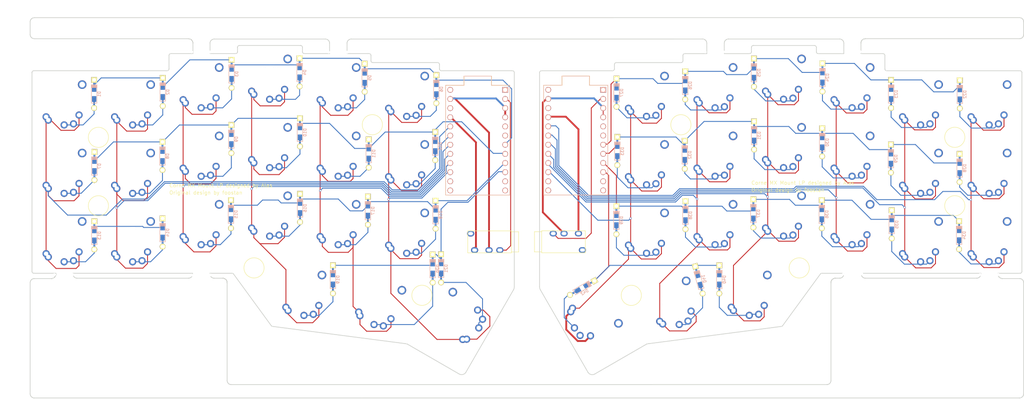
<source format=kicad_pcb>
(kicad_pcb (version 20171130) (host pcbnew 5.1.10)
  (title_block (title "Corne Cherry") (date 2020-09-28) (rev 3.0.1) (company foostan))
  (layers (0 F.Cu signal) (31 B.Cu signal) (34 B.Paste user) (35 F.Paste user) (36 B.SilkS user) (37 F.SilkS user) (38 B.Mask user) (39 F.Mask user) (44 Edge.Cuts user))
  (net 0 "")
  (net 1 row0)
  (net 2 "Net-(D1-Pad2)")
  (net 3 row1)
  (net 4 "Net-(D2-Pad2)")
  (net 5 row2)
  (net 6 "Net-(D3-Pad2)")
  (net 7 row3)
  (net 8 "Net-(D4-Pad2)")
  (net 9 "Net-(D5-Pad2)")
  (net 10 "Net-(D6-Pad2)")
  (net 11 "Net-(D7-Pad2)")
  (net 12 "Net-(D8-Pad2)")
  (net 13 "Net-(D9-Pad2)")
  (net 14 "Net-(D10-Pad2)")
  (net 15 "Net-(D11-Pad2)")
  (net 16 "Net-(D12-Pad2)")
  (net 17 "Net-(D13-Pad2)")
  (net 18 "Net-(D14-Pad2)")
  (net 19 "Net-(D15-Pad2)")
  (net 20 "Net-(D16-Pad2)")
  (net 21 "Net-(D17-Pad2)")
  (net 22 "Net-(D18-Pad2)")
  (net 23 "Net-(D19-Pad2)")
  (net 24 "Net-(D20-Pad2)")
  (net 25 "Net-(D21-Pad2)")
  (net 26 GND)
  (net 27 VCC)
  (net 28 col0)
  (net 29 col1)
  (net 30 col2)
  (net 31 col3)
  (net 32 col4)
  (net 33 col5)
  (net 34 LED)
  (net 35 data)
  (net 36 reset)
  (net 37 SCL)
  (net 38 SDA)
  (net 39 "Net-(U1-Pad14)")
  (net 40 "Net-(U1-Pad13)")
  (net 41 "Net-(U1-Pad12)")
  (net 42 "Net-(U1-Pad11)")
  (net 43 "Net-(U1-Pad24)")
  (net 44 "Net-(D22-Pad2)")
  (net 45 row0_r)
  (net 46 "Net-(D23-Pad2)")
  (net 47 "Net-(D24-Pad2)")
  (net 48 "Net-(D25-Pad2)")
  (net 49 "Net-(D26-Pad2)")
  (net 50 "Net-(D27-Pad2)")
  (net 51 row1_r)
  (net 52 "Net-(D28-Pad2)")
  (net 53 "Net-(D29-Pad2)")
  (net 54 "Net-(D30-Pad2)")
  (net 55 "Net-(D31-Pad2)")
  (net 56 "Net-(D32-Pad2)")
  (net 57 "Net-(D33-Pad2)")
  (net 58 row2_r)
  (net 59 "Net-(D34-Pad2)")
  (net 60 "Net-(D35-Pad2)")
  (net 61 "Net-(D36-Pad2)")
  (net 62 "Net-(D37-Pad2)")
  (net 63 "Net-(D38-Pad2)")
  (net 64 "Net-(D39-Pad2)")
  (net 65 "Net-(D40-Pad2)")
  (net 66 row3_r)
  (net 67 "Net-(D41-Pad2)")
  (net 68 "Net-(D42-Pad2)")
  (net 69 data_r)
  (net 70 SDA_r)
  (net 71 SCL_r)
  (net 72 LED_r)
  (net 73 reset_r)
  (net 74 col0_r)
  (net 75 col1_r)
  (net 76 col2_r)
  (net 77 col3_r)
  (net 78 col4_r)
  (net 79 col5_r)
  (net 80 VDD)
  (net 81 GNDA)
  (net 82 "Net-(U2-Pad11)")
  (net 83 "Net-(U2-Pad12)")
  (net 84 "Net-(U2-Pad13)")
  (net 85 "Net-(U2-Pad14)")
  (net 86 "Net-(U2-Pad24)")
  (net 87 "Net-(J1-Pad1)")
  (net 88 "Net-(J2-Pad1)")
  (module MXMountLP:MXMountLP-1U (layer F.Cu) (at 20.1075 54.78)
    (fp_text reference SW7)
    (fp_text value SW_Push)
    (pad 2 thru_hole circle (at 2.6 5.75 41.9) (size 2 2) (drill 1.2) (layers *.Cu *.Mask) (net 11 "Net-(D7-Pad2)"))
    (pad 1 thru_hole circle (at -4.4 4.7 41.9) (size 2 2) (drill 1.2) (layers *.Cu *.Mask) (net 28 col0))
    (pad "" thru_hole circle (at 5 -5.15 41.9) (size 2.4 2.4) (drill 1.6) (layers *.Cu *.Mask))
    (pad 1 thru_hole circle (at -5 3.8 41.9) (size 2 2) (drill 1.2) (layers *.Cu *.Mask) (net 28 col0))
    (pad 1 thru_hole circle (at 4.13 3.3 41.9) (size 2 2) (drill 1.2) (layers *.Cu *.Mask) (net 28 col0))
    (pad "" np_thru_hole circle (at 0 0 180) (size 6.25 6.25) (drill 6.25) (layers *.Cu *.Mask))
    (pad 2 thru_hole circle (at 0 6.05 180) (size 2 2) (drill 1.2) (layers *.Cu *.Mask) (net 11 "Net-(D7-Pad2)"))
    (pad "" np_thru_hole circle (at 0 3.7 180) (size 2.3 2.3) (drill 2.3) (layers *.Cu *.Mask))
  )
  (module MXMountLP:MXMountLP-1U (layer F.Cu) (at 166.8645 95.15 300)
    (fp_text reference SW42)
    (fp_text value SW_Push)
    (pad 2 thru_hole circle (at 2.6 5.75 341.9) (size 2 2) (drill 1.2) (layers *.Cu *.Mask) (net 68 "Net-(D42-Pad2)"))
    (pad 1 thru_hole circle (at -4.4 4.7 341.9) (size 2 2) (drill 1.2) (layers *.Cu *.Mask) (net 79 col5_r))
    (pad "" thru_hole circle (at 5 -5.15 341.9) (size 2.4 2.4) (drill 1.6) (layers *.Cu *.Mask))
    (pad 1 thru_hole circle (at -5 3.8 341.9) (size 2 2) (drill 1.2) (layers *.Cu *.Mask) (net 79 col5_r))
    (pad 1 thru_hole circle (at 4.13 3.3 341.9) (size 2 2) (drill 1.2) (layers *.Cu *.Mask) (net 79 col5_r))
    (pad "" np_thru_hole circle (at 0 0 120) (size 6.25 6.25) (drill 6.25) (layers *.Cu *.Mask))
    (pad 2 thru_hole circle (at 0 6.05 120) (size 2 2) (drill 1.2) (layers *.Cu *.Mask) (net 68 "Net-(D42-Pad2)"))
    (pad "" np_thru_hole circle (at 0 3.7 120) (size 2.3 2.3) (drill 2.3) (layers *.Cu *.Mask))
  )
  (module MXMountLP:MXMountLP-1U (layer F.Cu) (at 189.1145 91.4 15)
    (fp_text reference SW41)
    (fp_text value SW_Push)
    (pad 2 thru_hole circle (at 2.6 5.75 56.9) (size 2 2) (drill 1.2) (layers *.Cu *.Mask) (net 67 "Net-(D41-Pad2)"))
    (pad 1 thru_hole circle (at -4.4 4.7 56.9) (size 2 2) (drill 1.2) (layers *.Cu *.Mask) (net 78 col4_r))
    (pad "" thru_hole circle (at 5 -5.15 56.9) (size 2.4 2.4) (drill 1.6) (layers *.Cu *.Mask))
    (pad 1 thru_hole circle (at -5 3.8 56.9) (size 2 2) (drill 1.2) (layers *.Cu *.Mask) (net 78 col4_r))
    (pad 1 thru_hole circle (at 4.13 3.3 56.9) (size 2 2) (drill 1.2) (layers *.Cu *.Mask) (net 78 col4_r))
    (pad "" np_thru_hole circle (at 0 0 195) (size 6.25 6.25) (drill 6.25) (layers *.Cu *.Mask))
    (pad 2 thru_hole circle (at 0 6.05 195) (size 2 2) (drill 1.2) (layers *.Cu *.Mask) (net 67 "Net-(D41-Pad2)"))
    (pad "" np_thru_hole circle (at 0 3.7 195) (size 2.3 2.3) (drill 2.3) (layers *.Cu *.Mask))
  )
  (module MXMountLP:MXMountLP-1U (layer F.Cu) (at 210.1145 88.65)
    (fp_text reference SW40)
    (fp_text value SW_Push)
    (pad 2 thru_hole circle (at 2.6 5.75 41.9) (size 2 2) (drill 1.2) (layers *.Cu *.Mask) (net 65 "Net-(D40-Pad2)"))
    (pad 1 thru_hole circle (at -4.4 4.7 41.9) (size 2 2) (drill 1.2) (layers *.Cu *.Mask) (net 77 col3_r))
    (pad "" thru_hole circle (at 5 -5.15 41.9) (size 2.4 2.4) (drill 1.6) (layers *.Cu *.Mask))
    (pad 1 thru_hole circle (at -5 3.8 41.9) (size 2 2) (drill 1.2) (layers *.Cu *.Mask) (net 77 col3_r))
    (pad 1 thru_hole circle (at 4.13 3.3 41.9) (size 2 2) (drill 1.2) (layers *.Cu *.Mask) (net 77 col3_r))
    (pad "" np_thru_hole circle (at 0 0 180) (size 6.25 6.25) (drill 6.25) (layers *.Cu *.Mask))
    (pad 2 thru_hole circle (at 0 6.05 180) (size 2 2) (drill 1.2) (layers *.Cu *.Mask) (net 65 "Net-(D40-Pad2)"))
    (pad "" np_thru_hole circle (at 0 3.7 180) (size 2.3 2.3) (drill 2.3) (layers *.Cu *.Mask))
  )
  (module MXMountLP:MXMountLP-1U (layer F.Cu) (at 181.6145 71.4)
    (fp_text reference SW39)
    (fp_text value SW_Push)
    (pad 2 thru_hole circle (at 2.6 5.75 41.9) (size 2 2) (drill 1.2) (layers *.Cu *.Mask) (net 64 "Net-(D39-Pad2)"))
    (pad 1 thru_hole circle (at -4.4 4.7 41.9) (size 2 2) (drill 1.2) (layers *.Cu *.Mask) (net 79 col5_r))
    (pad "" thru_hole circle (at 5 -5.15 41.9) (size 2.4 2.4) (drill 1.6) (layers *.Cu *.Mask))
    (pad 1 thru_hole circle (at -5 3.8 41.9) (size 2 2) (drill 1.2) (layers *.Cu *.Mask) (net 79 col5_r))
    (pad 1 thru_hole circle (at 4.13 3.3 41.9) (size 2 2) (drill 1.2) (layers *.Cu *.Mask) (net 79 col5_r))
    (pad "" np_thru_hole circle (at 0 0 180) (size 6.25 6.25) (drill 6.25) (layers *.Cu *.Mask))
    (pad 2 thru_hole circle (at 0 6.05 180) (size 2 2) (drill 1.2) (layers *.Cu *.Mask) (net 64 "Net-(D39-Pad2)"))
    (pad "" np_thru_hole circle (at 0 3.7 180) (size 2.3 2.3) (drill 2.3) (layers *.Cu *.Mask))
  )
  (module MXMountLP:MXMountLP-1U (layer F.Cu) (at 200.6145 69.025)
    (fp_text reference SW38)
    (fp_text value SW_Push)
    (pad 2 thru_hole circle (at 2.6 5.75 41.9) (size 2 2) (drill 1.2) (layers *.Cu *.Mask) (net 63 "Net-(D38-Pad2)"))
    (pad 1 thru_hole circle (at -4.4 4.7 41.9) (size 2 2) (drill 1.2) (layers *.Cu *.Mask) (net 78 col4_r))
    (pad "" thru_hole circle (at 5 -5.15 41.9) (size 2.4 2.4) (drill 1.6) (layers *.Cu *.Mask))
    (pad 1 thru_hole circle (at -5 3.8 41.9) (size 2 2) (drill 1.2) (layers *.Cu *.Mask) (net 78 col4_r))
    (pad 1 thru_hole circle (at 4.13 3.3 41.9) (size 2 2) (drill 1.2) (layers *.Cu *.Mask) (net 78 col4_r))
    (pad "" np_thru_hole circle (at 0 0 180) (size 6.25 6.25) (drill 6.25) (layers *.Cu *.Mask))
    (pad 2 thru_hole circle (at 0 6.05 180) (size 2 2) (drill 1.2) (layers *.Cu *.Mask) (net 63 "Net-(D38-Pad2)"))
    (pad "" np_thru_hole circle (at 0 3.7 180) (size 2.3 2.3) (drill 2.3) (layers *.Cu *.Mask))
  )
  (module MXMountLP:MXMountLP-1U (layer F.Cu) (at 219.6145 66.65)
    (fp_text reference SW37)
    (fp_text value SW_Push)
    (pad 2 thru_hole circle (at 2.6 5.75 41.9) (size 2 2) (drill 1.2) (layers *.Cu *.Mask) (net 62 "Net-(D37-Pad2)"))
    (pad 1 thru_hole circle (at -4.4 4.7 41.9) (size 2 2) (drill 1.2) (layers *.Cu *.Mask) (net 77 col3_r))
    (pad "" thru_hole circle (at 5 -5.15 41.9) (size 2.4 2.4) (drill 1.6) (layers *.Cu *.Mask))
    (pad 1 thru_hole circle (at -5 3.8 41.9) (size 2 2) (drill 1.2) (layers *.Cu *.Mask) (net 77 col3_r))
    (pad 1 thru_hole circle (at 4.13 3.3 41.9) (size 2 2) (drill 1.2) (layers *.Cu *.Mask) (net 77 col3_r))
    (pad "" np_thru_hole circle (at 0 0 180) (size 6.25 6.25) (drill 6.25) (layers *.Cu *.Mask))
    (pad 2 thru_hole circle (at 0 6.05 180) (size 2 2) (drill 1.2) (layers *.Cu *.Mask) (net 62 "Net-(D37-Pad2)"))
    (pad "" np_thru_hole circle (at 0 3.7 180) (size 2.3 2.3) (drill 2.3) (layers *.Cu *.Mask))
  )
  (module MXMountLP:MXMountLP-1U (layer F.Cu) (at 238.6145 69.025)
    (fp_text reference SW36)
    (fp_text value SW_Push)
    (pad 2 thru_hole circle (at 2.6 5.75 41.9) (size 2 2) (drill 1.2) (layers *.Cu *.Mask) (net 61 "Net-(D36-Pad2)"))
    (pad 1 thru_hole circle (at -4.4 4.7 41.9) (size 2 2) (drill 1.2) (layers *.Cu *.Mask) (net 76 col2_r))
    (pad "" thru_hole circle (at 5 -5.15 41.9) (size 2.4 2.4) (drill 1.6) (layers *.Cu *.Mask))
    (pad 1 thru_hole circle (at -5 3.8 41.9) (size 2 2) (drill 1.2) (layers *.Cu *.Mask) (net 76 col2_r))
    (pad 1 thru_hole circle (at 4.13 3.3 41.9) (size 2 2) (drill 1.2) (layers *.Cu *.Mask) (net 76 col2_r))
    (pad "" np_thru_hole circle (at 0 0 180) (size 6.25 6.25) (drill 6.25) (layers *.Cu *.Mask))
    (pad 2 thru_hole circle (at 0 6.05 180) (size 2 2) (drill 1.2) (layers *.Cu *.Mask) (net 61 "Net-(D36-Pad2)"))
    (pad "" np_thru_hole circle (at 0 3.7 180) (size 2.3 2.3) (drill 2.3) (layers *.Cu *.Mask))
  )
  (module MXMountLP:MXMountLP-1U (layer F.Cu) (at 257.6145 73.775)
    (fp_text reference SW35)
    (fp_text value SW_Push)
    (pad 2 thru_hole circle (at 2.6 5.75 41.9) (size 2 2) (drill 1.2) (layers *.Cu *.Mask) (net 60 "Net-(D35-Pad2)"))
    (pad 1 thru_hole circle (at -4.4 4.7 41.9) (size 2 2) (drill 1.2) (layers *.Cu *.Mask) (net 75 col1_r))
    (pad "" thru_hole circle (at 5 -5.15 41.9) (size 2.4 2.4) (drill 1.6) (layers *.Cu *.Mask))
    (pad 1 thru_hole circle (at -5 3.8 41.9) (size 2 2) (drill 1.2) (layers *.Cu *.Mask) (net 75 col1_r))
    (pad 1 thru_hole circle (at 4.13 3.3 41.9) (size 2 2) (drill 1.2) (layers *.Cu *.Mask) (net 75 col1_r))
    (pad "" np_thru_hole circle (at 0 0 180) (size 6.25 6.25) (drill 6.25) (layers *.Cu *.Mask))
    (pad 2 thru_hole circle (at 0 6.05 180) (size 2 2) (drill 1.2) (layers *.Cu *.Mask) (net 60 "Net-(D35-Pad2)"))
    (pad "" np_thru_hole circle (at 0 3.7 180) (size 2.3 2.3) (drill 2.3) (layers *.Cu *.Mask))
  )
  (module MXMountLP:MXMountLP-1U (layer F.Cu) (at 276.6145 73.775)
    (fp_text reference SW34)
    (fp_text value SW_Push)
    (pad 2 thru_hole circle (at 2.6 5.75 41.9) (size 2 2) (drill 1.2) (layers *.Cu *.Mask) (net 59 "Net-(D34-Pad2)"))
    (pad 1 thru_hole circle (at -4.4 4.7 41.9) (size 2 2) (drill 1.2) (layers *.Cu *.Mask) (net 74 col0_r))
    (pad "" thru_hole circle (at 5 -5.15 41.9) (size 2.4 2.4) (drill 1.6) (layers *.Cu *.Mask))
    (pad 1 thru_hole circle (at -5 3.8 41.9) (size 2 2) (drill 1.2) (layers *.Cu *.Mask) (net 74 col0_r))
    (pad 1 thru_hole circle (at 4.13 3.3 41.9) (size 2 2) (drill 1.2) (layers *.Cu *.Mask) (net 74 col0_r))
    (pad "" np_thru_hole circle (at 0 0 180) (size 6.25 6.25) (drill 6.25) (layers *.Cu *.Mask))
    (pad 2 thru_hole circle (at 0 6.05 180) (size 2 2) (drill 1.2) (layers *.Cu *.Mask) (net 59 "Net-(D34-Pad2)"))
    (pad "" np_thru_hole circle (at 0 3.7 180) (size 2.3 2.3) (drill 2.3) (layers *.Cu *.Mask))
  )
  (module MXMountLP:MXMountLP-1U (layer F.Cu) (at 181.6145 52.4)
    (fp_text reference SW33)
    (fp_text value SW_Push)
    (pad 2 thru_hole circle (at 2.6 5.75 41.9) (size 2 2) (drill 1.2) (layers *.Cu *.Mask) (net 57 "Net-(D33-Pad2)"))
    (pad 1 thru_hole circle (at -4.4 4.7 41.9) (size 2 2) (drill 1.2) (layers *.Cu *.Mask) (net 79 col5_r))
    (pad "" thru_hole circle (at 5 -5.15 41.9) (size 2.4 2.4) (drill 1.6) (layers *.Cu *.Mask))
    (pad 1 thru_hole circle (at -5 3.8 41.9) (size 2 2) (drill 1.2) (layers *.Cu *.Mask) (net 79 col5_r))
    (pad 1 thru_hole circle (at 4.13 3.3 41.9) (size 2 2) (drill 1.2) (layers *.Cu *.Mask) (net 79 col5_r))
    (pad "" np_thru_hole circle (at 0 0 180) (size 6.25 6.25) (drill 6.25) (layers *.Cu *.Mask))
    (pad 2 thru_hole circle (at 0 6.05 180) (size 2 2) (drill 1.2) (layers *.Cu *.Mask) (net 57 "Net-(D33-Pad2)"))
    (pad "" np_thru_hole circle (at 0 3.7 180) (size 2.3 2.3) (drill 2.3) (layers *.Cu *.Mask))
  )
  (module MXMountLP:MXMountLP-1U (layer F.Cu) (at 200.6145 50.025)
    (fp_text reference SW32)
    (fp_text value SW_Push)
    (pad 2 thru_hole circle (at 2.6 5.75 41.9) (size 2 2) (drill 1.2) (layers *.Cu *.Mask) (net 56 "Net-(D32-Pad2)"))
    (pad 1 thru_hole circle (at -4.4 4.7 41.9) (size 2 2) (drill 1.2) (layers *.Cu *.Mask) (net 78 col4_r))
    (pad "" thru_hole circle (at 5 -5.15 41.9) (size 2.4 2.4) (drill 1.6) (layers *.Cu *.Mask))
    (pad 1 thru_hole circle (at -5 3.8 41.9) (size 2 2) (drill 1.2) (layers *.Cu *.Mask) (net 78 col4_r))
    (pad 1 thru_hole circle (at 4.13 3.3 41.9) (size 2 2) (drill 1.2) (layers *.Cu *.Mask) (net 78 col4_r))
    (pad "" np_thru_hole circle (at 0 0 180) (size 6.25 6.25) (drill 6.25) (layers *.Cu *.Mask))
    (pad 2 thru_hole circle (at 0 6.05 180) (size 2 2) (drill 1.2) (layers *.Cu *.Mask) (net 56 "Net-(D32-Pad2)"))
    (pad "" np_thru_hole circle (at 0 3.7 180) (size 2.3 2.3) (drill 2.3) (layers *.Cu *.Mask))
  )
  (module MXMountLP:MXMountLP-1U (layer F.Cu) (at 219.6145 47.65)
    (fp_text reference SW31)
    (fp_text value SW_Push)
    (pad 2 thru_hole circle (at 2.6 5.75 41.9) (size 2 2) (drill 1.2) (layers *.Cu *.Mask) (net 55 "Net-(D31-Pad2)"))
    (pad 1 thru_hole circle (at -4.4 4.7 41.9) (size 2 2) (drill 1.2) (layers *.Cu *.Mask) (net 77 col3_r))
    (pad "" thru_hole circle (at 5 -5.15 41.9) (size 2.4 2.4) (drill 1.6) (layers *.Cu *.Mask))
    (pad 1 thru_hole circle (at -5 3.8 41.9) (size 2 2) (drill 1.2) (layers *.Cu *.Mask) (net 77 col3_r))
    (pad 1 thru_hole circle (at 4.13 3.3 41.9) (size 2 2) (drill 1.2) (layers *.Cu *.Mask) (net 77 col3_r))
    (pad "" np_thru_hole circle (at 0 0 180) (size 6.25 6.25) (drill 6.25) (layers *.Cu *.Mask))
    (pad 2 thru_hole circle (at 0 6.05 180) (size 2 2) (drill 1.2) (layers *.Cu *.Mask) (net 55 "Net-(D31-Pad2)"))
    (pad "" np_thru_hole circle (at 0 3.7 180) (size 2.3 2.3) (drill 2.3) (layers *.Cu *.Mask))
  )
  (module MXMountLP:MXMountLP-1U (layer F.Cu) (at 238.6145 50.025)
    (fp_text reference SW30)
    (fp_text value SW_Push)
    (pad 2 thru_hole circle (at 2.6 5.75 41.9) (size 2 2) (drill 1.2) (layers *.Cu *.Mask) (net 54 "Net-(D30-Pad2)"))
    (pad 1 thru_hole circle (at -4.4 4.7 41.9) (size 2 2) (drill 1.2) (layers *.Cu *.Mask) (net 76 col2_r))
    (pad "" thru_hole circle (at 5 -5.15 41.9) (size 2.4 2.4) (drill 1.6) (layers *.Cu *.Mask))
    (pad 1 thru_hole circle (at -5 3.8 41.9) (size 2 2) (drill 1.2) (layers *.Cu *.Mask) (net 76 col2_r))
    (pad 1 thru_hole circle (at 4.13 3.3 41.9) (size 2 2) (drill 1.2) (layers *.Cu *.Mask) (net 76 col2_r))
    (pad "" np_thru_hole circle (at 0 0 180) (size 6.25 6.25) (drill 6.25) (layers *.Cu *.Mask))
    (pad 2 thru_hole circle (at 0 6.05 180) (size 2 2) (drill 1.2) (layers *.Cu *.Mask) (net 54 "Net-(D30-Pad2)"))
    (pad "" np_thru_hole circle (at 0 3.7 180) (size 2.3 2.3) (drill 2.3) (layers *.Cu *.Mask))
  )
  (module MXMountLP:MXMountLP-1U (layer F.Cu) (at 257.6145 54.775)
    (fp_text reference SW29)
    (fp_text value SW_Push)
    (pad 2 thru_hole circle (at 2.6 5.75 41.9) (size 2 2) (drill 1.2) (layers *.Cu *.Mask) (net 53 "Net-(D29-Pad2)"))
    (pad 1 thru_hole circle (at -4.4 4.7 41.9) (size 2 2) (drill 1.2) (layers *.Cu *.Mask) (net 75 col1_r))
    (pad "" thru_hole circle (at 5 -5.15 41.9) (size 2.4 2.4) (drill 1.6) (layers *.Cu *.Mask))
    (pad 1 thru_hole circle (at -5 3.8 41.9) (size 2 2) (drill 1.2) (layers *.Cu *.Mask) (net 75 col1_r))
    (pad 1 thru_hole circle (at 4.13 3.3 41.9) (size 2 2) (drill 1.2) (layers *.Cu *.Mask) (net 75 col1_r))
    (pad "" np_thru_hole circle (at 0 0 180) (size 6.25 6.25) (drill 6.25) (layers *.Cu *.Mask))
    (pad 2 thru_hole circle (at 0 6.05 180) (size 2 2) (drill 1.2) (layers *.Cu *.Mask) (net 53 "Net-(D29-Pad2)"))
    (pad "" np_thru_hole circle (at 0 3.7 180) (size 2.3 2.3) (drill 2.3) (layers *.Cu *.Mask))
  )
  (module MXMountLP:MXMountLP-1U (layer F.Cu) (at 276.6145 54.775)
    (fp_text reference SW28)
    (fp_text value SW_Push)
    (pad 2 thru_hole circle (at 2.6 5.75 41.9) (size 2 2) (drill 1.2) (layers *.Cu *.Mask) (net 52 "Net-(D28-Pad2)"))
    (pad 1 thru_hole circle (at -4.4 4.7 41.9) (size 2 2) (drill 1.2) (layers *.Cu *.Mask) (net 74 col0_r))
    (pad "" thru_hole circle (at 5 -5.15 41.9) (size 2.4 2.4) (drill 1.6) (layers *.Cu *.Mask))
    (pad 1 thru_hole circle (at -5 3.8 41.9) (size 2 2) (drill 1.2) (layers *.Cu *.Mask) (net 74 col0_r))
    (pad 1 thru_hole circle (at 4.13 3.3 41.9) (size 2 2) (drill 1.2) (layers *.Cu *.Mask) (net 74 col0_r))
    (pad "" np_thru_hole circle (at 0 0 180) (size 6.25 6.25) (drill 6.25) (layers *.Cu *.Mask))
    (pad 2 thru_hole circle (at 0 6.05 180) (size 2 2) (drill 1.2) (layers *.Cu *.Mask) (net 52 "Net-(D28-Pad2)"))
    (pad "" np_thru_hole circle (at 0 3.7 180) (size 2.3 2.3) (drill 2.3) (layers *.Cu *.Mask))
  )
  (module MXMountLP:MXMountLP-1U (layer F.Cu) (at 181.6075 33.405)
    (fp_text reference SW27)
    (fp_text value SW_Push)
    (pad 2 thru_hole circle (at 2.6 5.75 41.9) (size 2 2) (drill 1.2) (layers *.Cu *.Mask) (net 50 "Net-(D27-Pad2)"))
    (pad 1 thru_hole circle (at -4.4 4.7 41.9) (size 2 2) (drill 1.2) (layers *.Cu *.Mask) (net 79 col5_r))
    (pad "" thru_hole circle (at 5 -5.15 41.9) (size 2.4 2.4) (drill 1.6) (layers *.Cu *.Mask))
    (pad 1 thru_hole circle (at -5 3.8 41.9) (size 2 2) (drill 1.2) (layers *.Cu *.Mask) (net 79 col5_r))
    (pad 1 thru_hole circle (at 4.13 3.3 41.9) (size 2 2) (drill 1.2) (layers *.Cu *.Mask) (net 79 col5_r))
    (pad "" np_thru_hole circle (at 0 0 180) (size 6.25 6.25) (drill 6.25) (layers *.Cu *.Mask))
    (pad 2 thru_hole circle (at 0 6.05 180) (size 2 2) (drill 1.2) (layers *.Cu *.Mask) (net 50 "Net-(D27-Pad2)"))
    (pad "" np_thru_hole circle (at 0 3.7 180) (size 2.3 2.3) (drill 2.3) (layers *.Cu *.Mask))
  )
  (module MXMountLP:MXMountLP-1U (layer F.Cu) (at 200.6145 31.025)
    (fp_text reference SW26)
    (fp_text value SW_Push)
    (pad 2 thru_hole circle (at 2.6 5.75 41.9) (size 2 2) (drill 1.2) (layers *.Cu *.Mask) (net 49 "Net-(D26-Pad2)"))
    (pad 1 thru_hole circle (at -4.4 4.7 41.9) (size 2 2) (drill 1.2) (layers *.Cu *.Mask) (net 78 col4_r))
    (pad "" thru_hole circle (at 5 -5.15 41.9) (size 2.4 2.4) (drill 1.6) (layers *.Cu *.Mask))
    (pad 1 thru_hole circle (at -5 3.8 41.9) (size 2 2) (drill 1.2) (layers *.Cu *.Mask) (net 78 col4_r))
    (pad 1 thru_hole circle (at 4.13 3.3 41.9) (size 2 2) (drill 1.2) (layers *.Cu *.Mask) (net 78 col4_r))
    (pad "" np_thru_hole circle (at 0 0 180) (size 6.25 6.25) (drill 6.25) (layers *.Cu *.Mask))
    (pad 2 thru_hole circle (at 0 6.05 180) (size 2 2) (drill 1.2) (layers *.Cu *.Mask) (net 49 "Net-(D26-Pad2)"))
    (pad "" np_thru_hole circle (at 0 3.7 180) (size 2.3 2.3) (drill 2.3) (layers *.Cu *.Mask))
  )
  (module MXMountLP:MXMountLP-1U (layer F.Cu) (at 219.6145 28.65)
    (fp_text reference SW25)
    (fp_text value SW_Push)
    (pad 2 thru_hole circle (at 2.6 5.75 41.9) (size 2 2) (drill 1.2) (layers *.Cu *.Mask) (net 48 "Net-(D25-Pad2)"))
    (pad 1 thru_hole circle (at -4.4 4.7 41.9) (size 2 2) (drill 1.2) (layers *.Cu *.Mask) (net 77 col3_r))
    (pad "" thru_hole circle (at 5 -5.15 41.9) (size 2.4 2.4) (drill 1.6) (layers *.Cu *.Mask))
    (pad 1 thru_hole circle (at -5 3.8 41.9) (size 2 2) (drill 1.2) (layers *.Cu *.Mask) (net 77 col3_r))
    (pad 1 thru_hole circle (at 4.13 3.3 41.9) (size 2 2) (drill 1.2) (layers *.Cu *.Mask) (net 77 col3_r))
    (pad "" np_thru_hole circle (at 0 0 180) (size 6.25 6.25) (drill 6.25) (layers *.Cu *.Mask))
    (pad 2 thru_hole circle (at 0 6.05 180) (size 2 2) (drill 1.2) (layers *.Cu *.Mask) (net 48 "Net-(D25-Pad2)"))
    (pad "" np_thru_hole circle (at 0 3.7 180) (size 2.3 2.3) (drill 2.3) (layers *.Cu *.Mask))
  )
  (module MXMountLP:MXMountLP-1U (layer F.Cu) (at 238.6145 31.025)
    (fp_text reference SW24)
    (fp_text value SW_Push)
    (pad 2 thru_hole circle (at 2.6 5.75 41.9) (size 2 2) (drill 1.2) (layers *.Cu *.Mask) (net 47 "Net-(D24-Pad2)"))
    (pad 1 thru_hole circle (at -4.4 4.7 41.9) (size 2 2) (drill 1.2) (layers *.Cu *.Mask) (net 76 col2_r))
    (pad "" thru_hole circle (at 5 -5.15 41.9) (size 2.4 2.4) (drill 1.6) (layers *.Cu *.Mask))
    (pad 1 thru_hole circle (at -5 3.8 41.9) (size 2 2) (drill 1.2) (layers *.Cu *.Mask) (net 76 col2_r))
    (pad 1 thru_hole circle (at 4.13 3.3 41.9) (size 2 2) (drill 1.2) (layers *.Cu *.Mask) (net 76 col2_r))
    (pad "" np_thru_hole circle (at 0 0 180) (size 6.25 6.25) (drill 6.25) (layers *.Cu *.Mask))
    (pad 2 thru_hole circle (at 0 6.05 180) (size 2 2) (drill 1.2) (layers *.Cu *.Mask) (net 47 "Net-(D24-Pad2)"))
    (pad "" np_thru_hole circle (at 0 3.7 180) (size 2.3 2.3) (drill 2.3) (layers *.Cu *.Mask))
  )
  (module MXMountLP:MXMountLP-1U (layer F.Cu) (at 257.6145 35.775)
    (fp_text reference SW23)
    (fp_text value SW_Push)
    (pad 2 thru_hole circle (at 2.6 5.75 41.9) (size 2 2) (drill 1.2) (layers *.Cu *.Mask) (net 46 "Net-(D23-Pad2)"))
    (pad 1 thru_hole circle (at -4.4 4.7 41.9) (size 2 2) (drill 1.2) (layers *.Cu *.Mask) (net 75 col1_r))
    (pad "" thru_hole circle (at 5 -5.15 41.9) (size 2.4 2.4) (drill 1.6) (layers *.Cu *.Mask))
    (pad 1 thru_hole circle (at -5 3.8 41.9) (size 2 2) (drill 1.2) (layers *.Cu *.Mask) (net 75 col1_r))
    (pad 1 thru_hole circle (at 4.13 3.3 41.9) (size 2 2) (drill 1.2) (layers *.Cu *.Mask) (net 75 col1_r))
    (pad "" np_thru_hole circle (at 0 0 180) (size 6.25 6.25) (drill 6.25) (layers *.Cu *.Mask))
    (pad 2 thru_hole circle (at 0 6.05 180) (size 2 2) (drill 1.2) (layers *.Cu *.Mask) (net 46 "Net-(D23-Pad2)"))
    (pad "" np_thru_hole circle (at 0 3.7 180) (size 2.3 2.3) (drill 2.3) (layers *.Cu *.Mask))
  )
  (module MXMountLP:MXMountLP-1U (layer F.Cu) (at 115.1075 33.405)
    (fp_text reference SW6)
    (fp_text value SW_Push)
    (pad 2 thru_hole circle (at 2.6 5.75 41.9) (size 2 2) (drill 1.2) (layers *.Cu *.Mask) (net 10 "Net-(D6-Pad2)"))
    (pad 1 thru_hole circle (at -4.4 4.7 41.9) (size 2 2) (drill 1.2) (layers *.Cu *.Mask) (net 33 col5))
    (pad "" thru_hole circle (at 5 -5.15 41.9) (size 2.4 2.4) (drill 1.6) (layers *.Cu *.Mask))
    (pad 1 thru_hole circle (at -5 3.8 41.9) (size 2 2) (drill 1.2) (layers *.Cu *.Mask) (net 33 col5))
    (pad 1 thru_hole circle (at 4.13 3.3 41.9) (size 2 2) (drill 1.2) (layers *.Cu *.Mask) (net 33 col5))
    (pad "" np_thru_hole circle (at 0 0 180) (size 6.25 6.25) (drill 6.25) (layers *.Cu *.Mask))
    (pad 2 thru_hole circle (at 0 6.05 180) (size 2 2) (drill 1.2) (layers *.Cu *.Mask) (net 10 "Net-(D6-Pad2)"))
    (pad "" np_thru_hole circle (at 0 3.7 180) (size 2.3 2.3) (drill 2.3) (layers *.Cu *.Mask))
  )
  (module MXMountLP:MXMountLP-1U (layer F.Cu) (at 115.1075 52.405)
    (fp_text reference SW12)
    (fp_text value SW_Push)
    (pad 2 thru_hole circle (at 2.6 5.75 41.9) (size 2 2) (drill 1.2) (layers *.Cu *.Mask) (net 16 "Net-(D12-Pad2)"))
    (pad 1 thru_hole circle (at -4.4 4.7 41.9) (size 2 2) (drill 1.2) (layers *.Cu *.Mask) (net 33 col5))
    (pad "" thru_hole circle (at 5 -5.15 41.9) (size 2.4 2.4) (drill 1.6) (layers *.Cu *.Mask))
    (pad 1 thru_hole circle (at -5 3.8 41.9) (size 2 2) (drill 1.2) (layers *.Cu *.Mask) (net 33 col5))
    (pad 1 thru_hole circle (at 4.13 3.3 41.9) (size 2 2) (drill 1.2) (layers *.Cu *.Mask) (net 33 col5))
    (pad "" np_thru_hole circle (at 0 0 180) (size 6.25 6.25) (drill 6.25) (layers *.Cu *.Mask))
    (pad 2 thru_hole circle (at 0 6.05 180) (size 2 2) (drill 1.2) (layers *.Cu *.Mask) (net 16 "Net-(D12-Pad2)"))
    (pad "" np_thru_hole circle (at 0 3.7 180) (size 2.3 2.3) (drill 2.3) (layers *.Cu *.Mask))
  )
  (module MXMountLP:MXMountLP-1U (layer F.Cu) (at 276.6145 35.775)
    (fp_text reference SW22)
    (fp_text value SW_Push)
    (pad 2 thru_hole circle (at 2.6 5.75 41.9) (size 2 2) (drill 1.2) (layers *.Cu *.Mask) (net 44 "Net-(D22-Pad2)"))
    (pad 1 thru_hole circle (at -4.4 4.7 41.9) (size 2 2) (drill 1.2) (layers *.Cu *.Mask) (net 74 col0_r))
    (pad "" thru_hole circle (at 5 -5.15 41.9) (size 2.4 2.4) (drill 1.6) (layers *.Cu *.Mask))
    (pad 1 thru_hole circle (at -5 3.8 41.9) (size 2 2) (drill 1.2) (layers *.Cu *.Mask) (net 74 col0_r))
    (pad 1 thru_hole circle (at 4.13 3.3 41.9) (size 2 2) (drill 1.2) (layers *.Cu *.Mask) (net 74 col0_r))
    (pad "" np_thru_hole circle (at 0 0 180) (size 6.25 6.25) (drill 6.25) (layers *.Cu *.Mask))
    (pad 2 thru_hole circle (at 0 6.05 180) (size 2 2) (drill 1.2) (layers *.Cu *.Mask) (net 44 "Net-(D22-Pad2)"))
    (pad "" np_thru_hole circle (at 0 3.7 180) (size 2.3 2.3) (drill 2.3) (layers *.Cu *.Mask))
  )
  (module MXMountLP:MXMountLP-1U (layer F.Cu) (at 129.8575 95.155 60)
    (fp_text reference SW21)
    (fp_text value SW_Push)
    (pad 2 thru_hole circle (at 2.6 5.75 101.9) (size 2 2) (drill 1.2) (layers *.Cu *.Mask) (net 25 "Net-(D21-Pad2)"))
    (pad 1 thru_hole circle (at -4.4 4.7 101.9) (size 2 2) (drill 1.2) (layers *.Cu *.Mask) (net 33 col5))
    (pad "" thru_hole circle (at 5 -5.15 101.9) (size 2.4 2.4) (drill 1.6) (layers *.Cu *.Mask))
    (pad 1 thru_hole circle (at -5 3.8 101.9) (size 2 2) (drill 1.2) (layers *.Cu *.Mask) (net 33 col5))
    (pad 1 thru_hole circle (at 4.13 3.3 101.9) (size 2 2) (drill 1.2) (layers *.Cu *.Mask) (net 33 col5))
    (pad "" np_thru_hole circle (at 0 0 240) (size 6.25 6.25) (drill 6.25) (layers *.Cu *.Mask))
    (pad 2 thru_hole circle (at 0 6.05 240) (size 2 2) (drill 1.2) (layers *.Cu *.Mask) (net 25 "Net-(D21-Pad2)"))
    (pad "" np_thru_hole circle (at 0 3.7 240) (size 2.3 2.3) (drill 2.3) (layers *.Cu *.Mask))
  )
  (module MXMountLP:MXMountLP-1U (layer F.Cu) (at 107.6075 91.405 345)
    (fp_text reference SW20)
    (fp_text value SW_Push)
    (pad 2 thru_hole circle (at 2.6 5.75 26.9) (size 2 2) (drill 1.2) (layers *.Cu *.Mask) (net 24 "Net-(D20-Pad2)"))
    (pad 1 thru_hole circle (at -4.4 4.7 26.9) (size 2 2) (drill 1.2) (layers *.Cu *.Mask) (net 32 col4))
    (pad "" thru_hole circle (at 5 -5.15 26.9) (size 2.4 2.4) (drill 1.6) (layers *.Cu *.Mask))
    (pad 1 thru_hole circle (at -5 3.8 26.9) (size 2 2) (drill 1.2) (layers *.Cu *.Mask) (net 32 col4))
    (pad 1 thru_hole circle (at 4.13 3.3 26.9) (size 2 2) (drill 1.2) (layers *.Cu *.Mask) (net 32 col4))
    (pad "" np_thru_hole circle (at 0 0 165) (size 6.25 6.25) (drill 6.25) (layers *.Cu *.Mask))
    (pad 2 thru_hole circle (at 0 6.05 165) (size 2 2) (drill 1.2) (layers *.Cu *.Mask) (net 24 "Net-(D20-Pad2)"))
    (pad "" np_thru_hole circle (at 0 3.7 165) (size 2.3 2.3) (drill 2.3) (layers *.Cu *.Mask))
  )
  (module MXMountLP:MXMountLP-1U (layer F.Cu) (at 86.6075 88.655)
    (fp_text reference SW19)
    (fp_text value SW_Push)
    (pad 2 thru_hole circle (at 2.6 5.75 41.9) (size 2 2) (drill 1.2) (layers *.Cu *.Mask) (net 23 "Net-(D19-Pad2)"))
    (pad 1 thru_hole circle (at -4.4 4.7 41.9) (size 2 2) (drill 1.2) (layers *.Cu *.Mask) (net 31 col3))
    (pad "" thru_hole circle (at 5 -5.15 41.9) (size 2.4 2.4) (drill 1.6) (layers *.Cu *.Mask))
    (pad 1 thru_hole circle (at -5 3.8 41.9) (size 2 2) (drill 1.2) (layers *.Cu *.Mask) (net 31 col3))
    (pad 1 thru_hole circle (at 4.13 3.3 41.9) (size 2 2) (drill 1.2) (layers *.Cu *.Mask) (net 31 col3))
    (pad "" np_thru_hole circle (at 0 0 180) (size 6.25 6.25) (drill 6.25) (layers *.Cu *.Mask))
    (pad 2 thru_hole circle (at 0 6.05 180) (size 2 2) (drill 1.2) (layers *.Cu *.Mask) (net 23 "Net-(D19-Pad2)"))
    (pad "" np_thru_hole circle (at 0 3.7 180) (size 2.3 2.3) (drill 2.3) (layers *.Cu *.Mask))
  )
  (module MXMountLP:MXMountLP-1U (layer F.Cu) (at 115.1075 71.405)
    (fp_text reference SW18)
    (fp_text value SW_Push)
    (pad 2 thru_hole circle (at 2.6 5.75 41.9) (size 2 2) (drill 1.2) (layers *.Cu *.Mask) (net 22 "Net-(D18-Pad2)"))
    (pad 1 thru_hole circle (at -4.4 4.7 41.9) (size 2 2) (drill 1.2) (layers *.Cu *.Mask) (net 33 col5))
    (pad "" thru_hole circle (at 5 -5.15 41.9) (size 2.4 2.4) (drill 1.6) (layers *.Cu *.Mask))
    (pad 1 thru_hole circle (at -5 3.8 41.9) (size 2 2) (drill 1.2) (layers *.Cu *.Mask) (net 33 col5))
    (pad 1 thru_hole circle (at 4.13 3.3 41.9) (size 2 2) (drill 1.2) (layers *.Cu *.Mask) (net 33 col5))
    (pad "" np_thru_hole circle (at 0 0 180) (size 6.25 6.25) (drill 6.25) (layers *.Cu *.Mask))
    (pad 2 thru_hole circle (at 0 6.05 180) (size 2 2) (drill 1.2) (layers *.Cu *.Mask) (net 22 "Net-(D18-Pad2)"))
    (pad "" np_thru_hole circle (at 0 3.7 180) (size 2.3 2.3) (drill 2.3) (layers *.Cu *.Mask))
  )
  (module MXMountLP:MXMountLP-1U (layer F.Cu) (at 96.1075 69.03)
    (fp_text reference SW17)
    (fp_text value SW_Push)
    (pad 2 thru_hole circle (at 2.6 5.75 41.9) (size 2 2) (drill 1.2) (layers *.Cu *.Mask) (net 21 "Net-(D17-Pad2)"))
    (pad 1 thru_hole circle (at -4.4 4.7 41.9) (size 2 2) (drill 1.2) (layers *.Cu *.Mask) (net 32 col4))
    (pad "" thru_hole circle (at 5 -5.15 41.9) (size 2.4 2.4) (drill 1.6) (layers *.Cu *.Mask))
    (pad 1 thru_hole circle (at -5 3.8 41.9) (size 2 2) (drill 1.2) (layers *.Cu *.Mask) (net 32 col4))
    (pad 1 thru_hole circle (at 4.13 3.3 41.9) (size 2 2) (drill 1.2) (layers *.Cu *.Mask) (net 32 col4))
    (pad "" np_thru_hole circle (at 0 0 180) (size 6.25 6.25) (drill 6.25) (layers *.Cu *.Mask))
    (pad 2 thru_hole circle (at 0 6.05 180) (size 2 2) (drill 1.2) (layers *.Cu *.Mask) (net 21 "Net-(D17-Pad2)"))
    (pad "" np_thru_hole circle (at 0 3.7 180) (size 2.3 2.3) (drill 2.3) (layers *.Cu *.Mask))
  )
  (module MXMountLP:MXMountLP-1U (layer F.Cu) (at 77.1075 66.655)
    (fp_text reference SW16)
    (fp_text value SW_Push)
    (pad 2 thru_hole circle (at 2.6 5.75 41.9) (size 2 2) (drill 1.2) (layers *.Cu *.Mask) (net 20 "Net-(D16-Pad2)"))
    (pad 1 thru_hole circle (at -4.4 4.7 41.9) (size 2 2) (drill 1.2) (layers *.Cu *.Mask) (net 31 col3))
    (pad "" thru_hole circle (at 5 -5.15 41.9) (size 2.4 2.4) (drill 1.6) (layers *.Cu *.Mask))
    (pad 1 thru_hole circle (at -5 3.8 41.9) (size 2 2) (drill 1.2) (layers *.Cu *.Mask) (net 31 col3))
    (pad 1 thru_hole circle (at 4.13 3.3 41.9) (size 2 2) (drill 1.2) (layers *.Cu *.Mask) (net 31 col3))
    (pad "" np_thru_hole circle (at 0 0 180) (size 6.25 6.25) (drill 6.25) (layers *.Cu *.Mask))
    (pad 2 thru_hole circle (at 0 6.05 180) (size 2 2) (drill 1.2) (layers *.Cu *.Mask) (net 20 "Net-(D16-Pad2)"))
    (pad "" np_thru_hole circle (at 0 3.7 180) (size 2.3 2.3) (drill 2.3) (layers *.Cu *.Mask))
  )
  (module MXMountLP:MXMountLP-1U (layer F.Cu) (at 58.1075 69.03)
    (fp_text reference SW15)
    (fp_text value SW_Push)
    (pad 2 thru_hole circle (at 2.6 5.75 41.9) (size 2 2) (drill 1.2) (layers *.Cu *.Mask) (net 19 "Net-(D15-Pad2)"))
    (pad 1 thru_hole circle (at -4.4 4.7 41.9) (size 2 2) (drill 1.2) (layers *.Cu *.Mask) (net 30 col2))
    (pad "" thru_hole circle (at 5 -5.15 41.9) (size 2.4 2.4) (drill 1.6) (layers *.Cu *.Mask))
    (pad 1 thru_hole circle (at -5 3.8 41.9) (size 2 2) (drill 1.2) (layers *.Cu *.Mask) (net 30 col2))
    (pad 1 thru_hole circle (at 4.13 3.3 41.9) (size 2 2) (drill 1.2) (layers *.Cu *.Mask) (net 30 col2))
    (pad "" np_thru_hole circle (at 0 0 180) (size 6.25 6.25) (drill 6.25) (layers *.Cu *.Mask))
    (pad 2 thru_hole circle (at 0 6.05 180) (size 2 2) (drill 1.2) (layers *.Cu *.Mask) (net 19 "Net-(D15-Pad2)"))
    (pad "" np_thru_hole circle (at 0 3.7 180) (size 2.3 2.3) (drill 2.3) (layers *.Cu *.Mask))
  )
  (module MXMountLP:MXMountLP-1U (layer F.Cu) (at 39.1075 73.78)
    (fp_text reference SW14)
    (fp_text value SW_Push)
    (pad 2 thru_hole circle (at 2.6 5.75 41.9) (size 2 2) (drill 1.2) (layers *.Cu *.Mask) (net 18 "Net-(D14-Pad2)"))
    (pad 1 thru_hole circle (at -4.4 4.7 41.9) (size 2 2) (drill 1.2) (layers *.Cu *.Mask) (net 29 col1))
    (pad "" thru_hole circle (at 5 -5.15 41.9) (size 2.4 2.4) (drill 1.6) (layers *.Cu *.Mask))
    (pad 1 thru_hole circle (at -5 3.8 41.9) (size 2 2) (drill 1.2) (layers *.Cu *.Mask) (net 29 col1))
    (pad 1 thru_hole circle (at 4.13 3.3 41.9) (size 2 2) (drill 1.2) (layers *.Cu *.Mask) (net 29 col1))
    (pad "" np_thru_hole circle (at 0 0 180) (size 6.25 6.25) (drill 6.25) (layers *.Cu *.Mask))
    (pad 2 thru_hole circle (at 0 6.05 180) (size 2 2) (drill 1.2) (layers *.Cu *.Mask) (net 18 "Net-(D14-Pad2)"))
    (pad "" np_thru_hole circle (at 0 3.7 180) (size 2.3 2.3) (drill 2.3) (layers *.Cu *.Mask))
  )
  (module MXMountLP:MXMountLP-1U (layer F.Cu) (at 20.1075 73.78)
    (fp_text reference SW13)
    (fp_text value SW_Push)
    (pad 2 thru_hole circle (at 2.6 5.75 41.9) (size 2 2) (drill 1.2) (layers *.Cu *.Mask) (net 17 "Net-(D13-Pad2)"))
    (pad 1 thru_hole circle (at -4.4 4.7 41.9) (size 2 2) (drill 1.2) (layers *.Cu *.Mask) (net 28 col0))
    (pad "" thru_hole circle (at 5 -5.15 41.9) (size 2.4 2.4) (drill 1.6) (layers *.Cu *.Mask))
    (pad 1 thru_hole circle (at -5 3.8 41.9) (size 2 2) (drill 1.2) (layers *.Cu *.Mask) (net 28 col0))
    (pad 1 thru_hole circle (at 4.13 3.3 41.9) (size 2 2) (drill 1.2) (layers *.Cu *.Mask) (net 28 col0))
    (pad "" np_thru_hole circle (at 0 0 180) (size 6.25 6.25) (drill 6.25) (layers *.Cu *.Mask))
    (pad 2 thru_hole circle (at 0 6.05 180) (size 2 2) (drill 1.2) (layers *.Cu *.Mask) (net 17 "Net-(D13-Pad2)"))
    (pad "" np_thru_hole circle (at 0 3.7 180) (size 2.3 2.3) (drill 2.3) (layers *.Cu *.Mask))
  )
  (module MXMountLP:MXMountLP-1U (layer F.Cu) (at 96.1075 50.03)
    (fp_text reference SW11)
    (fp_text value SW_Push)
    (pad 2 thru_hole circle (at 2.6 5.75 41.9) (size 2 2) (drill 1.2) (layers *.Cu *.Mask) (net 15 "Net-(D11-Pad2)"))
    (pad 1 thru_hole circle (at -4.4 4.7 41.9) (size 2 2) (drill 1.2) (layers *.Cu *.Mask) (net 32 col4))
    (pad "" thru_hole circle (at 5 -5.15 41.9) (size 2.4 2.4) (drill 1.6) (layers *.Cu *.Mask))
    (pad 1 thru_hole circle (at -5 3.8 41.9) (size 2 2) (drill 1.2) (layers *.Cu *.Mask) (net 32 col4))
    (pad 1 thru_hole circle (at 4.13 3.3 41.9) (size 2 2) (drill 1.2) (layers *.Cu *.Mask) (net 32 col4))
    (pad "" np_thru_hole circle (at 0 0 180) (size 6.25 6.25) (drill 6.25) (layers *.Cu *.Mask))
    (pad 2 thru_hole circle (at 0 6.05 180) (size 2 2) (drill 1.2) (layers *.Cu *.Mask) (net 15 "Net-(D11-Pad2)"))
    (pad "" np_thru_hole circle (at 0 3.7 180) (size 2.3 2.3) (drill 2.3) (layers *.Cu *.Mask))
  )
  (module MXMountLP:MXMountLP-1U (layer F.Cu) (at 77.1075 47.655)
    (fp_text reference SW10)
    (fp_text value SW_Push)
    (pad 2 thru_hole circle (at 2.6 5.75 41.9) (size 2 2) (drill 1.2) (layers *.Cu *.Mask) (net 14 "Net-(D10-Pad2)"))
    (pad 1 thru_hole circle (at -4.4 4.7 41.9) (size 2 2) (drill 1.2) (layers *.Cu *.Mask) (net 31 col3))
    (pad "" thru_hole circle (at 5 -5.15 41.9) (size 2.4 2.4) (drill 1.6) (layers *.Cu *.Mask))
    (pad 1 thru_hole circle (at -5 3.8 41.9) (size 2 2) (drill 1.2) (layers *.Cu *.Mask) (net 31 col3))
    (pad 1 thru_hole circle (at 4.13 3.3 41.9) (size 2 2) (drill 1.2) (layers *.Cu *.Mask) (net 31 col3))
    (pad "" np_thru_hole circle (at 0 0 180) (size 6.25 6.25) (drill 6.25) (layers *.Cu *.Mask))
    (pad 2 thru_hole circle (at 0 6.05 180) (size 2 2) (drill 1.2) (layers *.Cu *.Mask) (net 14 "Net-(D10-Pad2)"))
    (pad "" np_thru_hole circle (at 0 3.7 180) (size 2.3 2.3) (drill 2.3) (layers *.Cu *.Mask))
  )
  (module MXMountLP:MXMountLP-1U (layer F.Cu) (at 58.1075 50.03)
    (fp_text reference SW9)
    (fp_text value SW_Push)
    (pad 2 thru_hole circle (at 2.6 5.75 41.9) (size 2 2) (drill 1.2) (layers *.Cu *.Mask) (net 13 "Net-(D9-Pad2)"))
    (pad 1 thru_hole circle (at -4.4 4.7 41.9) (size 2 2) (drill 1.2) (layers *.Cu *.Mask) (net 30 col2))
    (pad "" thru_hole circle (at 5 -5.15 41.9) (size 2.4 2.4) (drill 1.6) (layers *.Cu *.Mask))
    (pad 1 thru_hole circle (at -5 3.8 41.9) (size 2 2) (drill 1.2) (layers *.Cu *.Mask) (net 30 col2))
    (pad 1 thru_hole circle (at 4.13 3.3 41.9) (size 2 2) (drill 1.2) (layers *.Cu *.Mask) (net 30 col2))
    (pad "" np_thru_hole circle (at 0 0 180) (size 6.25 6.25) (drill 6.25) (layers *.Cu *.Mask))
    (pad 2 thru_hole circle (at 0 6.05 180) (size 2 2) (drill 1.2) (layers *.Cu *.Mask) (net 13 "Net-(D9-Pad2)"))
    (pad "" np_thru_hole circle (at 0 3.7 180) (size 2.3 2.3) (drill 2.3) (layers *.Cu *.Mask))
  )
  (module MXMountLP:MXMountLP-1U (layer F.Cu) (at 39.1075 54.78)
    (fp_text reference SW8)
    (fp_text value SW_Push)
    (pad 2 thru_hole circle (at 2.6 5.75 41.9) (size 2 2) (drill 1.2) (layers *.Cu *.Mask) (net 12 "Net-(D8-Pad2)"))
    (pad 1 thru_hole circle (at -4.4 4.7 41.9) (size 2 2) (drill 1.2) (layers *.Cu *.Mask) (net 29 col1))
    (pad "" thru_hole circle (at 5 -5.15 41.9) (size 2.4 2.4) (drill 1.6) (layers *.Cu *.Mask))
    (pad 1 thru_hole circle (at -5 3.8 41.9) (size 2 2) (drill 1.2) (layers *.Cu *.Mask) (net 29 col1))
    (pad 1 thru_hole circle (at 4.13 3.3 41.9) (size 2 2) (drill 1.2) (layers *.Cu *.Mask) (net 29 col1))
    (pad "" np_thru_hole circle (at 0 0 180) (size 6.25 6.25) (drill 6.25) (layers *.Cu *.Mask))
    (pad 2 thru_hole circle (at 0 6.05 180) (size 2 2) (drill 1.2) (layers *.Cu *.Mask) (net 12 "Net-(D8-Pad2)"))
    (pad "" np_thru_hole circle (at 0 3.7 180) (size 2.3 2.3) (drill 2.3) (layers *.Cu *.Mask))
  )
  (module MXMountLP:MXMountLP-1U (layer F.Cu) (at 96.1075 31.03)
    (fp_text reference SW5)
    (fp_text value SW_Push)
    (pad 2 thru_hole circle (at 2.6 5.75 41.9) (size 2 2) (drill 1.2) (layers *.Cu *.Mask) (net 9 "Net-(D5-Pad2)"))
    (pad 1 thru_hole circle (at -4.4 4.7 41.9) (size 2 2) (drill 1.2) (layers *.Cu *.Mask) (net 32 col4))
    (pad "" thru_hole circle (at 5 -5.15 41.9) (size 2.4 2.4) (drill 1.6) (layers *.Cu *.Mask))
    (pad 1 thru_hole circle (at -5 3.8 41.9) (size 2 2) (drill 1.2) (layers *.Cu *.Mask) (net 32 col4))
    (pad 1 thru_hole circle (at 4.13 3.3 41.9) (size 2 2) (drill 1.2) (layers *.Cu *.Mask) (net 32 col4))
    (pad "" np_thru_hole circle (at 0 0 180) (size 6.25 6.25) (drill 6.25) (layers *.Cu *.Mask))
    (pad 2 thru_hole circle (at 0 6.05 180) (size 2 2) (drill 1.2) (layers *.Cu *.Mask) (net 9 "Net-(D5-Pad2)"))
    (pad "" np_thru_hole circle (at 0 3.7 180) (size 2.3 2.3) (drill 2.3) (layers *.Cu *.Mask))
  )
  (module MXMountLP:MXMountLP-1U (layer F.Cu) (at 77.1075 28.655)
    (fp_text reference SW4)
    (fp_text value SW_Push)
    (pad 2 thru_hole circle (at 2.6 5.75 41.9) (size 2 2) (drill 1.2) (layers *.Cu *.Mask) (net 8 "Net-(D4-Pad2)"))
    (pad 1 thru_hole circle (at -4.4 4.7 41.9) (size 2 2) (drill 1.2) (layers *.Cu *.Mask) (net 31 col3))
    (pad "" thru_hole circle (at 5 -5.15 41.9) (size 2.4 2.4) (drill 1.6) (layers *.Cu *.Mask))
    (pad 1 thru_hole circle (at -5 3.8 41.9) (size 2 2) (drill 1.2) (layers *.Cu *.Mask) (net 31 col3))
    (pad 1 thru_hole circle (at 4.13 3.3 41.9) (size 2 2) (drill 1.2) (layers *.Cu *.Mask) (net 31 col3))
    (pad "" np_thru_hole circle (at 0 0 180) (size 6.25 6.25) (drill 6.25) (layers *.Cu *.Mask))
    (pad 2 thru_hole circle (at 0 6.05 180) (size 2 2) (drill 1.2) (layers *.Cu *.Mask) (net 8 "Net-(D4-Pad2)"))
    (pad "" np_thru_hole circle (at 0 3.7 180) (size 2.3 2.3) (drill 2.3) (layers *.Cu *.Mask))
  )
  (module MXMountLP:MXMountLP-1U (layer F.Cu) (at 58.1075 31.03)
    (fp_text reference SW3)
    (fp_text value SW_Push)
    (pad 2 thru_hole circle (at 2.6 5.75 41.9) (size 2 2) (drill 1.2) (layers *.Cu *.Mask) (net 6 "Net-(D3-Pad2)"))
    (pad 1 thru_hole circle (at -4.4 4.7 41.9) (size 2 2) (drill 1.2) (layers *.Cu *.Mask) (net 30 col2))
    (pad "" thru_hole circle (at 5 -5.15 41.9) (size 2.4 2.4) (drill 1.6) (layers *.Cu *.Mask))
    (pad 1 thru_hole circle (at -5 3.8 41.9) (size 2 2) (drill 1.2) (layers *.Cu *.Mask) (net 30 col2))
    (pad 1 thru_hole circle (at 4.13 3.3 41.9) (size 2 2) (drill 1.2) (layers *.Cu *.Mask) (net 30 col2))
    (pad "" np_thru_hole circle (at 0 0 180) (size 6.25 6.25) (drill 6.25) (layers *.Cu *.Mask))
    (pad 2 thru_hole circle (at 0 6.05 180) (size 2 2) (drill 1.2) (layers *.Cu *.Mask) (net 6 "Net-(D3-Pad2)"))
    (pad "" np_thru_hole circle (at 0 3.7 180) (size 2.3 2.3) (drill 2.3) (layers *.Cu *.Mask))
  )
  (module MXMountLP:MXMountLP-1U (layer F.Cu) (at 39.1075 35.78)
    (fp_text reference SW2)
    (fp_text value SW_Push)
    (pad 2 thru_hole circle (at 2.6 5.75 41.9) (size 2 2) (drill 1.2) (layers *.Cu *.Mask) (net 4 "Net-(D2-Pad2)"))
    (pad 1 thru_hole circle (at -4.4 4.7 41.9) (size 2 2) (drill 1.2) (layers *.Cu *.Mask) (net 29 col1))
    (pad "" thru_hole circle (at 5 -5.15 41.9) (size 2.4 2.4) (drill 1.6) (layers *.Cu *.Mask))
    (pad 1 thru_hole circle (at -5 3.8 41.9) (size 2 2) (drill 1.2) (layers *.Cu *.Mask) (net 29 col1))
    (pad 1 thru_hole circle (at 4.13 3.3 41.9) (size 2 2) (drill 1.2) (layers *.Cu *.Mask) (net 29 col1))
    (pad "" np_thru_hole circle (at 0 0 180) (size 6.25 6.25) (drill 6.25) (layers *.Cu *.Mask))
    (pad 2 thru_hole circle (at 0 6.05 180) (size 2 2) (drill 1.2) (layers *.Cu *.Mask) (net 4 "Net-(D2-Pad2)"))
    (pad "" np_thru_hole circle (at 0 3.7 180) (size 2.3 2.3) (drill 2.3) (layers *.Cu *.Mask))
  )
  (module MXMountLP:MXMountLP-1U (layer F.Cu) (at 20.1075 35.78)
    (fp_text reference SW1)
    (fp_text value SW_Push)
    (pad 2 thru_hole circle (at 2.6 5.75 41.9) (size 2 2) (drill 1.2) (layers *.Cu *.Mask) (net 2 "Net-(D1-Pad2)"))
    (pad 1 thru_hole circle (at -4.4 4.7 41.9) (size 2 2) (drill 1.2) (layers *.Cu *.Mask) (net 28 col0))
    (pad "" thru_hole circle (at 5 -5.15 41.9) (size 2.4 2.4) (drill 1.6) (layers *.Cu *.Mask))
    (pad 1 thru_hole circle (at -5 3.8 41.9) (size 2 2) (drill 1.2) (layers *.Cu *.Mask) (net 28 col0))
    (pad 1 thru_hole circle (at 4.13 3.3 41.9) (size 2 2) (drill 1.2) (layers *.Cu *.Mask) (net 28 col0))
    (pad "" np_thru_hole circle (at 0 0 180) (size 6.25 6.25) (drill 6.25) (layers *.Cu *.Mask))
    (pad 2 thru_hole circle (at 0 6.05 180) (size 2 2) (drill 1.2) (layers *.Cu *.Mask) (net 2 "Net-(D1-Pad2)"))
    (pad "" np_thru_hole circle (at 0 3.7 180) (size 2.3 2.3) (drill 2.3) (layers *.Cu *.Mask))
  )
  (module promicro:ProMicro (layer B.Cu) (at 134.8012 46.0559 270)
    (fp_text reference U2 hide)
    (fp_text value ProMicro)
    (pad 24 thru_hole circle (at -13.97 7.62 270) (size 1.6 1.6) (drill 1.1) (layers *.Cu *.Mask B.SilkS) (net 86 "Net-(U2-Pad24)"))
    (pad 23 thru_hole circle (at -11.43 7.62 270) (size 1.6 1.6) (drill 1.1) (layers *.Cu *.Mask B.SilkS) (net 26 GND))
    (pad 22 thru_hole circle (at -8.89 7.62 270) (size 1.6 1.6) (drill 1.1) (layers *.Cu *.Mask B.SilkS) (net 36 reset))
    (pad 21 thru_hole circle (at -6.35 7.62 270) (size 1.6 1.6) (drill 1.1) (layers *.Cu *.Mask B.SilkS) (net 27 VCC))
    (pad 20 thru_hole circle (at -3.81 7.62 270) (size 1.6 1.6) (drill 1.1) (layers *.Cu *.Mask B.SilkS) (net 28 col0))
    (pad 19 thru_hole circle (at -1.27 7.62 270) (size 1.6 1.6) (drill 1.1) (layers *.Cu *.Mask B.SilkS) (net 29 col1))
    (pad 18 thru_hole circle (at 1.27 7.62 270) (size 1.6 1.6) (drill 1.1) (layers *.Cu *.Mask B.SilkS) (net 30 col2))
    (pad 17 thru_hole circle (at 3.81 7.62 270) (size 1.6 1.6) (drill 1.1) (layers *.Cu *.Mask B.SilkS) (net 31 col3))
    (pad 16 thru_hole circle (at 6.35 7.62 270) (size 1.6 1.6) (drill 1.1) (layers *.Cu *.Mask B.SilkS) (net 32 col4))
    (pad 15 thru_hole circle (at 8.89 7.62 270) (size 1.6 1.6) (drill 1.1) (layers *.Cu *.Mask B.SilkS) (net 33 col5))
    (pad 14 thru_hole circle (at 11.43 7.62 270) (size 1.6 1.6) (drill 1.1) (layers *.Cu *.Mask B.SilkS) (net 85 "Net-(U2-Pad14)"))
    (pad 13 thru_hole circle (at 13.97 7.62 270) (size 1.6 1.6) (drill 1.1) (layers *.Cu *.Mask B.SilkS) (net 84 "Net-(U2-Pad13)"))
    (pad 12 thru_hole circle (at 13.97 -7.62 270) (size 1.6 1.6) (drill 1.1) (layers *.Cu *.Mask B.SilkS) (net 83 "Net-(U2-Pad12)"))
    (pad 11 thru_hole circle (at 11.43 -7.62 270) (size 1.6 1.6) (drill 1.1) (layers *.Cu *.Mask B.SilkS) (net 82 "Net-(U2-Pad11)"))
    (pad 10 thru_hole circle (at 8.89 -7.62 270) (size 1.6 1.6) (drill 1.1) (layers *.Cu *.Mask B.SilkS) (net 7 row3))
    (pad 9 thru_hole circle (at 6.35 -7.62 270) (size 1.6 1.6) (drill 1.1) (layers *.Cu *.Mask B.SilkS) (net 5 row2))
    (pad 8 thru_hole circle (at 3.81 -7.62 270) (size 1.6 1.6) (drill 1.1) (layers *.Cu *.Mask B.SilkS) (net 3 row1))
    (pad 7 thru_hole circle (at 1.27 -7.62 270) (size 1.6 1.6) (drill 1.1) (layers *.Cu *.Mask B.SilkS) (net 1 row0))
    (pad 6 thru_hole circle (at -1.27 -7.62 270) (size 1.6 1.6) (drill 1.1) (layers *.Cu *.Mask B.SilkS) (net 37 SCL))
    (pad 5 thru_hole circle (at -3.81 -7.62 270) (size 1.6 1.6) (drill 1.1) (layers *.Cu *.Mask B.SilkS) (net 38 SDA))
    (pad 4 thru_hole circle (at -6.35 -7.62 270) (size 1.6 1.6) (drill 1.1) (layers *.Cu *.Mask B.SilkS) (net 26 GND))
    (pad 3 thru_hole circle (at -8.89 -7.62 270) (size 1.6 1.6) (drill 1.1) (layers *.Cu *.Mask B.SilkS) (net 26 GND))
    (pad 2 thru_hole circle (at -11.43 -7.62 270) (size 1.6 1.6) (drill 1.1) (layers *.Cu *.Mask B.SilkS) (net 35 data))
    (pad 1 thru_hole rect (at -13.97 -7.62 270) (size 1.6 1.6) (drill 1.1) (layers *.Cu *.Mask B.SilkS) (net 34 LED))
  )
  (module promicro:ProMicro (layer B.Cu) (at 161.9792 46.0432 270)
    (fp_text reference U1 hide)
    (fp_text value ProMicro)
    (pad 24 thru_hole circle (at -13.97 7.62 270) (size 1.6 1.6) (drill 1.1) (layers *.Cu *.Mask B.SilkS) (net 43 "Net-(U1-Pad24)"))
    (pad 23 thru_hole circle (at -11.43 7.62 270) (size 1.6 1.6) (drill 1.1) (layers *.Cu *.Mask B.SilkS) (net 81 GNDA))
    (pad 22 thru_hole circle (at -8.89 7.62 270) (size 1.6 1.6) (drill 1.1) (layers *.Cu *.Mask B.SilkS) (net 73 reset_r))
    (pad 21 thru_hole circle (at -6.35 7.62 270) (size 1.6 1.6) (drill 1.1) (layers *.Cu *.Mask B.SilkS) (net 80 VDD))
    (pad 20 thru_hole circle (at -3.81 7.62 270) (size 1.6 1.6) (drill 1.1) (layers *.Cu *.Mask B.SilkS) (net 74 col0_r))
    (pad 19 thru_hole circle (at -1.27 7.62 270) (size 1.6 1.6) (drill 1.1) (layers *.Cu *.Mask B.SilkS) (net 75 col1_r))
    (pad 18 thru_hole circle (at 1.27 7.62 270) (size 1.6 1.6) (drill 1.1) (layers *.Cu *.Mask B.SilkS) (net 76 col2_r))
    (pad 17 thru_hole circle (at 3.81 7.62 270) (size 1.6 1.6) (drill 1.1) (layers *.Cu *.Mask B.SilkS) (net 77 col3_r))
    (pad 16 thru_hole circle (at 6.35 7.62 270) (size 1.6 1.6) (drill 1.1) (layers *.Cu *.Mask B.SilkS) (net 78 col4_r))
    (pad 15 thru_hole circle (at 8.89 7.62 270) (size 1.6 1.6) (drill 1.1) (layers *.Cu *.Mask B.SilkS) (net 79 col5_r))
    (pad 14 thru_hole circle (at 11.43 7.62 270) (size 1.6 1.6) (drill 1.1) (layers *.Cu *.Mask B.SilkS) (net 39 "Net-(U1-Pad14)"))
    (pad 13 thru_hole circle (at 13.97 7.62 270) (size 1.6 1.6) (drill 1.1) (layers *.Cu *.Mask B.SilkS) (net 40 "Net-(U1-Pad13)"))
    (pad 12 thru_hole circle (at 13.97 -7.62 270) (size 1.6 1.6) (drill 1.1) (layers *.Cu *.Mask B.SilkS) (net 41 "Net-(U1-Pad12)"))
    (pad 11 thru_hole circle (at 11.43 -7.62 270) (size 1.6 1.6) (drill 1.1) (layers *.Cu *.Mask B.SilkS) (net 42 "Net-(U1-Pad11)"))
    (pad 10 thru_hole circle (at 8.89 -7.62 270) (size 1.6 1.6) (drill 1.1) (layers *.Cu *.Mask B.SilkS) (net 66 row3_r))
    (pad 9 thru_hole circle (at 6.35 -7.62 270) (size 1.6 1.6) (drill 1.1) (layers *.Cu *.Mask B.SilkS) (net 58 row2_r))
    (pad 8 thru_hole circle (at 3.81 -7.62 270) (size 1.6 1.6) (drill 1.1) (layers *.Cu *.Mask B.SilkS) (net 51 row1_r))
    (pad 7 thru_hole circle (at 1.27 -7.62 270) (size 1.6 1.6) (drill 1.1) (layers *.Cu *.Mask B.SilkS) (net 45 row0_r))
    (pad 6 thru_hole circle (at -1.27 -7.62 270) (size 1.6 1.6) (drill 1.1) (layers *.Cu *.Mask B.SilkS) (net 71 SCL_r))
    (pad 5 thru_hole circle (at -3.81 -7.62 270) (size 1.6 1.6) (drill 1.1) (layers *.Cu *.Mask B.SilkS) (net 70 SDA_r))
    (pad 4 thru_hole circle (at -6.35 -7.62 270) (size 1.6 1.6) (drill 1.1) (layers *.Cu *.Mask B.SilkS) (net 81 GNDA))
    (pad 3 thru_hole circle (at -8.89 -7.62 270) (size 1.6 1.6) (drill 1.1) (layers *.Cu *.Mask B.SilkS) (net 81 GNDA))
    (pad 2 thru_hole circle (at -11.43 -7.62 270) (size 1.6 1.6) (drill 1.1) (layers *.Cu *.Mask B.SilkS) (net 69 data_r))
    (pad 1 thru_hole rect (at -13.97 -7.62 270) (size 1.6 1.6) (drill 1.1) (layers *.Cu *.Mask B.SilkS) (net 72 LED_r))
  )
  (module Keebio-Parts:breakaway-mousebites (layer F.Cu) (at 58.017 83.7622)
    (fp_text reference REF** hide)
    (fp_text value breakaway-mousebites hide)
    (pad "" np_thru_hole circle (at -2.54 -0.254) (size 0.7874 0.7874) (drill 0.7874) (layers *.Cu *.Mask))
    (pad "" np_thru_hole circle (at -1.27 -0.254) (size 0.7874 0.7874) (drill 0.7874) (layers *.Cu *.Mask))
    (pad "" np_thru_hole circle (at 2.54 -0.254) (size 0.7874 0.7874) (drill 0.7874) (layers *.Cu *.Mask))
    (pad "" np_thru_hole circle (at 1.27 -0.254) (size 0.7874 0.7874) (drill 0.7874) (layers *.Cu *.Mask))
    (pad "" np_thru_hole circle (at 0 -0.254) (size 0.7874 0.7874) (drill 0.7874) (layers *.Cu *.Mask))
  )
  (module Keebio-Parts:breakaway-mousebites (layer F.Cu) (at 19.9297 83.6479)
    (fp_text reference REF** hide)
    (fp_text value breakaway-mousebites hide)
    (pad "" np_thru_hole circle (at -2.54 -0.254) (size 0.7874 0.7874) (drill 0.7874) (layers *.Cu *.Mask))
    (pad "" np_thru_hole circle (at -1.27 -0.254) (size 0.7874 0.7874) (drill 0.7874) (layers *.Cu *.Mask))
    (pad "" np_thru_hole circle (at 2.54 -0.254) (size 0.7874 0.7874) (drill 0.7874) (layers *.Cu *.Mask))
    (pad "" np_thru_hole circle (at 1.27 -0.254) (size 0.7874 0.7874) (drill 0.7874) (layers *.Cu *.Mask))
    (pad "" np_thru_hole circle (at 0 -0.254) (size 0.7874 0.7874) (drill 0.7874) (layers *.Cu *.Mask))
  )
  (module Keebio-Parts:breakaway-mousebites (layer F.Cu) (at 58.0043 21.8243)
    (fp_text reference REF** hide)
    (fp_text value breakaway-mousebites hide)
    (pad "" np_thru_hole circle (at -2.54 -0.254) (size 0.7874 0.7874) (drill 0.7874) (layers *.Cu *.Mask))
    (pad "" np_thru_hole circle (at -1.27 -0.254) (size 0.7874 0.7874) (drill 0.7874) (layers *.Cu *.Mask))
    (pad "" np_thru_hole circle (at 2.54 -0.254) (size 0.7874 0.7874) (drill 0.7874) (layers *.Cu *.Mask))
    (pad "" np_thru_hole circle (at 1.27 -0.254) (size 0.7874 0.7874) (drill 0.7874) (layers *.Cu *.Mask))
    (pad "" np_thru_hole circle (at 0 -0.254) (size 0.7874 0.7874) (drill 0.7874) (layers *.Cu *.Mask))
  )
  (module Keebio-Parts:breakaway-mousebites (layer F.Cu) (at 96.0281 21.8878)
    (fp_text reference REF** hide)
    (fp_text value breakaway-mousebites hide)
    (pad "" np_thru_hole circle (at -2.54 -0.254) (size 0.7874 0.7874) (drill 0.7874) (layers *.Cu *.Mask))
    (pad "" np_thru_hole circle (at -1.27 -0.254) (size 0.7874 0.7874) (drill 0.7874) (layers *.Cu *.Mask))
    (pad "" np_thru_hole circle (at 2.54 -0.254) (size 0.7874 0.7874) (drill 0.7874) (layers *.Cu *.Mask))
    (pad "" np_thru_hole circle (at 1.27 -0.254) (size 0.7874 0.7874) (drill 0.7874) (layers *.Cu *.Mask))
    (pad "" np_thru_hole circle (at 0 -0.254) (size 0.7874 0.7874) (drill 0.7874) (layers *.Cu *.Mask))
  )
  (module Keebio-Parts:breakaway-mousebites (layer F.Cu) (at 276.6221 83.6479)
    (fp_text reference REF** hide)
    (fp_text value breakaway-mousebites hide)
    (pad "" np_thru_hole circle (at 0 -0.254) (size 0.7874 0.7874) (drill 0.7874) (layers *.Cu *.Mask))
    (pad "" np_thru_hole circle (at 1.27 -0.254) (size 0.7874 0.7874) (drill 0.7874) (layers *.Cu *.Mask))
    (pad "" np_thru_hole circle (at 2.54 -0.254) (size 0.7874 0.7874) (drill 0.7874) (layers *.Cu *.Mask))
    (pad "" np_thru_hole circle (at -1.27 -0.254) (size 0.7874 0.7874) (drill 0.7874) (layers *.Cu *.Mask))
    (pad "" np_thru_hole circle (at -2.54 -0.254) (size 0.7874 0.7874) (drill 0.7874) (layers *.Cu *.Mask))
  )
  (module Keebio-Parts:breakaway-mousebites (layer F.Cu) (at 238.7761 83.4701)
    (fp_text reference REF** hide)
    (fp_text value breakaway-mousebites hide)
    (pad "" np_thru_hole circle (at 0 -0.254) (size 0.7874 0.7874) (drill 0.7874) (layers *.Cu *.Mask))
    (pad "" np_thru_hole circle (at 1.27 -0.254) (size 0.7874 0.7874) (drill 0.7874) (layers *.Cu *.Mask))
    (pad "" np_thru_hole circle (at 2.54 -0.254) (size 0.7874 0.7874) (drill 0.7874) (layers *.Cu *.Mask))
    (pad "" np_thru_hole circle (at -1.27 -0.254) (size 0.7874 0.7874) (drill 0.7874) (layers *.Cu *.Mask))
    (pad "" np_thru_hole circle (at -2.54 -0.254) (size 0.7874 0.7874) (drill 0.7874) (layers *.Cu *.Mask))
  )
  (module Keebio-Parts:breakaway-mousebites (layer F.Cu) (at 238.3316 21.7862)
    (fp_text reference REF** hide)
    (fp_text value breakaway-mousebites hide)
    (pad "" np_thru_hole circle (at 0 -0.254) (size 0.7874 0.7874) (drill 0.7874) (layers *.Cu *.Mask))
    (pad "" np_thru_hole circle (at 1.27 -0.254) (size 0.7874 0.7874) (drill 0.7874) (layers *.Cu *.Mask))
    (pad "" np_thru_hole circle (at 2.54 -0.254) (size 0.7874 0.7874) (drill 0.7874) (layers *.Cu *.Mask))
    (pad "" np_thru_hole circle (at -1.27 -0.254) (size 0.7874 0.7874) (drill 0.7874) (layers *.Cu *.Mask))
    (pad "" np_thru_hole circle (at -2.54 -0.254) (size 0.7874 0.7874) (drill 0.7874) (layers *.Cu *.Mask))
  )
  (module Keebio-Parts:breakaway-mousebites (layer F.Cu) (at 200.4602 21.8243)
    (fp_text reference REF** hide)
    (fp_text value breakaway-mousebites hide)
    (pad "" np_thru_hole circle (at -2.54 -0.254) (size 0.7874 0.7874) (drill 0.7874) (layers *.Cu *.Mask))
    (pad "" np_thru_hole circle (at -1.27 -0.254) (size 0.7874 0.7874) (drill 0.7874) (layers *.Cu *.Mask))
    (pad "" np_thru_hole circle (at 2.54 -0.254) (size 0.7874 0.7874) (drill 0.7874) (layers *.Cu *.Mask))
    (pad "" np_thru_hole circle (at 1.27 -0.254) (size 0.7874 0.7874) (drill 0.7874) (layers *.Cu *.Mask))
    (pad "" np_thru_hole circle (at 0 -0.254) (size 0.7874 0.7874) (drill 0.7874) (layers *.Cu *.Mask))
  )
  (module Keebio-Parts:Diode-Hybrid-Back (layer F.Cu) (at 123.0156 47.7058 90)
    (fp_text reference D12 (at -0.0254 1.4 -90) (layer B.SilkS) (effects (font (size 0.8 0.8)) (justify mirror)))
    (fp_text value D hide)
    (pad 1 thru_hole rect (at 3.9 0 90) (size 1.6 1.6) (drill 1) (layers *.Cu *.Mask F.SilkS) (net 3 row1))
    (pad 2 thru_hole circle (at -3.9 0 90) (size 1.6 1.6) (drill 1) (layers *.Cu *.Mask F.SilkS) (net 16 "Net-(D12-Pad2)"))
    (pad 1 smd rect (at 2.5 0 90) (size 2.9 0.5) (layers B.Cu) (net 3 row1))
    (pad 1 smd rect (at 1.4 0 90) (size 1.6 1.2) (layers B.Cu B.Paste B.Mask) (net 3 row1))
    (pad 2 smd rect (at -1.4 0 90) (size 1.6 1.2) (layers B.Cu B.Paste B.Mask) (net 16 "Net-(D12-Pad2)"))
    (pad 2 smd rect (at -2.5 0 90) (size 2.9 0.5) (layers B.Cu) (net 16 "Net-(D12-Pad2)"))
  )
  (module Keebio-Parts:Diode-Hybrid-Back (layer F.Cu) (at 85.5252 64.8889 90)
    (fp_text reference D16 (at -0.0254 1.4 -90) (layer B.SilkS) (effects (font (size 0.8 0.8)) (justify mirror)))
    (fp_text value D hide)
    (pad 1 thru_hole rect (at 3.9 0 90) (size 1.6 1.6) (drill 1) (layers *.Cu *.Mask F.SilkS) (net 5 row2))
    (pad 2 thru_hole circle (at -3.9 0 90) (size 1.6 1.6) (drill 1) (layers *.Cu *.Mask F.SilkS) (net 20 "Net-(D16-Pad2)"))
    (pad 1 smd rect (at 2.5 0 90) (size 2.9 0.5) (layers B.Cu) (net 5 row2))
    (pad 1 smd rect (at 1.4 0 90) (size 1.6 1.2) (layers B.Cu B.Paste B.Mask) (net 5 row2))
    (pad 2 smd rect (at -1.4 0 90) (size 1.6 1.2) (layers B.Cu B.Paste B.Mask) (net 20 "Net-(D16-Pad2)"))
    (pad 2 smd rect (at -2.5 0 90) (size 2.9 0.5) (layers B.Cu) (net 20 "Net-(D16-Pad2)"))
  )
  (module Keebio-Parts:Diode-Hybrid-Back (layer F.Cu) (at 163.763836 87.0696 30)
    (fp_text reference D42 (at -0.0254 1.4 210) (layer B.SilkS) (effects (font (size 0.8 0.8)) (justify mirror)))
    (fp_text value D hide)
    (pad 1 thru_hole rect (at 3.9 0 30) (size 1.6 1.6) (drill 1) (layers *.Cu *.Mask F.SilkS) (net 66 row3_r))
    (pad 2 thru_hole circle (at -3.9 0 30) (size 1.6 1.6) (drill 1) (layers *.Cu *.Mask F.SilkS) (net 68 "Net-(D42-Pad2)"))
    (pad 1 smd rect (at 2.5 0 30) (size 2.9 0.5) (layers B.Cu) (net 66 row3_r))
    (pad 1 smd rect (at 1.4 0 30) (size 1.6 1.2) (layers B.Cu B.Paste B.Mask) (net 66 row3_r))
    (pad 2 smd rect (at -1.4 0 30) (size 1.6 1.2) (layers B.Cu B.Paste B.Mask) (net 68 "Net-(D42-Pad2)"))
    (pad 2 smd rect (at -2.5 0 30) (size 2.9 0.5) (layers B.Cu) (net 68 "Net-(D42-Pad2)"))
  )
  (module Keebio-Parts:Diode-Hybrid-Back (layer F.Cu) (at 196.1549 84.8671 105)
    (fp_text reference D41 (at -0.0254 1.4 285) (layer B.SilkS) (effects (font (size 0.8 0.8)) (justify mirror)))
    (fp_text value D hide)
    (pad 1 thru_hole rect (at 3.9 0 105) (size 1.6 1.6) (drill 1) (layers *.Cu *.Mask F.SilkS) (net 66 row3_r))
    (pad 2 thru_hole circle (at -3.9 0 105) (size 1.6 1.6) (drill 1) (layers *.Cu *.Mask F.SilkS) (net 67 "Net-(D41-Pad2)"))
    (pad 1 smd rect (at 2.5 0 105) (size 2.9 0.5) (layers B.Cu) (net 66 row3_r))
    (pad 1 smd rect (at 1.4 0 105) (size 1.6 1.2) (layers B.Cu B.Paste B.Mask) (net 66 row3_r))
    (pad 2 smd rect (at -1.4 0 105) (size 1.6 1.2) (layers B.Cu B.Paste B.Mask) (net 67 "Net-(D41-Pad2)"))
    (pad 2 smd rect (at -2.5 0 105) (size 2.9 0.5) (layers B.Cu) (net 67 "Net-(D41-Pad2)"))
  )
  (module Keebio-Parts:Diode-Hybrid-Back (layer F.Cu) (at 201.7937 84.7244 90)
    (fp_text reference D40 (at -0.0254 1.4 -90) (layer B.SilkS) (effects (font (size 0.8 0.8)) (justify mirror)))
    (fp_text value D hide)
    (pad 1 thru_hole rect (at 3.9 0 90) (size 1.6 1.6) (drill 1) (layers *.Cu *.Mask F.SilkS) (net 66 row3_r))
    (pad 2 thru_hole circle (at -3.9 0 90) (size 1.6 1.6) (drill 1) (layers *.Cu *.Mask F.SilkS) (net 65 "Net-(D40-Pad2)"))
    (pad 1 smd rect (at 2.5 0 90) (size 2.9 0.5) (layers B.Cu) (net 66 row3_r))
    (pad 1 smd rect (at 1.4 0 90) (size 1.6 1.2) (layers B.Cu B.Paste B.Mask) (net 66 row3_r))
    (pad 2 smd rect (at -1.4 0 90) (size 1.6 1.2) (layers B.Cu B.Paste B.Mask) (net 65 "Net-(D40-Pad2)"))
    (pad 2 smd rect (at -2.5 0 90) (size 2.9 0.5) (layers B.Cu) (net 65 "Net-(D40-Pad2)"))
  )
  (module Keebio-Parts:Diode-Hybrid-Back (layer F.Cu) (at 173.2568 68.2671 90)
    (fp_text reference D39 (at -0.0254 1.4 -90) (layer B.SilkS) (effects (font (size 0.8 0.8)) (justify mirror)))
    (fp_text value D hide)
    (pad 1 thru_hole rect (at 3.9 0 90) (size 1.6 1.6) (drill 1) (layers *.Cu *.Mask F.SilkS) (net 58 row2_r))
    (pad 2 thru_hole circle (at -3.9 0 90) (size 1.6 1.6) (drill 1) (layers *.Cu *.Mask F.SilkS) (net 64 "Net-(D39-Pad2)"))
    (pad 1 smd rect (at 2.5 0 90) (size 2.9 0.5) (layers B.Cu) (net 58 row2_r))
    (pad 1 smd rect (at 1.4 0 90) (size 1.6 1.2) (layers B.Cu B.Paste B.Mask) (net 58 row2_r))
    (pad 2 smd rect (at -1.4 0 90) (size 1.6 1.2) (layers B.Cu B.Paste B.Mask) (net 64 "Net-(D39-Pad2)"))
    (pad 2 smd rect (at -2.5 0 90) (size 2.9 0.5) (layers B.Cu) (net 64 "Net-(D39-Pad2)"))
  )
  (module Keebio-Parts:Diode-Hybrid-Back (layer F.Cu) (at 192.4084 66.8828 90)
    (fp_text reference D38 (at -0.0254 1.4 -90) (layer B.SilkS) (effects (font (size 0.8 0.8)) (justify mirror)))
    (fp_text value D hide)
    (pad 1 thru_hole rect (at 3.9 0 90) (size 1.6 1.6) (drill 1) (layers *.Cu *.Mask F.SilkS) (net 58 row2_r))
    (pad 2 thru_hole circle (at -3.9 0 90) (size 1.6 1.6) (drill 1) (layers *.Cu *.Mask F.SilkS) (net 63 "Net-(D38-Pad2)"))
    (pad 1 smd rect (at 2.5 0 90) (size 2.9 0.5) (layers B.Cu) (net 58 row2_r))
    (pad 1 smd rect (at 1.4 0 90) (size 1.6 1.2) (layers B.Cu B.Paste B.Mask) (net 58 row2_r))
    (pad 2 smd rect (at -1.4 0 90) (size 1.6 1.2) (layers B.Cu B.Paste B.Mask) (net 63 "Net-(D38-Pad2)"))
    (pad 2 smd rect (at -2.5 0 90) (size 2.9 0.5) (layers B.Cu) (net 63 "Net-(D38-Pad2)"))
  )
  (module Keebio-Parts:Diode-Hybrid-Back (layer F.Cu) (at 211.2425 66.4002 90)
    (fp_text reference D37 (at -0.0254 1.4 -90) (layer B.SilkS) (effects (font (size 0.8 0.8)) (justify mirror)))
    (fp_text value D hide)
    (pad 1 thru_hole rect (at 3.9 0 90) (size 1.6 1.6) (drill 1) (layers *.Cu *.Mask F.SilkS) (net 58 row2_r))
    (pad 2 thru_hole circle (at -3.9 0 90) (size 1.6 1.6) (drill 1) (layers *.Cu *.Mask F.SilkS) (net 62 "Net-(D37-Pad2)"))
    (pad 1 smd rect (at 2.5 0 90) (size 2.9 0.5) (layers B.Cu) (net 58 row2_r))
    (pad 1 smd rect (at 1.4 0 90) (size 1.6 1.2) (layers B.Cu B.Paste B.Mask) (net 58 row2_r))
    (pad 2 smd rect (at -1.4 0 90) (size 1.6 1.2) (layers B.Cu B.Paste B.Mask) (net 62 "Net-(D37-Pad2)"))
    (pad 2 smd rect (at -2.5 0 90) (size 2.9 0.5) (layers B.Cu) (net 62 "Net-(D37-Pad2)"))
  )
  (module Keebio-Parts:Diode-Hybrid-Back (layer F.Cu) (at 230.2163 66.6172 90)
    (fp_text reference D36 (at -0.0254 1.4 -90) (layer B.SilkS) (effects (font (size 0.8 0.8)) (justify mirror)))
    (fp_text value D hide)
    (pad 1 thru_hole rect (at 3.9 0 90) (size 1.6 1.6) (drill 1) (layers *.Cu *.Mask F.SilkS) (net 58 row2_r))
    (pad 2 thru_hole circle (at -3.9 0 90) (size 1.6 1.6) (drill 1) (layers *.Cu *.Mask F.SilkS) (net 61 "Net-(D36-Pad2)"))
    (pad 1 smd rect (at 2.5 0 90) (size 2.9 0.5) (layers B.Cu) (net 58 row2_r))
    (pad 1 smd rect (at 1.4 0 90) (size 1.6 1.2) (layers B.Cu B.Paste B.Mask) (net 58 row2_r))
    (pad 2 smd rect (at -1.4 0 90) (size 1.6 1.2) (layers B.Cu B.Paste B.Mask) (net 61 "Net-(D36-Pad2)"))
    (pad 2 smd rect (at -2.5 0 90) (size 2.9 0.5) (layers B.Cu) (net 61 "Net-(D36-Pad2)"))
  )
  (module Keebio-Parts:Diode-Hybrid-Back (layer F.Cu) (at 249.6092 69.4482 90)
    (fp_text reference D35 (at -0.0254 1.4 -90) (layer B.SilkS) (effects (font (size 0.8 0.8)) (justify mirror)))
    (fp_text value D hide)
    (pad 1 thru_hole rect (at 3.9 0 90) (size 1.6 1.6) (drill 1) (layers *.Cu *.Mask F.SilkS) (net 58 row2_r))
    (pad 2 thru_hole circle (at -3.9 0 90) (size 1.6 1.6) (drill 1) (layers *.Cu *.Mask F.SilkS) (net 60 "Net-(D35-Pad2)"))
    (pad 1 smd rect (at 2.5 0 90) (size 2.9 0.5) (layers B.Cu) (net 58 row2_r))
    (pad 1 smd rect (at 1.4 0 90) (size 1.6 1.2) (layers B.Cu B.Paste B.Mask) (net 58 row2_r))
    (pad 2 smd rect (at -1.4 0 90) (size 1.6 1.2) (layers B.Cu B.Paste B.Mask) (net 60 "Net-(D35-Pad2)"))
    (pad 2 smd rect (at -2.5 0 90) (size 2.9 0.5) (layers B.Cu) (net 60 "Net-(D35-Pad2)"))
  )
  (module Keebio-Parts:Diode-Hybrid-Back (layer F.Cu) (at 268.3036 72.4454 90)
    (fp_text reference D34 (at -0.0254 1.4 -90) (layer B.SilkS) (effects (font (size 0.8 0.8)) (justify mirror)))
    (fp_text value D hide)
    (pad 1 thru_hole rect (at 3.9 0 90) (size 1.6 1.6) (drill 1) (layers *.Cu *.Mask F.SilkS) (net 58 row2_r))
    (pad 2 thru_hole circle (at -3.9 0 90) (size 1.6 1.6) (drill 1) (layers *.Cu *.Mask F.SilkS) (net 59 "Net-(D34-Pad2)"))
    (pad 1 smd rect (at 2.5 0 90) (size 2.9 0.5) (layers B.Cu) (net 58 row2_r))
    (pad 1 smd rect (at 1.4 0 90) (size 1.6 1.2) (layers B.Cu B.Paste B.Mask) (net 58 row2_r))
    (pad 2 smd rect (at -1.4 0 90) (size 1.6 1.2) (layers B.Cu B.Paste B.Mask) (net 59 "Net-(D34-Pad2)"))
    (pad 2 smd rect (at -2.5 0 90) (size 2.9 0.5) (layers B.Cu) (net 59 "Net-(D34-Pad2)"))
  )
  (module Keebio-Parts:Diode-Hybrid-Back (layer F.Cu) (at 173.5108 49.0774 90)
    (fp_text reference D33 (at -0.0254 1.4 -90) (layer B.SilkS) (effects (font (size 0.8 0.8)) (justify mirror)))
    (fp_text value D hide)
    (pad 1 thru_hole rect (at 3.9 0 90) (size 1.6 1.6) (drill 1) (layers *.Cu *.Mask F.SilkS) (net 51 row1_r))
    (pad 2 thru_hole circle (at -3.9 0 90) (size 1.6 1.6) (drill 1) (layers *.Cu *.Mask F.SilkS) (net 57 "Net-(D33-Pad2)"))
    (pad 1 smd rect (at 2.5 0 90) (size 2.9 0.5) (layers B.Cu) (net 51 row1_r))
    (pad 1 smd rect (at 1.4 0 90) (size 1.6 1.2) (layers B.Cu B.Paste B.Mask) (net 51 row1_r))
    (pad 2 smd rect (at -1.4 0 90) (size 1.6 1.2) (layers B.Cu B.Paste B.Mask) (net 57 "Net-(D33-Pad2)"))
    (pad 2 smd rect (at -2.5 0 90) (size 2.9 0.5) (layers B.Cu) (net 57 "Net-(D33-Pad2)"))
  )
  (module Keebio-Parts:Diode-Hybrid-Back (layer F.Cu) (at 192.2179 50.1188 90)
    (fp_text reference D32 (at -0.0254 1.4 -90) (layer B.SilkS) (effects (font (size 0.8 0.8)) (justify mirror)))
    (fp_text value D hide)
    (pad 1 thru_hole rect (at 3.9 0 90) (size 1.6 1.6) (drill 1) (layers *.Cu *.Mask F.SilkS) (net 51 row1_r))
    (pad 2 thru_hole circle (at -3.9 0 90) (size 1.6 1.6) (drill 1) (layers *.Cu *.Mask F.SilkS) (net 56 "Net-(D32-Pad2)"))
    (pad 1 smd rect (at 2.5 0 90) (size 2.9 0.5) (layers B.Cu) (net 51 row1_r))
    (pad 1 smd rect (at 1.4 0 90) (size 1.6 1.2) (layers B.Cu B.Paste B.Mask) (net 51 row1_r))
    (pad 2 smd rect (at -1.4 0 90) (size 1.6 1.2) (layers B.Cu B.Paste B.Mask) (net 56 "Net-(D32-Pad2)"))
    (pad 2 smd rect (at -2.5 0 90) (size 2.9 0.5) (layers B.Cu) (net 56 "Net-(D32-Pad2)"))
  )
  (module Keebio-Parts:Diode-Hybrid-Back (layer F.Cu) (at 211.4457 44.7605 90)
    (fp_text reference D31 (at -0.0254 1.4 -90) (layer B.SilkS) (effects (font (size 0.8 0.8)) (justify mirror)))
    (fp_text value D hide)
    (pad 1 thru_hole rect (at 3.9 0 90) (size 1.6 1.6) (drill 1) (layers *.Cu *.Mask F.SilkS) (net 51 row1_r))
    (pad 2 thru_hole circle (at -3.9 0 90) (size 1.6 1.6) (drill 1) (layers *.Cu *.Mask F.SilkS) (net 55 "Net-(D31-Pad2)"))
    (pad 1 smd rect (at 2.5 0 90) (size 2.9 0.5) (layers B.Cu) (net 51 row1_r))
    (pad 1 smd rect (at 1.4 0 90) (size 1.6 1.2) (layers B.Cu B.Paste B.Mask) (net 51 row1_r))
    (pad 2 smd rect (at -1.4 0 90) (size 1.6 1.2) (layers B.Cu B.Paste B.Mask) (net 55 "Net-(D31-Pad2)"))
    (pad 2 smd rect (at -2.5 0 90) (size 2.9 0.5) (layers B.Cu) (net 55 "Net-(D31-Pad2)"))
  )
  (module Keebio-Parts:Diode-Hybrid-Back (layer F.Cu) (at 230.3306 46.6517 90)
    (fp_text reference D30 (at -0.0254 1.4 -90) (layer B.SilkS) (effects (font (size 0.8 0.8)) (justify mirror)))
    (fp_text value D hide)
    (pad 1 thru_hole rect (at 3.9 0 90) (size 1.6 1.6) (drill 1) (layers *.Cu *.Mask F.SilkS) (net 51 row1_r))
    (pad 2 thru_hole circle (at -3.9 0 90) (size 1.6 1.6) (drill 1) (layers *.Cu *.Mask F.SilkS) (net 54 "Net-(D30-Pad2)"))
    (pad 1 smd rect (at 2.5 0 90) (size 2.9 0.5) (layers B.Cu) (net 51 row1_r))
    (pad 1 smd rect (at 1.4 0 90) (size 1.6 1.2) (layers B.Cu B.Paste B.Mask) (net 51 row1_r))
    (pad 2 smd rect (at -1.4 0 90) (size 1.6 1.2) (layers B.Cu B.Paste B.Mask) (net 54 "Net-(D30-Pad2)"))
    (pad 2 smd rect (at -2.5 0 90) (size 2.9 0.5) (layers B.Cu) (net 54 "Net-(D30-Pad2)"))
  )
  (module Keebio-Parts:Diode-Hybrid-Back (layer F.Cu) (at 249.3806 51.1729 90)
    (fp_text reference D29 (at -0.0254 1.4 -90) (layer B.SilkS) (effects (font (size 0.8 0.8)) (justify mirror)))
    (fp_text value D hide)
    (pad 1 thru_hole rect (at 3.9 0 90) (size 1.6 1.6) (drill 1) (layers *.Cu *.Mask F.SilkS) (net 51 row1_r))
    (pad 2 thru_hole circle (at -3.9 0 90) (size 1.6 1.6) (drill 1) (layers *.Cu *.Mask F.SilkS) (net 53 "Net-(D29-Pad2)"))
    (pad 1 smd rect (at 2.5 0 90) (size 2.9 0.5) (layers B.Cu) (net 51 row1_r))
    (pad 1 smd rect (at 1.4 0 90) (size 1.6 1.2) (layers B.Cu B.Paste B.Mask) (net 51 row1_r))
    (pad 2 smd rect (at -1.4 0 90) (size 1.6 1.2) (layers B.Cu B.Paste B.Mask) (net 53 "Net-(D29-Pad2)"))
    (pad 2 smd rect (at -2.5 0 90) (size 2.9 0.5) (layers B.Cu) (net 53 "Net-(D29-Pad2)"))
  )
  (module Keebio-Parts:Diode-Hybrid-Back (layer F.Cu) (at 268.4433 53.7902 90)
    (fp_text reference D28 (at -0.0254 1.4 -90) (layer B.SilkS) (effects (font (size 0.8 0.8)) (justify mirror)))
    (fp_text value D hide)
    (pad 1 thru_hole rect (at 3.9 0 90) (size 1.6 1.6) (drill 1) (layers *.Cu *.Mask F.SilkS) (net 51 row1_r))
    (pad 2 thru_hole circle (at -3.9 0 90) (size 1.6 1.6) (drill 1) (layers *.Cu *.Mask F.SilkS) (net 52 "Net-(D28-Pad2)"))
    (pad 1 smd rect (at 2.5 0 90) (size 2.9 0.5) (layers B.Cu) (net 51 row1_r))
    (pad 1 smd rect (at 1.4 0 90) (size 1.6 1.2) (layers B.Cu B.Paste B.Mask) (net 51 row1_r))
    (pad 2 smd rect (at -1.4 0 90) (size 1.6 1.2) (layers B.Cu B.Paste B.Mask) (net 52 "Net-(D28-Pad2)"))
    (pad 2 smd rect (at -2.5 0 90) (size 2.9 0.5) (layers B.Cu) (net 52 "Net-(D28-Pad2)"))
  )
  (module Keebio-Parts:Diode-Hybrid-Back (layer F.Cu) (at 173.2949 32.8722 90)
    (fp_text reference D27 (at -0.0254 1.4 -90) (layer B.SilkS) (effects (font (size 0.8 0.8)) (justify mirror)))
    (fp_text value D hide)
    (pad 1 thru_hole rect (at 3.9 0 90) (size 1.6 1.6) (drill 1) (layers *.Cu *.Mask F.SilkS) (net 45 row0_r))
    (pad 2 thru_hole circle (at -3.9 0 90) (size 1.6 1.6) (drill 1) (layers *.Cu *.Mask F.SilkS) (net 50 "Net-(D27-Pad2)"))
    (pad 1 smd rect (at 2.5 0 90) (size 2.9 0.5) (layers B.Cu) (net 45 row0_r))
    (pad 1 smd rect (at 1.4 0 90) (size 1.6 1.2) (layers B.Cu B.Paste B.Mask) (net 45 row0_r))
    (pad 2 smd rect (at -1.4 0 90) (size 1.6 1.2) (layers B.Cu B.Paste B.Mask) (net 50 "Net-(D27-Pad2)"))
    (pad 2 smd rect (at -2.5 0 90) (size 2.9 0.5) (layers B.Cu) (net 50 "Net-(D27-Pad2)"))
  )
  (module Keebio-Parts:Diode-Hybrid-Back (layer F.Cu) (at 192.3449 30.8402 90)
    (fp_text reference D26 (at -0.0254 1.4 -90) (layer B.SilkS) (effects (font (size 0.8 0.8)) (justify mirror)))
    (fp_text value D hide)
    (pad 1 thru_hole rect (at 3.9 0 90) (size 1.6 1.6) (drill 1) (layers *.Cu *.Mask F.SilkS) (net 45 row0_r))
    (pad 2 thru_hole circle (at -3.9 0 90) (size 1.6 1.6) (drill 1) (layers *.Cu *.Mask F.SilkS) (net 49 "Net-(D26-Pad2)"))
    (pad 1 smd rect (at 2.5 0 90) (size 2.9 0.5) (layers B.Cu) (net 45 row0_r))
    (pad 1 smd rect (at 1.4 0 90) (size 1.6 1.2) (layers B.Cu B.Paste B.Mask) (net 45 row0_r))
    (pad 2 smd rect (at -1.4 0 90) (size 1.6 1.2) (layers B.Cu B.Paste B.Mask) (net 49 "Net-(D26-Pad2)"))
    (pad 2 smd rect (at -2.5 0 90) (size 2.9 0.5) (layers B.Cu) (net 49 "Net-(D26-Pad2)"))
  )
  (module Keebio-Parts:Diode-Hybrid-Back (layer F.Cu) (at 211.3949 27.3096 90)
    (fp_text reference D25 (at -0.0254 1.4 -90) (layer B.SilkS) (effects (font (size 0.8 0.8)) (justify mirror)))
    (fp_text value D hide)
    (pad 1 thru_hole rect (at 3.9 0 90) (size 1.6 1.6) (drill 1) (layers *.Cu *.Mask F.SilkS) (net 45 row0_r))
    (pad 2 thru_hole circle (at -3.9 0 90) (size 1.6 1.6) (drill 1) (layers *.Cu *.Mask F.SilkS) (net 48 "Net-(D25-Pad2)"))
    (pad 1 smd rect (at 2.5 0 90) (size 2.9 0.5) (layers B.Cu) (net 45 row0_r))
    (pad 1 smd rect (at 1.4 0 90) (size 1.6 1.2) (layers B.Cu B.Paste B.Mask) (net 45 row0_r))
    (pad 2 smd rect (at -1.4 0 90) (size 1.6 1.2) (layers B.Cu B.Paste B.Mask) (net 48 "Net-(D25-Pad2)"))
    (pad 2 smd rect (at -2.5 0 90) (size 2.9 0.5) (layers B.Cu) (net 48 "Net-(D25-Pad2)"))
  )
  (module Keebio-Parts:Diode-Hybrid-Back (layer F.Cu) (at 230.3941 28.6431 90)
    (fp_text reference D24 (at -0.0254 1.4 -90) (layer B.SilkS) (effects (font (size 0.8 0.8)) (justify mirror)))
    (fp_text value D hide)
    (pad 1 thru_hole rect (at 3.9 0 90) (size 1.6 1.6) (drill 1) (layers *.Cu *.Mask F.SilkS) (net 45 row0_r))
    (pad 2 thru_hole circle (at -3.9 0 90) (size 1.6 1.6) (drill 1) (layers *.Cu *.Mask F.SilkS) (net 47 "Net-(D24-Pad2)"))
    (pad 1 smd rect (at 2.5 0 90) (size 2.9 0.5) (layers B.Cu) (net 45 row0_r))
    (pad 1 smd rect (at 1.4 0 90) (size 1.6 1.2) (layers B.Cu B.Paste B.Mask) (net 45 row0_r))
    (pad 2 smd rect (at -1.4 0 90) (size 1.6 1.2) (layers B.Cu B.Paste B.Mask) (net 47 "Net-(D24-Pad2)"))
    (pad 2 smd rect (at -2.5 0 90) (size 2.9 0.5) (layers B.Cu) (net 47 "Net-(D24-Pad2)"))
  )
  (module Keebio-Parts:Diode-Hybrid-Back (layer F.Cu) (at 249.4441 33.2289 90)
    (fp_text reference D23 (at -0.0254 1.4 -90) (layer B.SilkS) (effects (font (size 0.8 0.8)) (justify mirror)))
    (fp_text value D hide)
    (pad 1 thru_hole rect (at 3.9 0 90) (size 1.6 1.6) (drill 1) (layers *.Cu *.Mask F.SilkS) (net 45 row0_r))
    (pad 2 thru_hole circle (at -3.9 0 90) (size 1.6 1.6) (drill 1) (layers *.Cu *.Mask F.SilkS) (net 46 "Net-(D23-Pad2)"))
    (pad 1 smd rect (at 2.5 0 90) (size 2.9 0.5) (layers B.Cu) (net 45 row0_r))
    (pad 1 smd rect (at 1.4 0 90) (size 1.6 1.2) (layers B.Cu B.Paste B.Mask) (net 45 row0_r))
    (pad 2 smd rect (at -1.4 0 90) (size 1.6 1.2) (layers B.Cu B.Paste B.Mask) (net 46 "Net-(D23-Pad2)"))
    (pad 2 smd rect (at -2.5 0 90) (size 2.9 0.5) (layers B.Cu) (net 46 "Net-(D23-Pad2)"))
  )
  (module Keebio-Parts:Diode-Hybrid-Back (layer F.Cu) (at 268.4941 33.3294 90)
    (fp_text reference D22 (at -0.0254 1.4 -90) (layer B.SilkS) (effects (font (size 0.8 0.8)) (justify mirror)))
    (fp_text value D hide)
    (pad 1 thru_hole rect (at 3.9 0 90) (size 1.6 1.6) (drill 1) (layers *.Cu *.Mask F.SilkS) (net 45 row0_r))
    (pad 2 thru_hole circle (at -3.9 0 90) (size 1.6 1.6) (drill 1) (layers *.Cu *.Mask F.SilkS) (net 44 "Net-(D22-Pad2)"))
    (pad 1 smd rect (at 2.5 0 90) (size 2.9 0.5) (layers B.Cu) (net 45 row0_r))
    (pad 1 smd rect (at 1.4 0 90) (size 1.6 1.2) (layers B.Cu B.Paste B.Mask) (net 45 row0_r))
    (pad 2 smd rect (at -1.4 0 90) (size 1.6 1.2) (layers B.Cu B.Paste B.Mask) (net 44 "Net-(D22-Pad2)"))
    (pad 2 smd rect (at -2.5 0 90) (size 2.9 0.5) (layers B.Cu) (net 44 "Net-(D22-Pad2)"))
  )
  (module Keebio-Parts:Diode-Hybrid-Back (layer F.Cu) (at 124.6412 81.6529 90)
    (fp_text reference D21 (at -0.0254 1.4 -90) (layer B.SilkS) (effects (font (size 0.8 0.8)) (justify mirror)))
    (fp_text value D hide)
    (pad 1 thru_hole rect (at 3.9 0 90) (size 1.6 1.6) (drill 1) (layers *.Cu *.Mask F.SilkS) (net 7 row3))
    (pad 2 thru_hole circle (at -3.9 0 90) (size 1.6 1.6) (drill 1) (layers *.Cu *.Mask F.SilkS) (net 25 "Net-(D21-Pad2)"))
    (pad 1 smd rect (at 2.5 0 90) (size 2.9 0.5) (layers B.Cu) (net 7 row3))
    (pad 1 smd rect (at 1.4 0 90) (size 1.6 1.2) (layers B.Cu B.Paste B.Mask) (net 7 row3))
    (pad 2 smd rect (at -1.4 0 90) (size 1.6 1.2) (layers B.Cu B.Paste B.Mask) (net 25 "Net-(D21-Pad2)"))
    (pad 2 smd rect (at -2.5 0 90) (size 2.9 0.5) (layers B.Cu) (net 25 "Net-(D21-Pad2)"))
  )
  (module Keebio-Parts:Diode-Hybrid-Back (layer F.Cu) (at 122.3044 81.6932 90)
    (fp_text reference D20 (at -0.0254 1.4 -90) (layer B.SilkS) (effects (font (size 0.8 0.8)) (justify mirror)))
    (fp_text value D hide)
    (pad 2 smd rect (at -2.5 0 90) (size 2.9 0.5) (layers B.Cu) (net 24 "Net-(D20-Pad2)"))
    (pad 2 smd rect (at -1.4 0 90) (size 1.6 1.2) (layers B.Cu B.Paste B.Mask) (net 24 "Net-(D20-Pad2)"))
    (pad 1 smd rect (at 1.4 0 90) (size 1.6 1.2) (layers B.Cu B.Paste B.Mask) (net 7 row3))
    (pad 1 smd rect (at 2.5 0 90) (size 2.9 0.5) (layers B.Cu) (net 7 row3))
    (pad 2 thru_hole circle (at -3.9 0 90) (size 1.6 1.6) (drill 1) (layers *.Cu *.Mask F.SilkS) (net 24 "Net-(D20-Pad2)"))
    (pad 1 thru_hole rect (at 3.9 0 90) (size 1.6 1.6) (drill 1) (layers *.Cu *.Mask F.SilkS) (net 7 row3))
  )
  (module Keebio-Parts:Diode-Hybrid-Back (layer F.Cu) (at 94.6438 84.7128 90)
    (fp_text reference D19 (at -0.0254 1.4 -90) (layer B.SilkS) (effects (font (size 0.8 0.8)) (justify mirror)))
    (fp_text value D hide)
    (pad 1 thru_hole rect (at 3.9 0 90) (size 1.6 1.6) (drill 1) (layers *.Cu *.Mask F.SilkS) (net 7 row3))
    (pad 2 thru_hole circle (at -3.9 0 90) (size 1.6 1.6) (drill 1) (layers *.Cu *.Mask F.SilkS) (net 23 "Net-(D19-Pad2)"))
    (pad 1 smd rect (at 2.5 0 90) (size 2.9 0.5) (layers B.Cu) (net 7 row3))
    (pad 1 smd rect (at 1.4 0 90) (size 1.6 1.2) (layers B.Cu B.Paste B.Mask) (net 7 row3))
    (pad 2 smd rect (at -1.4 0 90) (size 1.6 1.2) (layers B.Cu B.Paste B.Mask) (net 23 "Net-(D19-Pad2)"))
    (pad 2 smd rect (at -2.5 0 90) (size 2.9 0.5) (layers B.Cu) (net 23 "Net-(D19-Pad2)"))
  )
  (module Keebio-Parts:Diode-Hybrid-Back (layer F.Cu) (at 123.1172 66.7453 90)
    (fp_text reference D18 (at -0.0254 1.4 -90) (layer B.SilkS) (effects (font (size 0.8 0.8)) (justify mirror)))
    (fp_text value D hide)
    (pad 1 thru_hole rect (at 3.9 0 90) (size 1.6 1.6) (drill 1) (layers *.Cu *.Mask F.SilkS) (net 5 row2))
    (pad 2 thru_hole circle (at -3.9 0 90) (size 1.6 1.6) (drill 1) (layers *.Cu *.Mask F.SilkS) (net 22 "Net-(D18-Pad2)"))
    (pad 1 smd rect (at 2.5 0 90) (size 2.9 0.5) (layers B.Cu) (net 5 row2))
    (pad 1 smd rect (at 1.4 0 90) (size 1.6 1.2) (layers B.Cu B.Paste B.Mask) (net 5 row2))
    (pad 2 smd rect (at -1.4 0 90) (size 1.6 1.2) (layers B.Cu B.Paste B.Mask) (net 22 "Net-(D18-Pad2)"))
    (pad 2 smd rect (at -2.5 0 90) (size 2.9 0.5) (layers B.Cu) (net 22 "Net-(D18-Pad2)"))
  )
  (module Keebio-Parts:Diode-Hybrid-Back (layer F.Cu) (at 104.3466 65.6128 90)
    (fp_text reference D17 (at -0.0254 1.4 -90) (layer B.SilkS) (effects (font (size 0.8 0.8)) (justify mirror)))
    (fp_text value D hide)
    (pad 1 thru_hole rect (at 3.9 0 90) (size 1.6 1.6) (drill 1) (layers *.Cu *.Mask F.SilkS) (net 5 row2))
    (pad 2 thru_hole circle (at -3.9 0 90) (size 1.6 1.6) (drill 1) (layers *.Cu *.Mask F.SilkS) (net 21 "Net-(D17-Pad2)"))
    (pad 1 smd rect (at 2.5 0 90) (size 2.9 0.5) (layers B.Cu) (net 5 row2))
    (pad 1 smd rect (at 1.4 0 90) (size 1.6 1.2) (layers B.Cu B.Paste B.Mask) (net 5 row2))
    (pad 2 smd rect (at -1.4 0 90) (size 1.6 1.2) (layers B.Cu B.Paste B.Mask) (net 21 "Net-(D17-Pad2)"))
    (pad 2 smd rect (at -2.5 0 90) (size 2.9 0.5) (layers B.Cu) (net 21 "Net-(D17-Pad2)"))
  )
  (module Keebio-Parts:Diode-Hybrid-Back (layer F.Cu) (at 66.3736 66.6075 90)
    (fp_text reference D15 (at -0.0254 1.4 -90) (layer B.SilkS) (effects (font (size 0.8 0.8)) (justify mirror)))
    (fp_text value D hide)
    (pad 1 thru_hole rect (at 3.9 0 90) (size 1.6 1.6) (drill 1) (layers *.Cu *.Mask F.SilkS) (net 5 row2))
    (pad 2 thru_hole circle (at -3.9 0 90) (size 1.6 1.6) (drill 1) (layers *.Cu *.Mask F.SilkS) (net 19 "Net-(D15-Pad2)"))
    (pad 1 smd rect (at 2.5 0 90) (size 2.9 0.5) (layers B.Cu) (net 5 row2))
    (pad 1 smd rect (at 1.4 0 90) (size 1.6 1.2) (layers B.Cu B.Paste B.Mask) (net 5 row2))
    (pad 2 smd rect (at -1.4 0 90) (size 1.6 1.2) (layers B.Cu B.Paste B.Mask) (net 19 "Net-(D15-Pad2)"))
    (pad 2 smd rect (at -2.5 0 90) (size 2.9 0.5) (layers B.Cu) (net 19 "Net-(D15-Pad2)"))
  )
  (module Keebio-Parts:Diode-Hybrid-Back (layer F.Cu) (at 47.4125 71.6961 90)
    (fp_text reference D14 (at -0.0254 1.4 -90) (layer B.SilkS) (effects (font (size 0.8 0.8)) (justify mirror)))
    (fp_text value D hide)
    (pad 1 thru_hole rect (at 3.9 0 90) (size 1.6 1.6) (drill 1) (layers *.Cu *.Mask F.SilkS) (net 5 row2))
    (pad 2 thru_hole circle (at -3.9 0 90) (size 1.6 1.6) (drill 1) (layers *.Cu *.Mask F.SilkS) (net 18 "Net-(D14-Pad2)"))
    (pad 1 smd rect (at 2.5 0 90) (size 2.9 0.5) (layers B.Cu) (net 5 row2))
    (pad 1 smd rect (at 1.4 0 90) (size 1.6 1.2) (layers B.Cu B.Paste B.Mask) (net 5 row2))
    (pad 2 smd rect (at -1.4 0 90) (size 1.6 1.2) (layers B.Cu B.Paste B.Mask) (net 18 "Net-(D14-Pad2)"))
    (pad 2 smd rect (at -2.5 0 90) (size 2.9 0.5) (layers B.Cu) (net 18 "Net-(D14-Pad2)"))
  )
  (module Keebio-Parts:Diode-Hybrid-Back (layer F.Cu) (at 28.4768 72.4962 90)
    (fp_text reference D13 (at -0.0254 1.4 -90) (layer B.SilkS) (effects (font (size 0.8 0.8)) (justify mirror)))
    (fp_text value D hide)
    (pad 1 thru_hole rect (at 3.9 0 90) (size 1.6 1.6) (drill 1) (layers *.Cu *.Mask F.SilkS) (net 5 row2))
    (pad 2 thru_hole circle (at -3.9 0 90) (size 1.6 1.6) (drill 1) (layers *.Cu *.Mask F.SilkS) (net 17 "Net-(D13-Pad2)"))
    (pad 1 smd rect (at 2.5 0 90) (size 2.9 0.5) (layers B.Cu) (net 5 row2))
    (pad 1 smd rect (at 1.4 0 90) (size 1.6 1.2) (layers B.Cu B.Paste B.Mask) (net 5 row2))
    (pad 2 smd rect (at -1.4 0 90) (size 1.6 1.2) (layers B.Cu B.Paste B.Mask) (net 17 "Net-(D13-Pad2)"))
    (pad 2 smd rect (at -2.5 0 90) (size 2.9 0.5) (layers B.Cu) (net 17 "Net-(D13-Pad2)"))
  )
  (module Keebio-Parts:Diode-Hybrid-Back (layer F.Cu) (at 104.5752 49.7632 90)
    (fp_text reference D11 (at -0.0254 1.4 -90) (layer B.SilkS) (effects (font (size 0.8 0.8)) (justify mirror)))
    (fp_text value D hide)
    (pad 1 thru_hole rect (at 3.9 0 90) (size 1.6 1.6) (drill 1) (layers *.Cu *.Mask F.SilkS) (net 3 row1))
    (pad 2 thru_hole circle (at -3.9 0 90) (size 1.6 1.6) (drill 1) (layers *.Cu *.Mask F.SilkS) (net 15 "Net-(D11-Pad2)"))
    (pad 1 smd rect (at 2.5 0 90) (size 2.9 0.5) (layers B.Cu) (net 3 row1))
    (pad 1 smd rect (at 1.4 0 90) (size 1.6 1.2) (layers B.Cu B.Paste B.Mask) (net 3 row1))
    (pad 2 smd rect (at -1.4 0 90) (size 1.6 1.2) (layers B.Cu B.Paste B.Mask) (net 15 "Net-(D11-Pad2)"))
    (pad 2 smd rect (at -2.5 0 90) (size 2.9 0.5) (layers B.Cu) (net 15 "Net-(D11-Pad2)"))
  )
  (module Keebio-Parts:Diode-Hybrid-Back (layer F.Cu) (at 85.4998 43.8853 90)
    (fp_text reference D10 (at -0.0254 1.4 -90) (layer B.SilkS) (effects (font (size 0.8 0.8)) (justify mirror)))
    (fp_text value D hide)
    (pad 1 thru_hole rect (at 3.9 0 90) (size 1.6 1.6) (drill 1) (layers *.Cu *.Mask F.SilkS) (net 3 row1))
    (pad 2 thru_hole circle (at -3.9 0 90) (size 1.6 1.6) (drill 1) (layers *.Cu *.Mask F.SilkS) (net 14 "Net-(D10-Pad2)"))
    (pad 1 smd rect (at 2.5 0 90) (size 2.9 0.5) (layers B.Cu) (net 3 row1))
    (pad 1 smd rect (at 1.4 0 90) (size 1.6 1.2) (layers B.Cu B.Paste B.Mask) (net 3 row1))
    (pad 2 smd rect (at -1.4 0 90) (size 1.6 1.2) (layers B.Cu B.Paste B.Mask) (net 14 "Net-(D10-Pad2)"))
    (pad 2 smd rect (at -2.5 0 90) (size 2.9 0.5) (layers B.Cu) (net 14 "Net-(D10-Pad2)"))
  )
  (module Keebio-Parts:Diode-Hybrid-Back (layer F.Cu) (at 66.4752 45.7522 90)
    (fp_text reference D9 (at -0.0254 1.4 -90) (layer B.SilkS) (effects (font (size 0.8 0.8)) (justify mirror)))
    (fp_text value D hide)
    (pad 1 thru_hole rect (at 3.9 0 90) (size 1.6 1.6) (drill 1) (layers *.Cu *.Mask F.SilkS) (net 3 row1))
    (pad 2 thru_hole circle (at -3.9 0 90) (size 1.6 1.6) (drill 1) (layers *.Cu *.Mask F.SilkS) (net 13 "Net-(D9-Pad2)"))
    (pad 1 smd rect (at 2.5 0 90) (size 2.9 0.5) (layers B.Cu) (net 3 row1))
    (pad 1 smd rect (at 1.4 0 90) (size 1.6 1.2) (layers B.Cu B.Paste B.Mask) (net 3 row1))
    (pad 2 smd rect (at -1.4 0 90) (size 1.6 1.2) (layers B.Cu B.Paste B.Mask) (net 13 "Net-(D9-Pad2)"))
    (pad 2 smd rect (at -2.5 0 90) (size 2.9 0.5) (layers B.Cu) (net 13 "Net-(D9-Pad2)"))
  )
  (module Keebio-Parts:Diode-Hybrid-Back (layer F.Cu) (at 47.3744 50.4512 90)
    (fp_text reference D8 (at -0.0254 1.4 -90) (layer B.SilkS) (effects (font (size 0.8 0.8)) (justify mirror)))
    (fp_text value D hide)
    (pad 1 thru_hole rect (at 3.9 0 90) (size 1.6 1.6) (drill 1) (layers *.Cu *.Mask F.SilkS) (net 3 row1))
    (pad 2 thru_hole circle (at -3.9 0 90) (size 1.6 1.6) (drill 1) (layers *.Cu *.Mask F.SilkS) (net 12 "Net-(D8-Pad2)"))
    (pad 1 smd rect (at 2.5 0 90) (size 2.9 0.5) (layers B.Cu) (net 3 row1))
    (pad 1 smd rect (at 1.4 0 90) (size 1.6 1.2) (layers B.Cu B.Paste B.Mask) (net 3 row1))
    (pad 2 smd rect (at -1.4 0 90) (size 1.6 1.2) (layers B.Cu B.Paste B.Mask) (net 12 "Net-(D8-Pad2)"))
    (pad 2 smd rect (at -2.5 0 90) (size 2.9 0.5) (layers B.Cu) (net 12 "Net-(D8-Pad2)"))
  )
  (module Keebio-Parts:Diode-Hybrid-Back (layer F.Cu) (at 28.5022 53.2325 90)
    (fp_text reference D7 (at -0.0254 1.4 -90) (layer B.SilkS) (effects (font (size 0.8 0.8)) (justify mirror)))
    (fp_text value D hide)
    (pad 1 thru_hole rect (at 3.9 0 90) (size 1.6 1.6) (drill 1) (layers *.Cu *.Mask F.SilkS) (net 3 row1))
    (pad 2 thru_hole circle (at -3.9 0 90) (size 1.6 1.6) (drill 1) (layers *.Cu *.Mask F.SilkS) (net 11 "Net-(D7-Pad2)"))
    (pad 1 smd rect (at 2.5 0 90) (size 2.9 0.5) (layers B.Cu) (net 3 row1))
    (pad 1 smd rect (at 1.4 0 90) (size 1.6 1.2) (layers B.Cu B.Paste B.Mask) (net 3 row1))
    (pad 2 smd rect (at -1.4 0 90) (size 1.6 1.2) (layers B.Cu B.Paste B.Mask) (net 11 "Net-(D7-Pad2)"))
    (pad 2 smd rect (at -2.5 0 90) (size 2.9 0.5) (layers B.Cu) (net 11 "Net-(D7-Pad2)"))
  )
  (module Keebio-Parts:Diode-Hybrid-Back (layer F.Cu) (at 123.3204 31.8935 90)
    (fp_text reference D6 (at -0.0254 1.4 -90) (layer B.SilkS) (effects (font (size 0.8 0.8)) (justify mirror)))
    (fp_text value D hide)
    (pad 1 thru_hole rect (at 3.9 0 90) (size 1.6 1.6) (drill 1) (layers *.Cu *.Mask F.SilkS) (net 1 row0))
    (pad 2 thru_hole circle (at -3.9 0 90) (size 1.6 1.6) (drill 1) (layers *.Cu *.Mask F.SilkS) (net 10 "Net-(D6-Pad2)"))
    (pad 1 smd rect (at 2.5 0 90) (size 2.9 0.5) (layers B.Cu) (net 1 row0))
    (pad 1 smd rect (at 1.4 0 90) (size 1.6 1.2) (layers B.Cu B.Paste B.Mask) (net 1 row0))
    (pad 2 smd rect (at -1.4 0 90) (size 1.6 1.2) (layers B.Cu B.Paste B.Mask) (net 10 "Net-(D6-Pad2)"))
    (pad 2 smd rect (at -2.5 0 90) (size 2.9 0.5) (layers B.Cu) (net 10 "Net-(D6-Pad2)"))
  )
  (module Keebio-Parts:Diode-Hybrid-Back (layer F.Cu) (at 103.45125 28.72375 90)
    (fp_text reference D5 (at -0.0254 1.4 -90) (layer B.SilkS) (effects (font (size 0.8 0.8)) (justify mirror)))
    (fp_text value D hide)
    (pad 1 thru_hole rect (at 3.9 0 90) (size 1.6 1.6) (drill 1) (layers *.Cu *.Mask F.SilkS) (net 1 row0))
    (pad 2 thru_hole circle (at -3.9 0 90) (size 1.6 1.6) (drill 1) (layers *.Cu *.Mask F.SilkS) (net 9 "Net-(D5-Pad2)"))
    (pad 1 smd rect (at 2.5 0 90) (size 2.9 0.5) (layers B.Cu) (net 1 row0))
    (pad 1 smd rect (at 1.4 0 90) (size 1.6 1.2) (layers B.Cu B.Paste B.Mask) (net 1 row0))
    (pad 2 smd rect (at -1.4 0 90) (size 1.6 1.2) (layers B.Cu B.Paste B.Mask) (net 9 "Net-(D5-Pad2)"))
    (pad 2 smd rect (at -2.5 0 90) (size 2.9 0.5) (layers B.Cu) (net 9 "Net-(D5-Pad2)"))
  )
  (module Keebio-Parts:Diode-Hybrid-Back (layer F.Cu) (at 85.4109 27.2229 90)
    (fp_text reference D4 (at -0.0254 1.4 -90) (layer B.SilkS) (effects (font (size 0.8 0.8)) (justify mirror)))
    (fp_text value D hide)
    (pad 1 thru_hole rect (at 3.9 0 90) (size 1.6 1.6) (drill 1) (layers *.Cu *.Mask F.SilkS) (net 1 row0))
    (pad 2 thru_hole circle (at -3.9 0 90) (size 1.6 1.6) (drill 1) (layers *.Cu *.Mask F.SilkS) (net 8 "Net-(D4-Pad2)"))
    (pad 1 smd rect (at 2.5 0 90) (size 2.9 0.5) (layers B.Cu) (net 1 row0))
    (pad 1 smd rect (at 1.4 0 90) (size 1.6 1.2) (layers B.Cu B.Paste B.Mask) (net 1 row0))
    (pad 2 smd rect (at -1.4 0 90) (size 1.6 1.2) (layers B.Cu B.Paste B.Mask) (net 8 "Net-(D4-Pad2)"))
    (pad 2 smd rect (at -2.5 0 90) (size 2.9 0.5) (layers B.Cu) (net 8 "Net-(D4-Pad2)"))
  )
  (module Keebio-Parts:Diode-Hybrid-Back (layer F.Cu) (at 66.5514 27.642 90)
    (fp_text reference D3 (at -0.0254 1.4 -90) (layer B.SilkS) (effects (font (size 0.8 0.8)) (justify mirror)))
    (fp_text value D hide)
    (pad 1 thru_hole rect (at 3.9 0 90) (size 1.6 1.6) (drill 1) (layers *.Cu *.Mask F.SilkS) (net 1 row0))
    (pad 2 thru_hole circle (at -3.9 0 90) (size 1.6 1.6) (drill 1) (layers *.Cu *.Mask F.SilkS) (net 6 "Net-(D3-Pad2)"))
    (pad 1 smd rect (at 2.5 0 90) (size 2.9 0.5) (layers B.Cu) (net 1 row0))
    (pad 1 smd rect (at 1.4 0 90) (size 1.6 1.2) (layers B.Cu B.Paste B.Mask) (net 1 row0))
    (pad 2 smd rect (at -1.4 0 90) (size 1.6 1.2) (layers B.Cu B.Paste B.Mask) (net 6 "Net-(D3-Pad2)"))
    (pad 2 smd rect (at -2.5 0 90) (size 2.9 0.5) (layers B.Cu) (net 6 "Net-(D3-Pad2)"))
  )
  (module Keebio-Parts:Diode-Hybrid-Back (layer F.Cu) (at 47.4506 32.6712 90)
    (fp_text reference D2 (at -0.0254 1.4 -90) (layer B.SilkS) (effects (font (size 0.8 0.8)) (justify mirror)))
    (fp_text value D hide)
    (pad 1 thru_hole rect (at 3.9 0 90) (size 1.6 1.6) (drill 1) (layers *.Cu *.Mask F.SilkS) (net 1 row0))
    (pad 2 thru_hole circle (at -3.9 0 90) (size 1.6 1.6) (drill 1) (layers *.Cu *.Mask F.SilkS) (net 4 "Net-(D2-Pad2)"))
    (pad 1 smd rect (at 2.5 0 90) (size 2.9 0.5) (layers B.Cu) (net 1 row0))
    (pad 1 smd rect (at 1.4 0 90) (size 1.6 1.2) (layers B.Cu B.Paste B.Mask) (net 1 row0))
    (pad 2 smd rect (at -1.4 0 90) (size 1.6 1.2) (layers B.Cu B.Paste B.Mask) (net 4 "Net-(D2-Pad2)"))
    (pad 2 smd rect (at -2.5 0 90) (size 2.9 0.5) (layers B.Cu) (net 4 "Net-(D2-Pad2)"))
  )
  (module Keebio-Parts:Diode-Hybrid-Back (layer F.Cu) (at 28.426 33.23 90)
    (fp_text reference D1 (at -0.0254 1.4 -90) (layer B.SilkS) (effects (font (size 0.8 0.8)) (justify mirror)))
    (fp_text value D hide)
    (pad 1 thru_hole rect (at 3.9 0 90) (size 1.6 1.6) (drill 1) (layers *.Cu *.Mask F.SilkS) (net 1 row0))
    (pad 2 thru_hole circle (at -3.9 0 90) (size 1.6 1.6) (drill 1) (layers *.Cu *.Mask F.SilkS) (net 2 "Net-(D1-Pad2)"))
    (pad 1 smd rect (at 2.5 0 90) (size 2.9 0.5) (layers B.Cu) (net 1 row0))
    (pad 1 smd rect (at 1.4 0 90) (size 1.6 1.2) (layers B.Cu B.Paste B.Mask) (net 1 row0))
    (pad 2 smd rect (at -1.4 0 90) (size 1.6 1.2) (layers B.Cu B.Paste B.Mask) (net 2 "Net-(D1-Pad2)"))
    (pad 2 smd rect (at -2.5 0 90) (size 2.9 0.5) (layers B.Cu) (net 2 "Net-(D1-Pad2)"))
  )
  (module Keebio-Parts:MountingHole (layer F.Cu) (at 267.0995 64.2655)
    (fp_text reference U4 hide)
    (fp_text value HOLE)
    (pad "" np_thru_hole circle (at 0 0) (size 4.3 4.3) (drill 4.3) (layers *.Cu *.Mask))
  )
  (module Keebio-Parts:MountingHole (layer F.Cu) (at 267.0995 45.2655)
    (fp_text reference U4 hide)
    (fp_text value HOLE)
    (pad "" np_thru_hole circle (at 0 0) (size 4.3 4.3) (drill 4.3) (layers *.Cu *.Mask))
  )
  (module Keebio-Parts:MountingHole (layer F.Cu) (at 191.1445 41.7755)
    (fp_text reference U4 hide)
    (fp_text value HOLE)
    (pad "" np_thru_hole circle (at 0 0) (size 4.3 4.3) (drill 4.3) (layers *.Cu *.Mask))
  )
  (module Keebio-Parts:MountingHole (layer F.Cu) (at 223.9555 81.5305)
    (fp_text reference U4 hide)
    (fp_text value HOLE)
    (pad "" np_thru_hole circle (at 0 0) (size 4.3 4.3) (drill 4.3) (layers *.Cu *.Mask))
  )
  (module Keebio-Parts:MountingHole (layer F.Cu) (at 177.3895 89.145)
    (fp_text reference U4 hide)
    (fp_text value HOLE)
    (pad "" np_thru_hole circle (at 0 0) (size 4.3 4.3) (drill 4.3) (layers *.Cu *.Mask))
  )
  (module Keebio-Parts:MountingHole (layer F.Cu) (at 119.3305 89.135)
    (fp_text reference U4 hide)
    (fp_text value HOLE)
    (pad "" np_thru_hole circle (at 0 0) (size 4.3 4.3) (drill 4.3) (layers *.Cu *.Mask))
  )
  (module Keebio-Parts:MountingHole (layer F.Cu) (at 72.7645 81.5205)
    (fp_text reference U4 hide)
    (fp_text value HOLE)
    (pad "" np_thru_hole circle (at 0 0) (size 4.3 4.3) (drill 4.3) (layers *.Cu *.Mask))
  )
  (module Keebio-Parts:MountingHole (layer F.Cu) (at 105.5755 41.7655)
    (fp_text reference U4 hide)
    (fp_text value HOLE)
    (pad "" np_thru_hole circle (at 0 0) (size 4.3 4.3) (drill 4.3) (layers *.Cu *.Mask))
  )
  (module Keebio-Parts:MountingHole (layer F.Cu) (at 29.6075 45.28)
    (fp_text reference U4 hide)
    (fp_text value HOLE)
    (pad "" np_thru_hole circle (at 0 0) (size 4.3 4.3) (drill 4.3) (layers *.Cu *.Mask))
  )
  (module Keebio-Parts:MountingHole (layer F.Cu) (at 29.6075 64.28)
    (fp_text reference U4 hide)
    (fp_text value HOLE)
    (pad "" np_thru_hole circle (at 0 0) (size 4.3 4.3) (drill 4.3) (layers *.Cu *.Mask))
  )
  (module Keebio-Parts:TRRS-PJ-320A (layer F.Cu) (at 152.5375 74.27 90)
    (fp_text reference J2)
    (fp_text value Conn_01x04_Female)
    (pad 1 thru_hole oval (at -2.3 11.3 90) (size 1.6 2) (drill oval 0.9 1.3) (layers *.Cu *.Mask) (net 88 "Net-(J2-Pad1)"))
    (pad 2 thru_hole oval (at 2.3 10.2 90) (size 1.6 2) (drill oval 0.9 1.3) (layers *.Cu *.Mask) (net 80 VDD))
    (pad 4 thru_hole oval (at 2.3 3.2 90) (size 1.6 2) (drill oval 0.9 1.3) (layers *.Cu *.Mask) (net 69 data_r))
    (pad "" np_thru_hole circle (at 0 8.6 90) (size 0.8 0.8) (drill 0.8) (layers *.Cu *.Mask))
    (pad "" np_thru_hole circle (at 0 1.6 90) (size 0.8 0.8) (drill 0.8) (layers *.Cu *.Mask))
    (pad 3 thru_hole oval (at 2.3 6.2 90) (size 1.6 2) (drill oval 0.9 1.3) (layers *.Cu *.Mask) (net 81 GNDA))
  )
  (module Keebio-Parts:TRRS-PJ-320A (layer F.Cu) (at 144.1345 74.292 270)
    (fp_text reference J1)
    (fp_text value Conn_01x04_Female)
    (pad 1 thru_hole oval (at -2.3 11.3 270) (size 1.6 2) (drill oval 0.9 1.3) (layers *.Cu *.Mask) (net 87 "Net-(J1-Pad1)"))
    (pad 2 thru_hole oval (at 2.3 10.2 270) (size 1.6 2) (drill oval 0.9 1.3) (layers *.Cu *.Mask) (net 27 VCC))
    (pad 4 thru_hole oval (at 2.3 3.2 270) (size 1.6 2) (drill oval 0.9 1.3) (layers *.Cu *.Mask) (net 35 data))
    (pad "" np_thru_hole circle (at 0 8.6 270) (size 0.8 0.8) (drill 0.8) (layers *.Cu *.Mask))
    (pad "" np_thru_hole circle (at 0 1.6 270) (size 0.8 0.8) (drill 0.8) (layers *.Cu *.Mask))
    (pad 3 thru_hole oval (at 2.3 6.2 270) (size 1.6 2) (drill oval 0.9 1.3) (layers *.Cu *.Mask) (net 26 GND))
  )
  (gr_text "Original design by foostan\n" (at 49.2005 60.63375) (layer F.SilkS) (effects (font (size 1 1) (thickness 0.125)) (justify left)))
  (gr_text "Corne MX Mount LP designed by Alas" (at 49.2005 58.635) (layer F.SilkS) (effects (font (size 1 1) (thickness 0.125)) (justify left)))
  (gr_text "Original design by foostan\n" (at 210.6075 59.90375) (layer F.SilkS) (effects (font (size 1 1) (thickness 0.125)) (justify left)))
  (gr_curve (pts (xy 115.2655 102.67) (xy 115.05207 102.605557) (xy 114.832837 102.562169) (xy 114.610944 102.54046)) (layer Edge.Cuts) (width 0.2))
  (gr_curve (pts (xy 67.043905 83.166629) (xy 66.950153 83.072818) (xy 66.822965 83.020103) (xy 66.690339 83.020073)) (layer Edge.Cuts) (width 0.2))
  (gr_curve (pts (xy 77.586929 97.623789) (xy 77.68072 97.717501) (xy 77.807899 97.770126) (xy 77.940494 97.770087)) (layer Edge.Cuts) (width 0.2))
  (gr_curve (pts (xy 144.713209 87.617717) (xy 144.865946 87.352585) (xy 144.944388 87.051178) (xy 144.9403 86.745228)) (layer Edge.Cuts) (width 0.2))
  (gr_line (start 105.188823 24.017707) (end 105.188823 22.519109) (layer Edge.Cuts) (width 0.2))
  (gr_line (start 123.690165 24.518087) (end 105.689203 24.518087) (layer Edge.Cuts) (width 0.2))
  (gr_curve (pts (xy 144.9403 27.270174) (xy 144.940241 26.994128) (xy 144.716463 26.770365) (xy 144.440417 26.770301)) (layer Edge.Cuts) (width 0.2))
  (gr_line (start 144.939784 27.268904) (end 144.939784 86.742945) (layer Edge.Cuts) (width 0.2))
  (gr_line (start 55.7175 83.020309) (end 22.5675 83.020309) (layer Edge.Cuts) (width 0.2))
  (gr_line (start 11.190372 27.270174) (end 11.188596 82.51893) (layer Edge.Cuts) (width 0.2))
  (gr_line (start 48.689119 26.768525) (end 11.690499 26.770301) (layer Edge.Cuts) (width 0.2))
  (gr_line (start 85.689263 19.768292) (end 68.68906 19.768292) (layer Edge.Cuts) (width 0.2))
  (gr_line (start 86.189642 21.51835) (end 86.189642 20.268671) (layer Edge.Cuts) (width 0.2))
  (gr_line (start 104.688444 22.018729) (end 98.5675 22.018729) (layer Edge.Cuts) (width 0.2))
  (gr_line (start 115.2655 102.67) (end 129.559583 110.931084) (layer Edge.Cuts) (width 0.2))
  (gr_line (start 124.188005 25.018466) (end 124.190287 26.270179) (layer Edge.Cuts) (width 0.2))
  (gr_curve (pts (xy 124.190287 25.020242) (xy 124.190346 24.744107) (xy 123.966569 24.520195) (xy 123.690423 24.520121)) (layer Edge.Cuts) (width 0.2))
  (gr_line (start 49.189499 22.519109) (end 49.189499 26.268145) (layer Edge.Cuts) (width 0.2))
  (gr_line (start 67.688301 22.018729) (end 60.5775 22.018729) (layer Edge.Cuts) (width 0.2))
  (gr_line (start 68.190456 20.270194) (end 68.18868 21.51835) (layer Edge.Cuts) (width 0.2))
  (gr_line (start 144.439405 26.768525) (end 124.690408 26.770301) (layer Edge.Cuts) (width 0.2))
  (gr_curve (pts (xy 11.190372 82.5202) (xy 11.190442 82.796345) (xy 11.414353 83.020143) (xy 11.690494 83.020073)) (layer Edge.Cuts) (width 0.2))
  (gr_curve (pts (xy 11.690494 83.020073) (xy 11.690499 83.020073) (xy 11.690499 83.020073) (xy 11.690499 83.020073)) (layer Edge.Cuts) (width 0.2))
  (gr_curve (pts (xy 11.690499 26.770301) (xy 11.414358 26.770231) (xy 11.190442 26.994029) (xy 11.190372 27.270169)) (layer Edge.Cuts) (width 0.2))
  (gr_curve (pts (xy 11.190372 27.270169) (xy 11.190372 27.270174) (xy 11.190372 27.270174) (xy 11.190372 27.270174)) (layer Edge.Cuts) (width 0.2))
  (gr_curve (pts (xy 48.690389 26.770301) (xy 48.966535 26.77037) (xy 49.190441 26.546568) (xy 49.190511 26.270427)) (layer Edge.Cuts) (width 0.2))
  (gr_curve (pts (xy 49.190511 26.270427) (xy 49.190511 26.270343) (xy 49.190511 26.270264) (xy 49.190511 26.270179)) (layer Edge.Cuts) (width 0.2))
  (gr_curve (pts (xy 49.690384 22.020252) (xy 49.414338 22.020322) (xy 49.19058 22.24408) (xy 49.190511 22.520126)) (layer Edge.Cuts) (width 0.2))
  (gr_curve (pts (xy 67.690335 22.020252) (xy 67.96648 22.020322) (xy 68.190387 21.796519) (xy 68.190456 21.520379)) (layer Edge.Cuts) (width 0.2))
  (gr_curve (pts (xy 68.190456 21.520379) (xy 68.190456 21.520295) (xy 68.190456 21.52021) (xy 68.190456 21.520126)) (layer Edge.Cuts) (width 0.2))
  (gr_curve (pts (xy 68.69033 19.770068) (xy 68.414184 19.770137) (xy 68.190387 19.994049) (xy 68.190456 20.270189)) (layer Edge.Cuts) (width 0.2))
  (gr_curve (pts (xy 68.190456 20.270189) (xy 68.190456 20.270194) (xy 68.190456 20.270194) (xy 68.190456 20.270194)) (layer Edge.Cuts) (width 0.2))
  (gr_curve (pts (xy 86.190406 20.270194) (xy 86.190476 19.994054) (xy 85.966678 19.770137) (xy 85.690533 19.770068)) (layer Edge.Cuts) (width 0.2))
  (gr_curve (pts (xy 85.690533 19.770068) (xy 85.690533 19.770068) (xy 85.690533 19.770068) (xy 85.690533 19.770068)) (layer Edge.Cuts) (width 0.2))
  (gr_curve (pts (xy 86.190406 21.520126) (xy 86.190337 21.796266) (xy 86.414134 22.020183) (xy 86.69028 22.020252)) (layer Edge.Cuts) (width 0.2))
  (gr_curve (pts (xy 86.69028 22.020252) (xy 86.690359 22.020252) (xy 86.690448 22.020252) (xy 86.690528 22.020252)) (layer Edge.Cuts) (width 0.2))
  (gr_curve (pts (xy 105.190351 22.520126) (xy 105.190282 22.24408) (xy 104.966524 22.020322) (xy 104.690478 22.020252)) (layer Edge.Cuts) (width 0.2))
  (gr_curve (pts (xy 105.190351 24.020247) (xy 105.190421 24.296388) (xy 105.414328 24.52019) (xy 105.690473 24.520121)) (layer Edge.Cuts) (width 0.2))
  (gr_line (start 131.4877 110.551612) (end 144.713724 87.619245) (layer Edge.Cuts) (width 0.2))
  (gr_curve (pts (xy 131.484604 110.556226) (xy 131.485636 110.554688) (xy 131.486668 110.55315) (xy 131.4877 110.551612)) (layer Edge.Cuts) (width 0.2))
  (gr_curve (pts (xy 129.559583 110.931084) (xy 130.194682 111.359153) (xy 131.056535 111.191314) (xy 131.484604 110.556226)) (layer Edge.Cuts) (width 0.2))
  (gr_line (start 77.940494 97.770087) (end 114.610944 102.54046) (layer Edge.Cuts) (width 0.2))
  (gr_line (start 67.043905 83.166629) (end 77.586929 97.623789) (layer Edge.Cuts) (width 0.2))
  (gr_curve (pts (xy 124.190287 26.270179) (xy 124.190227 26.54632) (xy 124.414025 26.770231) (xy 124.69017 26.770301)) (layer Edge.Cuts) (width 0.2))
  (gr_curve (pts (xy 124.69017 26.770301) (xy 124.69025 26.770301) (xy 124.690329 26.770301) (xy 124.690408 26.770301)) (layer Edge.Cuts) (width 0.2))
  (gr_line (start 86.690528 22.020252) (end 93.7275 22.020252) (layer Edge.Cuts) (width 0.2))
  (gr_line (start 49.690384 22.020252) (end 55.8175 22.020252) (layer Edge.Cuts) (width 0.2))
  (gr_line (start 11.690499 83.020073) (end 17.8075 83.020309) (layer Edge.Cuts) (width 0.2))
  (gr_line (start 66.690339 83.020073) (end 60.5575 83.021073) (layer Edge.Cuts) (width 0.2))
  (gr_line (start 230.204661 83.028073) (end 236.3275 83.028073) (layer Edge.Cuts) (width 0.2))
  (gr_line (start 285.204501 83.028073) (end 279.0775 83.028073) (layer Edge.Cuts) (width 0.2))
  (gr_line (start 247.204616 22.028252) (end 241.0775 22.028252) (layer Edge.Cuts) (width 0.2))
  (gr_line (start 210.204472 22.028252) (end 203.1675 22.028252) (layer Edge.Cuts) (width 0.2))
  (gr_curve (pts (xy 172.20483 26.778301) (xy 172.20475 26.778301) (xy 172.204671 26.778301) (xy 172.204592 26.778301)) (layer Edge.Cuts) (width 0.2))
  (gr_curve (pts (xy 172.704713 26.278179) (xy 172.704773 26.55432) (xy 172.480975 26.778231) (xy 172.20483 26.778301)) (layer Edge.Cuts) (width 0.2))
  (gr_line (start 229.851095 83.174629) (end 219.308071 97.631789) (layer Edge.Cuts) (width 0.2))
  (gr_curve (pts (xy 219.308071 97.631789) (xy 219.21428 97.725501) (xy 219.087101 97.778126) (xy 218.954506 97.778087)) (layer Edge.Cuts) (width 0.2))
  (gr_line (start 218.954506 97.778087) (end 182.284056 102.54846) (layer Edge.Cuts) (width 0.2))
  (gr_curve (pts (xy 167.335417 110.939084) (xy 166.700318 111.367153) (xy 165.838465 111.199314) (xy 165.410396 110.564226)) (layer Edge.Cuts) (width 0.2))
  (gr_curve (pts (xy 165.410396 110.564226) (xy 165.409364 110.562688) (xy 165.408332 110.56115) (xy 165.4073 110.559612)) (layer Edge.Cuts) (width 0.2))
  (gr_line (start 165.4073 110.559612) (end 152.181276 87.627245) (layer Edge.Cuts) (width 0.2))
  (gr_curve (pts (xy 191.704649 24.028247) (xy 191.704579 24.304388) (xy 191.480672 24.52819) (xy 191.204527 24.528121)) (layer Edge.Cuts) (width 0.2))
  (gr_curve (pts (xy 191.704649 22.528126) (xy 191.704718 22.25208) (xy 191.928476 22.028322) (xy 192.204522 22.028252)) (layer Edge.Cuts) (width 0.2))
  (gr_curve (pts (xy 210.20472 22.028252) (xy 210.204641 22.028252) (xy 210.204552 22.028252) (xy 210.204472 22.028252)) (layer Edge.Cuts) (width 0.2))
  (gr_curve (pts (xy 210.704594 21.528126) (xy 210.704663 21.804266) (xy 210.480866 22.028183) (xy 210.20472 22.028252)) (layer Edge.Cuts) (width 0.2))
  (gr_curve (pts (xy 211.204467 19.778068) (xy 211.204467 19.778068) (xy 211.204467 19.778068) (xy 211.204467 19.778068)) (layer Edge.Cuts) (width 0.2))
  (gr_curve (pts (xy 210.704594 20.278194) (xy 210.704524 20.002054) (xy 210.928322 19.778137) (xy 211.204467 19.778068)) (layer Edge.Cuts) (width 0.2))
  (gr_curve (pts (xy 228.704544 20.278189) (xy 228.704544 20.278194) (xy 228.704544 20.278194) (xy 228.704544 20.278194)) (layer Edge.Cuts) (width 0.2))
  (gr_curve (pts (xy 228.20467 19.778068) (xy 228.480816 19.778137) (xy 228.704613 20.002049) (xy 228.704544 20.278189)) (layer Edge.Cuts) (width 0.2))
  (gr_curve (pts (xy 228.704544 21.528379) (xy 228.704544 21.528295) (xy 228.704544 21.52821) (xy 228.704544 21.528126)) (layer Edge.Cuts) (width 0.2))
  (gr_curve (pts (xy 229.204665 22.028252) (xy 228.92852 22.028322) (xy 228.704613 21.804519) (xy 228.704544 21.528379)) (layer Edge.Cuts) (width 0.2))
  (gr_curve (pts (xy 247.204616 22.028252) (xy 247.480662 22.028322) (xy 247.70442 22.25208) (xy 247.704489 22.528126)) (layer Edge.Cuts) (width 0.2))
  (gr_curve (pts (xy 247.704489 26.278427) (xy 247.704489 26.278343) (xy 247.704489 26.278264) (xy 247.704489 26.278179)) (layer Edge.Cuts) (width 0.2))
  (gr_curve (pts (xy 248.204611 26.778301) (xy 247.928465 26.77837) (xy 247.704559 26.554568) (xy 247.704489 26.278427)) (layer Edge.Cuts) (width 0.2))
  (gr_curve (pts (xy 285.704628 27.278169) (xy 285.704628 27.278174) (xy 285.704628 27.278174) (xy 285.704628 27.278174)) (layer Edge.Cuts) (width 0.2))
  (gr_curve (pts (xy 285.204501 26.778301) (xy 285.480642 26.778231) (xy 285.704558 27.002029) (xy 285.704628 27.278169)) (layer Edge.Cuts) (width 0.2))
  (gr_curve (pts (xy 285.204506 83.028073) (xy 285.204501 83.028073) (xy 285.204501 83.028073) (xy 285.204501 83.028073)) (layer Edge.Cuts) (width 0.2))
  (gr_curve (pts (xy 285.704628 82.5282) (xy 285.704558 82.804345) (xy 285.480647 83.028143) (xy 285.204506 83.028073)) (layer Edge.Cuts) (width 0.2))
  (gr_curve (pts (xy 229.851095 83.174629) (xy 229.944847 83.080818) (xy 230.072035 83.028103) (xy 230.204661 83.028073)) (layer Edge.Cuts) (width 0.2))
  (gr_line (start 152.455595 26.776525) (end 172.204592 26.778301) (layer Edge.Cuts) (width 0.2))
  (gr_line (start 228.70632 20.276671) (end 228.70632 21.52635) (layer Edge.Cuts) (width 0.2))
  (gr_line (start 229.206699 22.026729) (end 236.3175 22.026729) (layer Edge.Cuts) (width 0.2))
  (gr_line (start 247.705501 22.527109) (end 247.705501 26.276145) (layer Edge.Cuts) (width 0.2))
  (gr_curve (pts (xy 172.704713 25.028242) (xy 172.704654 24.752107) (xy 172.928431 24.528195) (xy 173.204577 24.528121)) (layer Edge.Cuts) (width 0.2))
  (gr_line (start 172.706995 25.026466) (end 172.704713 26.278179) (layer Edge.Cuts) (width 0.2))
  (gr_line (start 181.6295 102.678) (end 167.335417 110.939084) (layer Edge.Cuts) (width 0.2))
  (gr_line (start 192.206556 22.026729) (end 198.3275 22.026729) (layer Edge.Cuts) (width 0.2))
  (gr_line (start 210.705358 21.52635) (end 210.705358 20.276671) (layer Edge.Cuts) (width 0.2))
  (gr_line (start 211.205737 19.776292) (end 228.20594 19.776292) (layer Edge.Cuts) (width 0.2))
  (gr_line (start 248.205881 26.776525) (end 285.204501 26.778301) (layer Edge.Cuts) (width 0.2))
  (gr_line (start 285.704628 27.278174) (end 285.706404 82.52693) (layer Edge.Cuts) (width 0.2))
  (gr_line (start 241.1775 83.027309) (end 274.3275 83.027309) (layer Edge.Cuts) (width 0.2))
  (gr_line (start 151.955216 27.276904) (end 151.955216 86.750945) (layer Edge.Cuts) (width 0.2))
  (gr_curve (pts (xy 151.9547 27.278174) (xy 151.954759 27.002128) (xy 152.178537 26.778365) (xy 152.454583 26.778301)) (layer Edge.Cuts) (width 0.2))
  (gr_line (start 173.204835 24.526087) (end 191.205797 24.526087) (layer Edge.Cuts) (width 0.2))
  (gr_line (start 191.706177 24.025707) (end 191.706177 22.527109) (layer Edge.Cuts) (width 0.2))
  (gr_curve (pts (xy 152.181791 87.625717) (xy 152.029054 87.360585) (xy 151.950612 87.059178) (xy 151.9547 86.753228)) (layer Edge.Cuts) (width 0.2))
  (gr_curve (pts (xy 181.6295 102.678) (xy 181.84293 102.613557) (xy 182.062163 102.570169) (xy 182.284056 102.54846)) (layer Edge.Cuts) (width 0.2))
  (gr_line (start 22.5625 83.253) (end 22.586 83.476) (layer Edge.Cuts) (width 0.2))
  (gr_line (start 22.5625 83.247) (end 22.5625 83.253) (layer Edge.Cuts) (width 0.2))
  (gr_line (start 22.5675 83.020309) (end 22.5625 83.247) (layer Edge.Cuts) (width 0.2))
  (gr_line (start 17.7886 83.488) (end 17.7877 83.493) (layer Edge.Cuts) (width 0.2))
  (gr_line (start 17.7896 83.484) (end 17.7886 83.488) (layer Edge.Cuts) (width 0.2))
  (gr_line (start 17.7896 83.483) (end 17.7896 83.484) (layer Edge.Cuts) (width 0.2))
  (gr_line (start 17.7896 83.483) (end 17.7896 83.483) (layer Edge.Cuts) (width 0.2))
  (gr_line (start 17.7896 83.483) (end 17.7896 83.483) (layer Edge.Cuts) (width 0.2))
  (gr_line (start 17.8123 83.252) (end 17.7896 83.483) (layer Edge.Cuts) (width 0.2))
  (gr_line (start 17.8123 83.252) (end 17.8123 83.252) (layer Edge.Cuts) (width 0.2))
  (gr_line (start 17.8125 83.25) (end 17.8123 83.252) (layer Edge.Cuts) (width 0.2))
  (gr_line (start 17.8075 83.020309) (end 17.8125 83.25) (layer Edge.Cuts) (width 0.2))
  (gr_line (start 10.6875 85.625) (end 10.6875 116.497) (layer Edge.Cuts) (width 0.2))
  (gr_line (start 286.1945 85.608) (end 286.1955 116.486) (layer Edge.Cuts) (width 0.2))
  (gr_line (start 65.8207 113.745) (end 66.0166 113.849) (layer Edge.Cuts) (width 0.2))
  (gr_line (start 197.9835 18.3066) (end 197.8115 18.1663) (layer Edge.Cuts) (width 0.2))
  (gr_line (start 197.8115 18.1663) (end 197.6155 18.0621) (layer Edge.Cuts) (width 0.2))
  (gr_line (start 285.8645 117.29) (end 286.0045 117.118) (layer Edge.Cuts) (width 0.2))
  (gr_line (start 280.3025 84.476) (end 280.0715 84.453) (layer Edge.Cuts) (width 0.2))
  (gr_text "Corne MX Mount LP designed by Alas" (at 210.6075 57.905) (layer F.SilkS) (effects (font (size 1 1) (thickness 0.125)) (justify left)))
  (gr_line (start 60.5625 19.125) (end 60.5775 22.018729) (layer Edge.Cuts) (width 0.2))
  (gr_line (start 60.5844 18.9016) (end 60.5625 19.125) (layer Edge.Cuts) (width 0.2))
  (gr_line (start 60.6486 18.6891) (end 60.5844 18.9016) (layer Edge.Cuts) (width 0.2))
  (gr_line (start 60.7528 18.4932) (end 60.6486 18.6891) (layer Edge.Cuts) (width 0.2))
  (gr_line (start 60.893 18.3212) (end 60.7528 18.4932) (layer Edge.Cuts) (width 0.2))
  (gr_line (start 61.0641 18.1797) (end 60.893 18.3212) (layer Edge.Cuts) (width 0.2))
  (gr_line (start 61.2593 18.0741) (end 61.0641 18.1797) (layer Edge.Cuts) (width 0.2))
  (gr_line (start 61.4713 18.0085) (end 61.2593 18.0741) (layer Edge.Cuts) (width 0.2))
  (gr_line (start 61.6944 17.985) (end 61.4713 18.0085) (layer Edge.Cuts) (width 0.2))
  (gr_line (start 61.7002 17.985) (end 61.6944 17.985) (layer Edge.Cuts) (width 0.2))
  (gr_line (start 92.5726 17.985) (end 61.7002 17.985) (layer Edge.Cuts) (width 0.2))
  (gr_line (start 92.7959 18.0069) (end 92.5726 17.985) (layer Edge.Cuts) (width 0.2))
  (gr_line (start 93.0084 18.0711) (end 92.7959 18.0069) (layer Edge.Cuts) (width 0.2))
  (gr_line (start 93.2043 18.1753) (end 93.0084 18.0711) (layer Edge.Cuts) (width 0.2))
  (gr_line (start 93.3763 18.3156) (end 93.2043 18.1753) (layer Edge.Cuts) (width 0.2))
  (gr_line (start 93.5178 18.4866) (end 93.3763 18.3156) (layer Edge.Cuts) (width 0.2))
  (gr_line (start 93.6234 18.6818) (end 93.5178 18.4866) (layer Edge.Cuts) (width 0.2))
  (gr_line (start 93.689 18.8938) (end 93.6234 18.6818) (layer Edge.Cuts) (width 0.2))
  (gr_line (start 93.7125 19.1169) (end 93.689 18.8938) (layer Edge.Cuts) (width 0.2))
  (gr_line (start 93.7125 19.1227) (end 93.7125 19.1169) (layer Edge.Cuts) (width 0.2))
  (gr_line (start 93.7275 22.020252) (end 93.7125 19.1227) (layer Edge.Cuts) (width 0.2))
  (gr_line (start 203.1705 19.116) (end 203.1675 22.028252) (layer Edge.Cuts) (width 0.2))
  (gr_line (start 203.1915 18.8926) (end 203.1705 19.116) (layer Edge.Cuts) (width 0.2))
  (gr_line (start 203.2565 18.6801) (end 203.1915 18.8926) (layer Edge.Cuts) (width 0.2))
  (gr_line (start 203.3605 18.4842) (end 203.2565 18.6801) (layer Edge.Cuts) (width 0.2))
  (gr_line (start 203.5005 18.3122) (end 203.3605 18.4842) (layer Edge.Cuts) (width 0.2))
  (gr_line (start 203.6715 18.1707) (end 203.5005 18.3122) (layer Edge.Cuts) (width 0.2))
  (gr_line (start 203.8665 18.0651) (end 203.6715 18.1707) (layer Edge.Cuts) (width 0.2))
  (gr_line (start 204.0785 17.9995) (end 203.8665 18.0651) (layer Edge.Cuts) (width 0.2))
  (gr_line (start 204.3015 17.976) (end 204.0785 17.9995) (layer Edge.Cuts) (width 0.2))
  (gr_line (start 204.3075 17.976) (end 204.3015 17.976) (layer Edge.Cuts) (width 0.2))
  (gr_line (start 235.1805 17.976) (end 204.3075 17.976) (layer Edge.Cuts) (width 0.2))
  (gr_line (start 235.4035 17.9979) (end 235.1805 17.976) (layer Edge.Cuts) (width 0.2))
  (gr_line (start 235.6155 18.0621) (end 235.4035 17.9979) (layer Edge.Cuts) (width 0.2))
  (gr_line (start 235.8115 18.1663) (end 235.6155 18.0621) (layer Edge.Cuts) (width 0.2))
  (gr_line (start 235.9835 18.3066) (end 235.8115 18.1663) (layer Edge.Cuts) (width 0.2))
  (gr_line (start 236.1255 18.4776) (end 235.9835 18.3066) (layer Edge.Cuts) (width 0.2))
  (gr_line (start 236.2305 18.6728) (end 236.1255 18.4776) (layer Edge.Cuts) (width 0.2))
  (gr_line (start 236.2965 18.8848) (end 236.2305 18.6728) (layer Edge.Cuts) (width 0.2))
  (gr_line (start 236.3195 19.1079) (end 236.2965 18.8848) (layer Edge.Cuts) (width 0.2))
  (gr_line (start 236.3195 19.1137) (end 236.3195 19.1079) (layer Edge.Cuts) (width 0.2))
  (gr_line (start 236.3175 22.026729) (end 236.3195 19.1137) (layer Edge.Cuts) (width 0.2))
  (gr_line (start 55.7125 83.245) (end 55.7175 83.020309) (layer Edge.Cuts) (width 0.2))
  (gr_line (start 55.6906 83.468) (end 55.7125 83.245) (layer Edge.Cuts) (width 0.2))
  (gr_line (start 55.6264 83.681) (end 55.6906 83.468) (layer Edge.Cuts) (width 0.2))
  (gr_line (start 55.5222 83.877) (end 55.6264 83.681) (layer Edge.Cuts) (width 0.2))
  (gr_line (start 55.382 84.049) (end 55.5222 83.877) (layer Edge.Cuts) (width 0.2))
  (gr_line (start 55.2109 84.19) (end 55.382 84.049) (layer Edge.Cuts) (width 0.2))
  (gr_line (start 55.0157 84.296) (end 55.2109 84.19) (layer Edge.Cuts) (width 0.2))
  (gr_line (start 54.8037 84.362) (end 55.0157 84.296) (layer Edge.Cuts) (width 0.2))
  (gr_line (start 54.5806 84.385) (end 54.8037 84.362) (layer Edge.Cuts) (width 0.2))
  (gr_line (start 54.5748 84.385) (end 54.5806 84.385) (layer Edge.Cuts) (width 0.2))
  (gr_line (start 23.7024 84.385) (end 54.5748 84.385) (layer Edge.Cuts) (width 0.2))
  (gr_line (start 23.4791 84.363) (end 23.7024 84.385) (layer Edge.Cuts) (width 0.2))
  (gr_line (start 23.2666 84.299) (end 23.4791 84.363) (layer Edge.Cuts) (width 0.2))
  (gr_line (start 23.0707 84.195) (end 23.2666 84.299) (layer Edge.Cuts) (width 0.2))
  (gr_line (start 22.8986 84.054) (end 23.0707 84.195) (layer Edge.Cuts) (width 0.2))
  (gr_line (start 22.7572 83.883) (end 22.8986 84.054) (layer Edge.Cuts) (width 0.2))
  (gr_line (start 22.6516 83.688) (end 22.7572 83.883) (layer Edge.Cuts) (width 0.2))
  (gr_line (start 22.586 83.476) (end 22.6516 83.688) (layer Edge.Cuts) (width 0.2))
  (gr_line (start 274.3195 83.236) (end 274.3275 83.027309) (layer Edge.Cuts) (width 0.2))
  (gr_line (start 274.2985 83.459) (end 274.3195 83.236) (layer Edge.Cuts) (width 0.2))
  (gr_line (start 274.2335 83.672) (end 274.2985 83.459) (layer Edge.Cuts) (width 0.2))
  (gr_line (start 274.1295 83.868) (end 274.2335 83.672) (layer Edge.Cuts) (width 0.2))
  (gr_line (start 273.9895 84.04) (end 274.1295 83.868) (layer Edge.Cuts) (width 0.2))
  (gr_line (start 273.8185 84.181) (end 273.9895 84.04) (layer Edge.Cuts) (width 0.2))
  (gr_line (start 273.6235 84.287) (end 273.8185 84.181) (layer Edge.Cuts) (width 0.2))
  (gr_line (start 273.4115 84.353) (end 273.6235 84.287) (layer Edge.Cuts) (width 0.2))
  (gr_line (start 273.1885 84.376) (end 273.4115 84.353) (layer Edge.Cuts) (width 0.2))
  (gr_line (start 273.1825 84.376) (end 273.1885 84.376) (layer Edge.Cuts) (width 0.2))
  (gr_line (start 242.3095 84.376) (end 273.1825 84.376) (layer Edge.Cuts) (width 0.2))
  (gr_line (start 242.0865 84.354) (end 242.3095 84.376) (layer Edge.Cuts) (width 0.2))
  (gr_line (start 241.8745 84.29) (end 242.0865 84.354) (layer Edge.Cuts) (width 0.2))
  (gr_line (start 241.6785 84.186) (end 241.8745 84.29) (layer Edge.Cuts) (width 0.2))
  (gr_line (start 241.5065 84.045) (end 241.6785 84.186) (layer Edge.Cuts) (width 0.2))
  (gr_line (start 241.3645 83.874) (end 241.5065 84.045) (layer Edge.Cuts) (width 0.2))
  (gr_line (start 241.2595 83.679) (end 241.3645 83.874) (layer Edge.Cuts) (width 0.2))
  (gr_line (start 241.1935 83.467) (end 241.2595 83.679) (layer Edge.Cuts) (width 0.2))
  (gr_line (start 241.1705 83.244) (end 241.1935 83.467) (layer Edge.Cuts) (width 0.2))
  (gr_line (start 241.1705 83.238) (end 241.1705 83.244) (layer Edge.Cuts) (width 0.2))
  (gr_line (start 241.1775 83.027309) (end 241.1705 83.238) (layer Edge.Cuts) (width 0.2))
  (gr_line (start 98.5625 19.125) (end 98.5675 22.018729) (layer Edge.Cuts) (width 0.2))
  (gr_line (start 98.5845 18.9016) (end 98.5625 19.125) (layer Edge.Cuts) (width 0.2))
  (gr_line (start 98.6485 18.6891) (end 98.5845 18.9016) (layer Edge.Cuts) (width 0.2))
  (gr_line (start 98.7525 18.4932) (end 98.6485 18.6891) (layer Edge.Cuts) (width 0.2))
  (gr_line (start 98.8935 18.3212) (end 98.7525 18.4932) (layer Edge.Cuts) (width 0.2))
  (gr_line (start 99.0645 18.1797) (end 98.8935 18.3212) (layer Edge.Cuts) (width 0.2))
  (gr_line (start 99.2595 18.0741) (end 99.0645 18.1797) (layer Edge.Cuts) (width 0.2))
  (gr_line (start 99.4715 18.0085) (end 99.2595 18.0741) (layer Edge.Cuts) (width 0.2))
  (gr_line (start 99.6945 17.985) (end 99.4715 18.0085) (layer Edge.Cuts) (width 0.2))
  (gr_line (start 99.7005 17.985) (end 99.6945 17.985) (layer Edge.Cuts) (width 0.2))
  (gr_line (start 197.1805 17.976) (end 99.7005 17.985) (layer Edge.Cuts) (width 0.2))
  (gr_line (start 197.4035 17.9979) (end 197.1805 17.976) (layer Edge.Cuts) (width 0.2))
  (gr_line (start 197.6155 18.0621) (end 197.4035 17.9979) (layer Edge.Cuts) (width 0.2))
  (gr_line (start 198.1255 18.4776) (end 197.9835 18.3066) (layer Edge.Cuts) (width 0.2))
  (gr_line (start 198.2305 18.6728) (end 198.1255 18.4776) (layer Edge.Cuts) (width 0.2))
  (gr_line (start 198.2965 18.8848) (end 198.2305 18.6728) (layer Edge.Cuts) (width 0.2))
  (gr_line (start 198.3195 19.1079) (end 198.2965 18.8848) (layer Edge.Cuts) (width 0.2))
  (gr_line (start 198.3195 19.1137) (end 198.3195 19.1079) (layer Edge.Cuts) (width 0.2))
  (gr_line (start 198.3275 22.026729) (end 198.3195 19.1137) (layer Edge.Cuts) (width 0.2))
  (gr_line (start 236.3205 83.236) (end 236.3275 83.028073) (layer Edge.Cuts) (width 0.2))
  (gr_line (start 236.2985 83.459) (end 236.3205 83.236) (layer Edge.Cuts) (width 0.2))
  (gr_line (start 236.2335 83.672) (end 236.2985 83.459) (layer Edge.Cuts) (width 0.2))
  (gr_line (start 236.1295 83.868) (end 236.2335 83.672) (layer Edge.Cuts) (width 0.2))
  (gr_line (start 235.9895 84.04) (end 236.1295 83.868) (layer Edge.Cuts) (width 0.2))
  (gr_line (start 235.8185 84.181) (end 235.9895 84.04) (layer Edge.Cuts) (width 0.2))
  (gr_line (start 235.6235 84.287) (end 235.8185 84.181) (layer Edge.Cuts) (width 0.2))
  (gr_line (start 235.4115 84.353) (end 235.6235 84.287) (layer Edge.Cuts) (width 0.2))
  (gr_line (start 235.1885 84.376) (end 235.4115 84.353) (layer Edge.Cuts) (width 0.2))
  (gr_line (start 235.1825 84.376) (end 235.1885 84.376) (layer Edge.Cuts) (width 0.2))
  (gr_line (start 233.9925 84.376) (end 235.1825 84.376) (layer Edge.Cuts) (width 0.2))
  (gr_line (start 233.9925 84.376) (end 233.9925 84.376) (layer Edge.Cuts) (width 0.2))
  (gr_line (start 233.9865 84.376) (end 233.9925 84.376) (layer Edge.Cuts) (width 0.2))
  (gr_line (start 233.9845 84.376) (end 233.9865 84.376) (layer Edge.Cuts) (width 0.2))
  (gr_line (start 233.9825 84.376) (end 233.9845 84.376) (layer Edge.Cuts) (width 0.2))
  (gr_line (start 233.9815 84.376) (end 233.9825 84.376) (layer Edge.Cuts) (width 0.2))
  (gr_line (start 233.7505 84.401) (end 233.9815 84.376) (layer Edge.Cuts) (width 0.2))
  (gr_line (start 233.7465 84.401) (end 233.7505 84.401) (layer Edge.Cuts) (width 0.2))
  (gr_line (start 233.7425 84.402) (end 233.7465 84.401) (layer Edge.Cuts) (width 0.2))
  (gr_line (start 233.7415 84.403) (end 233.7425 84.402) (layer Edge.Cuts) (width 0.2))
  (gr_line (start 233.7415 84.403) (end 233.7415 84.403) (layer Edge.Cuts) (width 0.2))
  (gr_line (start 233.5205 84.471) (end 233.7415 84.403) (layer Edge.Cuts) (width 0.2))
  (gr_line (start 233.5155 84.473) (end 233.5205 84.471) (layer Edge.Cuts) (width 0.2))
  (gr_line (start 233.5115 84.474) (end 233.5155 84.473) (layer Edge.Cuts) (width 0.2))
  (gr_line (start 233.5115 84.475) (end 233.5115 84.474) (layer Edge.Cuts) (width 0.2))
  (gr_line (start 233.5115 84.475) (end 233.5115 84.475) (layer Edge.Cuts) (width 0.2))
  (gr_line (start 233.5115 84.475) (end 233.5115 84.475) (layer Edge.Cuts) (width 0.2))
  (gr_line (start 233.3075 84.585) (end 233.5115 84.475) (layer Edge.Cuts) (width 0.2))
  (gr_line (start 233.3035 84.588) (end 233.3075 84.585) (layer Edge.Cuts) (width 0.2))
  (gr_line (start 233.2995 84.59) (end 233.3035 84.588) (layer Edge.Cuts) (width 0.2))
  (gr_line (start 233.2995 84.591) (end 233.2995 84.59) (layer Edge.Cuts) (width 0.2))
  (gr_line (start 233.1205 84.738) (end 233.2995 84.591) (layer Edge.Cuts) (width 0.2))
  (gr_line (start 233.1175 84.741) (end 233.1205 84.738) (layer Edge.Cuts) (width 0.2))
  (gr_line (start 233.1145 84.745) (end 233.1175 84.741) (layer Edge.Cuts) (width 0.2))
  (gr_line (start 233.1135 84.745) (end 233.1145 84.745) (layer Edge.Cuts) (width 0.2))
  (gr_line (start 232.9675 84.925) (end 233.1135 84.745) (layer Edge.Cuts) (width 0.2))
  (gr_line (start 232.9645 84.929) (end 232.9675 84.925) (layer Edge.Cuts) (width 0.2))
  (gr_line (start 232.9625 84.932) (end 232.9645 84.929) (layer Edge.Cuts) (width 0.2))
  (gr_line (start 232.9615 84.933) (end 232.9625 84.932) (layer Edge.Cuts) (width 0.2))
  (gr_line (start 232.9615 84.933) (end 232.9615 84.933) (layer Edge.Cuts) (width 0.2))
  (gr_line (start 232.9615 84.933) (end 232.9615 84.933) (layer Edge.Cuts) (width 0.2))
  (gr_line (start 232.8525 85.138) (end 232.9615 84.933) (layer Edge.Cuts) (width 0.2))
  (gr_line (start 232.8515 85.142) (end 232.8525 85.138) (layer Edge.Cuts) (width 0.2))
  (gr_line (start 232.8495 85.146) (end 232.8515 85.142) (layer Edge.Cuts) (width 0.2))
  (gr_line (start 232.8495 85.147) (end 232.8495 85.146) (layer Edge.Cuts) (width 0.2))
  (gr_line (start 232.7825 85.368) (end 232.8495 85.147) (layer Edge.Cuts) (width 0.2))
  (gr_line (start 232.7815 85.373) (end 232.7825 85.368) (layer Edge.Cuts) (width 0.2))
  (gr_line (start 232.7805 85.377) (end 232.7815 85.373) (layer Edge.Cuts) (width 0.2))
  (gr_line (start 232.7805 85.378) (end 232.7805 85.377) (layer Edge.Cuts) (width 0.2))
  (gr_line (start 232.7805 85.378) (end 232.7805 85.378) (layer Edge.Cuts) (width 0.2))
  (gr_line (start 232.7805 85.378) (end 232.7805 85.378) (layer Edge.Cuts) (width 0.2))
  (gr_line (start 232.7575 85.609) (end 232.7805 85.378) (layer Edge.Cuts) (width 0.2))
  (gr_line (start 232.7575 85.609) (end 232.7575 85.609) (layer Edge.Cuts) (width 0.2))
  (gr_line (start 232.7575 85.611) (end 232.7575 85.609) (layer Edge.Cuts) (width 0.2))
  (gr_line (start 232.7575 112.786) (end 232.7575 85.611) (layer Edge.Cuts) (width 0.2))
  (gr_line (start 232.7355 113.009) (end 232.7575 112.786) (layer Edge.Cuts) (width 0.2))
  (gr_line (start 232.6715 113.222) (end 232.7355 113.009) (layer Edge.Cuts) (width 0.2))
  (gr_line (start 232.5675 113.418) (end 232.6715 113.222) (layer Edge.Cuts) (width 0.2))
  (gr_line (start 232.4265 113.59) (end 232.5675 113.418) (layer Edge.Cuts) (width 0.2))
  (gr_line (start 232.2555 113.731) (end 232.4265 113.59) (layer Edge.Cuts) (width 0.2))
  (gr_line (start 232.0605 113.837) (end 232.2555 113.731) (layer Edge.Cuts) (width 0.2))
  (gr_line (start 231.8485 113.903) (end 232.0605 113.837) (layer Edge.Cuts) (width 0.2))
  (gr_line (start 231.6255 113.926) (end 231.8485 113.903) (layer Edge.Cuts) (width 0.2))
  (gr_line (start 231.6195 113.926) (end 231.6255 113.926) (layer Edge.Cuts) (width 0.2))
  (gr_line (start 66.4545 113.934) (end 231.6195 113.926) (layer Edge.Cuts) (width 0.2))
  (gr_line (start 66.2291 113.913) (end 66.4524 113.935) (layer Edge.Cuts) (width 0.2))
  (gr_line (start 66.0166 113.849) (end 66.2291 113.913) (layer Edge.Cuts) (width 0.2))
  (gr_line (start 65.6486 113.604) (end 65.8207 113.745) (layer Edge.Cuts) (width 0.2))
  (gr_line (start 65.5072 113.433) (end 65.6486 113.604) (layer Edge.Cuts) (width 0.2))
  (gr_line (start 65.4016 113.238) (end 65.5072 113.433) (layer Edge.Cuts) (width 0.2))
  (gr_line (start 65.336 113.026) (end 65.4016 113.238) (layer Edge.Cuts) (width 0.2))
  (gr_line (start 65.3125 112.803) (end 65.336 113.026) (layer Edge.Cuts) (width 0.2))
  (gr_line (start 65.3125 112.797) (end 65.3125 112.803) (layer Edge.Cuts) (width 0.2))
  (gr_line (start 65.3125 85.62) (end 65.3125 112.797) (layer Edge.Cuts) (width 0.2))
  (gr_line (start 65.3125 85.62) (end 65.3125 85.62) (layer Edge.Cuts) (width 0.2))
  (gr_line (start 65.3125 85.614) (end 65.3125 85.62) (layer Edge.Cuts) (width 0.2))
  (gr_line (start 65.3122 85.612) (end 65.3125 85.614) (layer Edge.Cuts) (width 0.2))
  (gr_line (start 65.3123 85.61) (end 65.3122 85.612) (layer Edge.Cuts) (width 0.2))
  (gr_line (start 65.3122 85.609) (end 65.3123 85.61) (layer Edge.Cuts) (width 0.2))
  (gr_line (start 65.288 85.379) (end 65.3122 85.609) (layer Edge.Cuts) (width 0.2))
  (gr_line (start 65.2871 85.374) (end 65.288 85.379) (layer Edge.Cuts) (width 0.2))
  (gr_line (start 65.2862 85.37) (end 65.2871 85.374) (layer Edge.Cuts) (width 0.2))
  (gr_line (start 65.286 85.369) (end 65.2862 85.37) (layer Edge.Cuts) (width 0.2))
  (gr_line (start 65.2175 85.148) (end 65.286 85.369) (layer Edge.Cuts) (width 0.2))
  (gr_line (start 65.2157 85.143) (end 65.2175 85.148) (layer Edge.Cuts) (width 0.2))
  (gr_line (start 65.214 85.139) (end 65.2157 85.143) (layer Edge.Cuts) (width 0.2))
  (gr_line (start 65.2137 85.139) (end 65.214 85.139) (layer Edge.Cuts) (width 0.2))
  (gr_line (start 65.2137 85.139) (end 65.2137 85.139) (layer Edge.Cuts) (width 0.2))
  (gr_line (start 65.2137 85.139) (end 65.2137 85.139) (layer Edge.Cuts) (width 0.2))
  (gr_line (start 65.1035 84.935) (end 65.2137 85.139) (layer Edge.Cuts) (width 0.2))
  (gr_line (start 65.1009 84.931) (end 65.1035 84.935) (layer Edge.Cuts) (width 0.2))
  (gr_line (start 65.0984 84.927) (end 65.1009 84.931) (layer Edge.Cuts) (width 0.2))
  (gr_line (start 65.098 84.927) (end 65.0984 84.927) (layer Edge.Cuts) (width 0.2))
  (gr_line (start 64.9503 84.748) (end 65.098 84.927) (layer Edge.Cuts) (width 0.2))
  (gr_line (start 64.947 84.745) (end 64.9503 84.748) (layer Edge.Cuts) (width 0.2))
  (gr_line (start 64.9439 84.742) (end 64.947 84.745) (layer Edge.Cuts) (width 0.2))
  (gr_line (start 64.9434 84.741) (end 64.9439 84.742) (layer Edge.Cuts) (width 0.2))
  (gr_line (start 64.7638 84.595) (end 64.9434 84.741) (layer Edge.Cuts) (width 0.2))
  (gr_line (start 64.759999 84.592) (end 64.7638 84.595) (layer Edge.Cuts) (width 0.2))
  (gr_line (start 64.756199 84.59) (end 64.759999 84.592) (layer Edge.Cuts) (width 0.2))
  (gr_line (start 64.7556 84.589) (end 64.756199 84.59) (layer Edge.Cuts) (width 0.2))
  (gr_line (start 64.7556 84.589) (end 64.7556 84.589) (layer Edge.Cuts) (width 0.2))
  (gr_line (start 64.7556 84.589) (end 64.7556 84.589) (layer Edge.Cuts) (width 0.2))
  (gr_line (start 64.551 84.48) (end 64.7556 84.589) (layer Edge.Cuts) (width 0.2))
  (gr_line (start 64.5468 84.479) (end 64.551 84.48) (layer Edge.Cuts) (width 0.2))
  (gr_line (start 64.542599 84.477) (end 64.5468 84.479) (layer Edge.Cuts) (width 0.2))
  (gr_line (start 64.542 84.477) (end 64.542599 84.477) (layer Edge.Cuts) (width 0.2))
  (gr_line (start 64.3201 84.41) (end 64.542 84.477) (layer Edge.Cuts) (width 0.2))
  (gr_line (start 64.3156 84.409) (end 64.3201 84.41) (layer Edge.Cuts) (width 0.2))
  (gr_line (start 64.3112 84.408) (end 64.3156 84.409) (layer Edge.Cuts) (width 0.2))
  (gr_line (start 64.3105 84.408) (end 64.3112 84.408) (layer Edge.Cuts) (width 0.2))
  (gr_line (start 64.3105 84.408) (end 64.3105 84.408) (layer Edge.Cuts) (width 0.2))
  (gr_line (start 64.3105 84.408) (end 64.3105 84.408) (layer Edge.Cuts) (width 0.2))
  (gr_line (start 64.0799 84.385) (end 64.3105 84.408) (layer Edge.Cuts) (width 0.2))
  (gr_line (start 64.0799 84.385) (end 64.0799 84.385) (layer Edge.Cuts) (width 0.2))
  (gr_line (start 64.0774 84.385) (end 64.0799 84.385) (layer Edge.Cuts) (width 0.2))
  (gr_line (start 61.7024 84.385) (end 64.0774 84.385) (layer Edge.Cuts) (width 0.2))
  (gr_line (start 61.4791 84.363) (end 61.7024 84.385) (layer Edge.Cuts) (width 0.2))
  (gr_line (start 61.2666 84.299) (end 61.4791 84.363) (layer Edge.Cuts) (width 0.2))
  (gr_line (start 61.0707 84.195) (end 61.2666 84.299) (layer Edge.Cuts) (width 0.2))
  (gr_line (start 60.8986 84.054) (end 61.0707 84.195) (layer Edge.Cuts) (width 0.2))
  (gr_line (start 60.7572 83.883) (end 60.8986 84.054) (layer Edge.Cuts) (width 0.2))
  (gr_line (start 60.6516 83.688) (end 60.7572 83.883) (layer Edge.Cuts) (width 0.2))
  (gr_line (start 60.586 83.476) (end 60.6516 83.688) (layer Edge.Cuts) (width 0.2))
  (gr_line (start 60.5625 83.253) (end 60.586 83.476) (layer Edge.Cuts) (width 0.2))
  (gr_line (start 60.5625 83.247) (end 60.5625 83.253) (layer Edge.Cuts) (width 0.2))
  (gr_line (start 60.5575 83.021073) (end 60.5625 83.247) (layer Edge.Cuts) (width 0.2))
  (gr_line (start 55.8125 19.1201) (end 55.8175 22.020252) (layer Edge.Cuts) (width 0.2))
  (gr_line (start 55.8125 19.12) (end 55.8125 19.1201) (layer Edge.Cuts) (width 0.2))
  (gr_line (start 55.8125 19.1141) (end 55.8125 19.12) (layer Edge.Cuts) (width 0.2))
  (gr_line (start 55.8122 19.1119) (end 55.8125 19.1141) (layer Edge.Cuts) (width 0.2))
  (gr_line (start 55.8123 19.1097) (end 55.8122 19.1119) (layer Edge.Cuts) (width 0.2))
  (gr_line (start 55.8122 19.109) (end 55.8123 19.1097) (layer Edge.Cuts) (width 0.2))
  (gr_line (start 55.788 18.8785) (end 55.8122 19.109) (layer Edge.Cuts) (width 0.2))
  (gr_line (start 55.7871 18.8741) (end 55.788 18.8785) (layer Edge.Cuts) (width 0.2))
  (gr_line (start 55.7862 18.8696) (end 55.7871 18.8741) (layer Edge.Cuts) (width 0.2))
  (gr_line (start 55.786 18.869) (end 55.7862 18.8696) (layer Edge.Cuts) (width 0.2))
  (gr_line (start 55.7175 18.6476) (end 55.786 18.869) (layer Edge.Cuts) (width 0.2))
  (gr_line (start 55.7157 18.6434) (end 55.7175 18.6476) (layer Edge.Cuts) (width 0.2))
  (gr_line (start 55.714 18.6392) (end 55.7157 18.6434) (layer Edge.Cuts) (width 0.2))
  (gr_line (start 55.7137 18.6386) (end 55.714 18.6392) (layer Edge.Cuts) (width 0.2))
  (gr_line (start 55.7137 18.6386) (end 55.7137 18.6386) (layer Edge.Cuts) (width 0.2))
  (gr_line (start 55.7137 18.6386) (end 55.7137 18.6386) (layer Edge.Cuts) (width 0.2))
  (gr_line (start 55.6035 18.4347) (end 55.7137 18.6386) (layer Edge.Cuts) (width 0.2))
  (gr_line (start 55.6009 18.4309) (end 55.6035 18.4347) (layer Edge.Cuts) (width 0.2))
  (gr_line (start 55.5984 18.4271) (end 55.6009 18.4309) (layer Edge.Cuts) (width 0.2))
  (gr_line (start 55.598 18.4266) (end 55.5984 18.4271) (layer Edge.Cuts) (width 0.2))
  (gr_line (start 55.4503 18.248) (end 55.598 18.4266) (layer Edge.Cuts) (width 0.2))
  (gr_line (start 55.447 18.2448) (end 55.4503 18.248) (layer Edge.Cuts) (width 0.2))
  (gr_line (start 55.4439 18.2416) (end 55.447 18.2448) (layer Edge.Cuts) (width 0.2))
  (gr_line (start 55.4434 18.2412) (end 55.4439 18.2416) (layer Edge.Cuts) (width 0.2))
  (gr_line (start 55.2638 18.0947) (end 55.4434 18.2412) (layer Edge.Cuts) (width 0.2))
  (gr_line (start 55.26 18.0922) (end 55.2638 18.0947) (layer Edge.Cuts) (width 0.2))
  (gr_line (start 55.2562 18.0896) (end 55.26 18.0922) (layer Edge.Cuts) (width 0.2))
  (gr_line (start 55.2556 18.0893) (end 55.2562 18.0896) (layer Edge.Cuts) (width 0.2))
  (gr_line (start 55.2556 18.0893) (end 55.2556 18.0893) (layer Edge.Cuts) (width 0.2))
  (gr_line (start 55.2556 18.0893) (end 55.2556 18.0893) (layer Edge.Cuts) (width 0.2))
  (gr_line (start 55.051 17.9805) (end 55.2556 18.0893) (layer Edge.Cuts) (width 0.2))
  (gr_line (start 55.0468 17.9787) (end 55.051 17.9805) (layer Edge.Cuts) (width 0.2))
  (gr_line (start 55.0426 17.977) (end 55.0468 17.9787) (layer Edge.Cuts) (width 0.2))
  (gr_line (start 55.042 17.9768) (end 55.0426 17.977) (layer Edge.Cuts) (width 0.2))
  (gr_line (start 54.8201 17.9098) (end 55.042 17.9768) (layer Edge.Cuts) (width 0.2))
  (gr_line (start 54.8156 17.9089) (end 54.8201 17.9098) (layer Edge.Cuts) (width 0.2))
  (gr_line (start 54.8112 17.9079) (end 54.8156 17.9089) (layer Edge.Cuts) (width 0.2))
  (gr_line (start 54.8105 17.9079) (end 54.8112 17.9079) (layer Edge.Cuts) (width 0.2))
  (gr_line (start 54.8105 17.9079) (end 54.8105 17.9079) (layer Edge.Cuts) (width 0.2))
  (gr_line (start 54.8105 17.9079) (end 54.8105 17.9079) (layer Edge.Cuts) (width 0.2))
  (gr_line (start 54.5799 17.8853) (end 54.8105 17.9079) (layer Edge.Cuts) (width 0.2))
  (gr_line (start 54.5799 17.8853) (end 54.5799 17.8853) (layer Edge.Cuts) (width 0.2))
  (gr_line (start 54.5774 17.885) (end 54.5799 17.8853) (layer Edge.Cuts) (width 0.2))
  (gr_line (start 11.8274 17.885) (end 54.5774 17.885) (layer Edge.Cuts) (width 0.2))
  (gr_line (start 11.6041 17.8631) (end 11.8274 17.885) (layer Edge.Cuts) (width 0.2))
  (gr_line (start 11.3916 17.799) (end 11.6041 17.8631) (layer Edge.Cuts) (width 0.2))
  (gr_line (start 11.1957 17.6948) (end 11.3916 17.799) (layer Edge.Cuts) (width 0.2))
  (gr_line (start 11.0236 17.5545) (end 11.1957 17.6948) (layer Edge.Cuts) (width 0.2))
  (gr_line (start 10.8822 17.3835) (end 11.0236 17.5545) (layer Edge.Cuts) (width 0.2))
  (gr_line (start 10.7766 17.1882) (end 10.8822 17.3835) (layer Edge.Cuts) (width 0.2))
  (gr_line (start 10.711 16.9762) (end 10.7766 17.1882) (layer Edge.Cuts) (width 0.2))
  (gr_line (start 10.6875 16.7531) (end 10.711 16.9762) (layer Edge.Cuts) (width 0.2))
  (gr_line (start 10.6875 16.7473) (end 10.6875 16.7531) (layer Edge.Cuts) (width 0.2))
  (gr_line (start 10.6875 13.1875) (end 10.6875 16.7473) (layer Edge.Cuts) (width 0.2))
  (gr_line (start 10.7094 12.9641) (end 10.6875 13.1875) (layer Edge.Cuts) (width 0.2))
  (gr_line (start 10.7736 12.7516) (end 10.7094 12.9641) (layer Edge.Cuts) (width 0.2))
  (gr_line (start 10.8778 12.5557) (end 10.7736 12.7516) (layer Edge.Cuts) (width 0.2))
  (gr_line (start 11.018 12.3837) (end 10.8778 12.5557) (layer Edge.Cuts) (width 0.2))
  (gr_line (start 11.1891 12.2422) (end 11.018 12.3837) (layer Edge.Cuts) (width 0.2))
  (gr_line (start 11.3843 12.1366) (end 11.1891 12.2422) (layer Edge.Cuts) (width 0.2))
  (gr_line (start 11.5963 12.071) (end 11.3843 12.1366) (layer Edge.Cuts) (width 0.2))
  (gr_line (start 11.8194 12.0475) (end 11.5963 12.071) (layer Edge.Cuts) (width 0.2))
  (gr_line (start 11.8252 12.0475) (end 11.8194 12.0475) (layer Edge.Cuts) (width 0.2))
  (gr_line (start 285.0555 12.0385) (end 11.8252 12.0475) (layer Edge.Cuts) (width 0.2))
  (gr_line (start 285.2785 12.0604) (end 285.0555 12.0385) (layer Edge.Cuts) (width 0.2))
  (gr_line (start 285.4905 12.1246) (end 285.2785 12.0604) (layer Edge.Cuts) (width 0.2))
  (gr_line (start 285.6865 12.2288) (end 285.4905 12.1246) (layer Edge.Cuts) (width 0.2))
  (gr_line (start 285.8585 12.3691) (end 285.6865 12.2288) (layer Edge.Cuts) (width 0.2))
  (gr_line (start 286.0005 12.5401) (end 285.8585 12.3691) (layer Edge.Cuts) (width 0.2))
  (gr_line (start 286.1055 12.7353) (end 286.0005 12.5401) (layer Edge.Cuts) (width 0.2))
  (gr_line (start 286.1715 12.9473) (end 286.1055 12.7353) (layer Edge.Cuts) (width 0.2))
  (gr_line (start 286.1945 13.1704) (end 286.1715 12.9473) (layer Edge.Cuts) (width 0.2))
  (gr_line (start 286.1945 13.1762) (end 286.1945 13.1704) (layer Edge.Cuts) (width 0.2))
  (gr_line (start 286.1955 16.7361) (end 286.1945 13.1762) (layer Edge.Cuts) (width 0.2))
  (gr_line (start 286.1735 16.9594) (end 286.1955 16.7361) (layer Edge.Cuts) (width 0.2))
  (gr_line (start 286.1085 17.1719) (end 286.1735 16.9594) (layer Edge.Cuts) (width 0.2))
  (gr_line (start 286.0045 17.3679) (end 286.1085 17.1719) (layer Edge.Cuts) (width 0.2))
  (gr_line (start 285.8645 17.5399) (end 286.0045 17.3679) (layer Edge.Cuts) (width 0.2))
  (gr_line (start 285.6935 17.6814) (end 285.8645 17.5399) (layer Edge.Cuts) (width 0.2))
  (gr_line (start 285.4985 17.7869) (end 285.6935 17.6814) (layer Edge.Cuts) (width 0.2))
  (gr_line (start 285.2865 17.8526) (end 285.4985 17.7869) (layer Edge.Cuts) (width 0.2))
  (gr_line (start 285.0635 17.876) (end 285.2865 17.8526) (layer Edge.Cuts) (width 0.2))
  (gr_line (start 285.0575 17.876) (end 285.0635 17.876) (layer Edge.Cuts) (width 0.2))
  (gr_line (start 242.3055 17.876) (end 285.0575 17.876) (layer Edge.Cuts) (width 0.2))
  (gr_line (start 242.3045 17.876) (end 242.3055 17.876) (layer Edge.Cuts) (width 0.2))
  (gr_line (start 242.2995 17.876) (end 242.3045 17.876) (layer Edge.Cuts) (width 0.2))
  (gr_line (start 242.2965 17.8763) (end 242.2995 17.876) (layer Edge.Cuts) (width 0.2))
  (gr_line (start 242.2945 17.8763) (end 242.2965 17.8763) (layer Edge.Cuts) (width 0.2))
  (gr_line (start 242.2935 17.8763) (end 242.2945 17.8763) (layer Edge.Cuts) (width 0.2))
  (gr_line (start 242.0635 17.9005) (end 242.2935 17.8763) (layer Edge.Cuts) (width 0.2))
  (gr_line (start 242.0595 17.9015) (end 242.0635 17.9005) (layer Edge.Cuts) (width 0.2))
  (gr_line (start 242.0545 17.9023) (end 242.0595 17.9015) (layer Edge.Cuts) (width 0.2))
  (gr_line (start 242.0535 17.9025) (end 242.0545 17.9023) (layer Edge.Cuts) (width 0.2))
  (gr_line (start 242.0535 17.9025) (end 242.0535 17.9025) (layer Edge.Cuts) (width 0.2))
  (gr_line (start 241.8325 17.971) (end 242.0535 17.9025) (layer Edge.Cuts) (width 0.2))
  (gr_line (start 241.8285 17.9728) (end 241.8325 17.971) (layer Edge.Cuts) (width 0.2))
  (gr_line (start 241.8245 17.9745) (end 241.8285 17.9728) (layer Edge.Cuts) (width 0.2))
  (gr_line (start 241.8235 17.9748) (end 241.8245 17.9745) (layer Edge.Cuts) (width 0.2))
  (gr_line (start 241.8235 17.9748) (end 241.8235 17.9748) (layer Edge.Cuts) (width 0.2))
  (gr_line (start 241.8235 17.9748) (end 241.8235 17.9748) (layer Edge.Cuts) (width 0.2))
  (gr_line (start 241.6195 18.0851) (end 241.8235 17.9748) (layer Edge.Cuts) (width 0.2))
  (gr_line (start 241.6155 18.0876) (end 241.6195 18.0851) (layer Edge.Cuts) (width 0.2))
  (gr_line (start 241.6125 18.0901) (end 241.6155 18.0876) (layer Edge.Cuts) (width 0.2))
  (gr_line (start 241.6115 18.0905) (end 241.6125 18.0901) (layer Edge.Cuts) (width 0.2))
  (gr_line (start 241.4335 18.2382) (end 241.6115 18.0905) (layer Edge.Cuts) (width 0.2))
  (gr_line (start 241.4295 18.2415) (end 241.4335 18.2382) (layer Edge.Cuts) (width 0.2))
  (gr_line (start 241.4265 18.2446) (end 241.4295 18.2415) (layer Edge.Cuts) (width 0.2))
  (gr_line (start 241.4265 18.2452) (end 241.4265 18.2446) (layer Edge.Cuts) (width 0.2))
  (gr_line (start 241.2795 18.4248) (end 241.4265 18.2452) (layer Edge.Cuts) (width 0.2))
  (gr_line (start 241.2775 18.4285) (end 241.2795 18.4248) (layer Edge.Cuts) (width 0.2))
  (gr_line (start 241.2745 18.4323) (end 241.2775 18.4285) (layer Edge.Cuts) (width 0.2))
  (gr_line (start 241.2745 18.4329) (end 241.2745 18.4323) (layer Edge.Cuts) (width 0.2))
  (gr_line (start 241.2745 18.4329) (end 241.2745 18.4329) (layer Edge.Cuts) (width 0.2))
  (gr_line (start 241.2745 18.4329) (end 241.2745 18.4329) (layer Edge.Cuts) (width 0.2))
  (gr_line (start 241.1655 18.6375) (end 241.2745 18.4329) (layer Edge.Cuts) (width 0.2))
  (gr_line (start 241.1635 18.6417) (end 241.1655 18.6375) (layer Edge.Cuts) (width 0.2))
  (gr_line (start 241.1615 18.6459) (end 241.1635 18.6417) (layer Edge.Cuts) (width 0.2))
  (gr_line (start 241.1615 18.6465) (end 241.1615 18.6459) (layer Edge.Cuts) (width 0.2))
  (gr_line (start 241.0945 18.8684) (end 241.1615 18.6465) (layer Edge.Cuts) (width 0.2))
  (gr_line (start 241.0935 18.8729) (end 241.0945 18.8684) (layer Edge.Cuts) (width 0.2))
  (gr_line (start 241.0925 18.8773) (end 241.0935 18.8729) (layer Edge.Cuts) (width 0.2))
  (gr_line (start 241.0925 18.878) (end 241.0925 18.8773) (layer Edge.Cuts) (width 0.2))
  (gr_line (start 241.0925 18.878) (end 241.0925 18.878) (layer Edge.Cuts) (width 0.2))
  (gr_line (start 241.0925 18.878) (end 241.0925 18.878) (layer Edge.Cuts) (width 0.2))
  (gr_line (start 241.0705 19.1086) (end 241.0925 18.878) (layer Edge.Cuts) (width 0.2))
  (gr_line (start 241.0695 19.1111) (end 241.0705 19.1086) (layer Edge.Cuts) (width 0.2))
  (gr_line (start 241.0775 22.028252) (end 241.0695 19.1111) (layer Edge.Cuts) (width 0.2))
  (gr_line (start 279.0695 83.241) (end 279.0775 83.028073) (layer Edge.Cuts) (width 0.2))
  (gr_line (start 279.0705 83.241) (end 279.0695 83.241) (layer Edge.Cuts) (width 0.2))
  (gr_line (start 279.0705 83.247) (end 279.0705 83.241) (layer Edge.Cuts) (width 0.2))
  (gr_line (start 279.0705 83.249) (end 279.0705 83.247) (layer Edge.Cuts) (width 0.2))
  (gr_line (start 279.0705 83.251) (end 279.0705 83.249) (layer Edge.Cuts) (width 0.2))
  (gr_line (start 279.0705 83.252) (end 279.0705 83.251) (layer Edge.Cuts) (width 0.2))
  (gr_line (start 279.0945 83.483) (end 279.0705 83.252) (layer Edge.Cuts) (width 0.2))
  (gr_line (start 279.0955 83.487) (end 279.0945 83.483) (layer Edge.Cuts) (width 0.2))
  (gr_line (start 279.0965 83.491) (end 279.0955 83.487) (layer Edge.Cuts) (width 0.2))
  (gr_line (start 279.0965 83.492) (end 279.0965 83.491) (layer Edge.Cuts) (width 0.2))
  (gr_line (start 279.1655 83.713) (end 279.0965 83.492) (layer Edge.Cuts) (width 0.2))
  (gr_line (start 279.1665 83.718) (end 279.1655 83.713) (layer Edge.Cuts) (width 0.2))
  (gr_line (start 279.1685 83.722) (end 279.1665 83.718) (layer Edge.Cuts) (width 0.2))
  (gr_line (start 279.1685 83.722) (end 279.1685 83.722) (layer Edge.Cuts) (width 0.2))
  (gr_line (start 279.1685 83.722) (end 279.1685 83.722) (layer Edge.Cuts) (width 0.2))
  (gr_line (start 279.1685 83.722) (end 279.1685 83.722) (layer Edge.Cuts) (width 0.2))
  (gr_line (start 279.2795 83.926) (end 279.1685 83.722) (layer Edge.Cuts) (width 0.2))
  (gr_line (start 279.2815 83.93) (end 279.2795 83.926) (layer Edge.Cuts) (width 0.2))
  (gr_line (start 279.2845 83.934) (end 279.2815 83.93) (layer Edge.Cuts) (width 0.2))
  (gr_line (start 279.2845 83.934) (end 279.2845 83.934) (layer Edge.Cuts) (width 0.2))
  (gr_line (start 279.4325 84.113) (end 279.2845 83.934) (layer Edge.Cuts) (width 0.2))
  (gr_line (start 279.4355 84.116) (end 279.4325 84.113) (layer Edge.Cuts) (width 0.2))
  (gr_line (start 279.4385 84.119) (end 279.4355 84.116) (layer Edge.Cuts) (width 0.2))
  (gr_line (start 279.4395 84.12) (end 279.4385 84.119) (layer Edge.Cuts) (width 0.2))
  (gr_line (start 279.4395 84.12) (end 279.4395 84.12) (layer Edge.Cuts) (width 0.2))
  (gr_line (start 279.4395 84.12) (end 279.4395 84.12) (layer Edge.Cuts) (width 0.2))
  (gr_line (start 279.6185 84.266) (end 279.4395 84.12) (layer Edge.Cuts) (width 0.2))
  (gr_line (start 279.6225 84.269) (end 279.6185 84.266) (layer Edge.Cuts) (width 0.2))
  (gr_line (start 279.6265 84.271) (end 279.6225 84.269) (layer Edge.Cuts) (width 0.2))
  (gr_line (start 279.6265 84.272) (end 279.6265 84.271) (layer Edge.Cuts) (width 0.2))
  (gr_line (start 279.6265 84.272) (end 279.6265 84.272) (layer Edge.Cuts) (width 0.2))
  (gr_line (start 279.8315 84.381) (end 279.6265 84.272) (layer Edge.Cuts) (width 0.2))
  (gr_line (start 279.8355 84.382) (end 279.8315 84.381) (layer Edge.Cuts) (width 0.2))
  (gr_line (start 279.8395 84.384) (end 279.8355 84.382) (layer Edge.Cuts) (width 0.2))
  (gr_line (start 279.8405 84.384) (end 279.8395 84.384) (layer Edge.Cuts) (width 0.2))
  (gr_line (start 280.0625 84.451) (end 279.8405 84.384) (layer Edge.Cuts) (width 0.2))
  (gr_line (start 280.0665 84.452) (end 280.0625 84.451) (layer Edge.Cuts) (width 0.2))
  (gr_line (start 280.0715 84.453) (end 280.0665 84.452) (layer Edge.Cuts) (width 0.2))
  (gr_line (start 280.0715 84.453) (end 280.0715 84.453) (layer Edge.Cuts) (width 0.2))
  (gr_line (start 280.0715 84.453) (end 280.0715 84.453) (layer Edge.Cuts) (width 0.2))
  (gr_line (start 280.0715 84.453) (end 280.0715 84.453) (layer Edge.Cuts) (width 0.2))
  (gr_line (start 280.3025 84.476) (end 280.3025 84.476) (layer Edge.Cuts) (width 0.2))
  (gr_line (start 280.3055 84.476) (end 280.3025 84.476) (layer Edge.Cuts) (width 0.2))
  (gr_line (start 285.0555 84.476) (end 280.3055 84.476) (layer Edge.Cuts) (width 0.2))
  (gr_line (start 285.2785 84.498) (end 285.0555 84.476) (layer Edge.Cuts) (width 0.2))
  (gr_line (start 285.4905 84.562) (end 285.2785 84.498) (layer Edge.Cuts) (width 0.2))
  (gr_line (start 285.6865 84.666) (end 285.4905 84.562) (layer Edge.Cuts) (width 0.2))
  (gr_line (start 285.8585 84.807) (end 285.6865 84.666) (layer Edge.Cuts) (width 0.2))
  (gr_line (start 286.0005 84.978) (end 285.8585 84.807) (layer Edge.Cuts) (width 0.2))
  (gr_line (start 286.1055 85.173) (end 286.0005 84.978) (layer Edge.Cuts) (width 0.2))
  (gr_line (start 286.1715 85.385) (end 286.1055 85.173) (layer Edge.Cuts) (width 0.2))
  (gr_line (start 286.1945 85.608) (end 286.1715 85.385) (layer Edge.Cuts) (width 0.2))
  (gr_line (start 286.1735 116.709) (end 286.1955 116.486) (layer Edge.Cuts) (width 0.2))
  (gr_line (start 286.1085 116.922) (end 286.1735 116.709) (layer Edge.Cuts) (width 0.2))
  (gr_line (start 286.0045 117.118) (end 286.1085 116.922) (layer Edge.Cuts) (width 0.2))
  (gr_line (start 285.6935 117.431) (end 285.8645 117.29) (layer Edge.Cuts) (width 0.2))
  (gr_line (start 285.4985 117.537) (end 285.6935 117.431) (layer Edge.Cuts) (width 0.2))
  (gr_line (start 285.2865 117.603) (end 285.4985 117.537) (layer Edge.Cuts) (width 0.2))
  (gr_line (start 285.0635 117.626) (end 285.2865 117.603) (layer Edge.Cuts) (width 0.2))
  (gr_line (start 285.0575 117.626) (end 285.0635 117.626) (layer Edge.Cuts) (width 0.2))
  (gr_line (start 11.8274 117.635) (end 285.0575 117.626) (layer Edge.Cuts) (width 0.2))
  (gr_line (start 11.6041 117.613) (end 11.8274 117.635) (layer Edge.Cuts) (width 0.2))
  (gr_line (start 11.3916 117.549) (end 11.6041 117.613) (layer Edge.Cuts) (width 0.2))
  (gr_line (start 11.1957 117.445) (end 11.3916 117.549) (layer Edge.Cuts) (width 0.2))
  (gr_line (start 11.0236 117.304) (end 11.1957 117.445) (layer Edge.Cuts) (width 0.2))
  (gr_line (start 10.8822 117.133) (end 11.0236 117.304) (layer Edge.Cuts) (width 0.2))
  (gr_line (start 10.7766 116.938) (end 10.8822 117.133) (layer Edge.Cuts) (width 0.2))
  (gr_line (start 10.711 116.726) (end 10.7766 116.938) (layer Edge.Cuts) (width 0.2))
  (gr_line (start 10.6875 116.503) (end 10.711 116.726) (layer Edge.Cuts) (width 0.2))
  (gr_line (start 10.6875 116.497) (end 10.6875 116.503) (layer Edge.Cuts) (width 0.2))
  (gr_line (start 10.7094 85.402) (end 10.6875 85.625) (layer Edge.Cuts) (width 0.2))
  (gr_line (start 10.7736 85.189) (end 10.7094 85.402) (layer Edge.Cuts) (width 0.2))
  (gr_line (start 10.8778 84.993) (end 10.7736 85.189) (layer Edge.Cuts) (width 0.2))
  (gr_line (start 11.018 84.821) (end 10.8778 84.993) (layer Edge.Cuts) (width 0.2))
  (gr_line (start 11.1891 84.68) (end 11.018 84.821) (layer Edge.Cuts) (width 0.2))
  (gr_line (start 11.3843 84.574) (end 11.1891 84.68) (layer Edge.Cuts) (width 0.2))
  (gr_line (start 11.5963 84.508) (end 11.3843 84.574) (layer Edge.Cuts) (width 0.2))
  (gr_line (start 11.8194 84.485) (end 11.5963 84.508) (layer Edge.Cuts) (width 0.2))
  (gr_line (start 11.8252 84.485) (end 11.8194 84.485) (layer Edge.Cuts) (width 0.2))
  (gr_line (start 16.5774 84.485) (end 11.8252 84.485) (layer Edge.Cuts) (width 0.2))
  (gr_line (start 16.5775 84.485) (end 16.5774 84.485) (layer Edge.Cuts) (width 0.2))
  (gr_line (start 16.5835 84.485) (end 16.5775 84.485) (layer Edge.Cuts) (width 0.2))
  (gr_line (start 16.5856 84.485) (end 16.5835 84.485) (layer Edge.Cuts) (width 0.2))
  (gr_line (start 16.5878 84.485) (end 16.5856 84.485) (layer Edge.Cuts) (width 0.2))
  (gr_line (start 16.5885 84.485) (end 16.5878 84.485) (layer Edge.Cuts) (width 0.2))
  (gr_line (start 16.819 84.46) (end 16.5885 84.485) (layer Edge.Cuts) (width 0.2))
  (gr_line (start 16.8235 84.46) (end 16.819 84.46) (layer Edge.Cuts) (width 0.2))
  (gr_line (start 16.8279 84.459) (end 16.8235 84.46) (layer Edge.Cuts) (width 0.2))
  (gr_line (start 16.8286 84.459) (end 16.8279 84.459) (layer Edge.Cuts) (width 0.2))
  (gr_line (start 17.05 84.39) (end 16.8286 84.459) (layer Edge.Cuts) (width 0.2))
  (gr_line (start 17.0542 84.388) (end 17.05 84.39) (layer Edge.Cuts) (width 0.2))
  (gr_line (start 17.0583 84.387) (end 17.0542 84.388) (layer Edge.Cuts) (width 0.2))
  (gr_line (start 17.059 84.386) (end 17.0583 84.387) (layer Edge.Cuts) (width 0.2))
  (gr_line (start 17.059 84.386) (end 17.059 84.386) (layer Edge.Cuts) (width 0.2))
  (gr_line (start 17.059 84.386) (end 17.059 84.386) (layer Edge.Cuts) (width 0.2))
  (gr_line (start 17.2628 84.276) (end 17.059 84.386) (layer Edge.Cuts) (width 0.2))
  (gr_line (start 17.2666 84.273) (end 17.2628 84.276) (layer Edge.Cuts) (width 0.2))
  (gr_line (start 17.2704 84.271) (end 17.2666 84.273) (layer Edge.Cuts) (width 0.2))
  (gr_line (start 17.2709 84.271) (end 17.2704 84.271) (layer Edge.Cuts) (width 0.2))
  (gr_line (start 17.4495 84.123) (end 17.2709 84.271) (layer Edge.Cuts) (width 0.2))
  (gr_line (start 17.4527 84.12) (end 17.4495 84.123) (layer Edge.Cuts) (width 0.2))
  (gr_line (start 17.4559 84.116) (end 17.4527 84.12) (layer Edge.Cuts) (width 0.2))
  (gr_line (start 17.4564 84.116) (end 17.4559 84.116) (layer Edge.Cuts) (width 0.2))
  (gr_line (start 17.4564 84.116) (end 17.4564 84.116) (layer Edge.Cuts) (width 0.2))
  (gr_line (start 17.4564 84.116) (end 17.4564 84.116) (layer Edge.Cuts) (width 0.2))
  (gr_line (start 17.6028 83.936) (end 17.4564 84.116) (layer Edge.Cuts) (width 0.2))
  (gr_line (start 17.6054 83.932) (end 17.6028 83.936) (layer Edge.Cuts) (width 0.2))
  (gr_line (start 17.6079 83.929) (end 17.6054 83.932) (layer Edge.Cuts) (width 0.2))
  (gr_line (start 17.6082 83.928) (end 17.6079 83.929) (layer Edge.Cuts) (width 0.2))
  (gr_line (start 17.717 83.724) (end 17.6082 83.928) (layer Edge.Cuts) (width 0.2))
  (gr_line (start 17.7188 83.719) (end 17.717 83.724) (layer Edge.Cuts) (width 0.2))
  (gr_line (start 17.7206 83.715) (end 17.7188 83.719) (layer Edge.Cuts) (width 0.2))
  (gr_line (start 17.7208 83.714) (end 17.7206 83.715) (layer Edge.Cuts) (width 0.2))
  (gr_line (start 17.7877 83.493) (end 17.7208 83.714) (layer Edge.Cuts) (width 0.2))
  (segment (start 54.9798 23.742) (end 47.4506 31.2712) (width 0.25) (layer B.Cu) (net 1))
  (segment (start 66.5514 23.742) (end 54.9798 23.742) (width 0.25) (layer B.Cu) (net 1))
  (segment (start 101.9504 23.3229) (end 103.45125 24.82375) (width 0.25) (layer B.Cu) (net 1))
  (segment (start 85.4109 23.3229) (end 101.9504 23.3229) (width 0.25) (layer B.Cu) (net 1))
  (segment (start 84.73 25.142) (end 85.4109 25.8229) (width 0.25) (layer B.Cu) (net 1))
  (segment (start 66.5514 25.142) (end 84.73 25.142) (width 0.25) (layer B.Cu) (net 1))
  (segment (start 121.55065 26.22375) (end 123.3204 27.9935) (width 0.25) (layer B.Cu) (net 1))
  (segment (start 103.45125 26.22375) (end 121.55065 26.22375) (width 0.25) (layer B.Cu) (net 1))
  (segment (start 144.2075 45.3984) (end 142.4239 47.182) (width 0.25) (layer B.Cu) (net 1))
  (segment (start 144.2075 31.805) (end 144.2075 45.3984) (width 0.25) (layer B.Cu) (net 1))
  (segment (start 141.796 29.3935) (end 144.2075 31.805) (width 0.25) (layer B.Cu) (net 1))
  (segment (start 123.3204 29.3935) (end 141.796 29.3935) (width 0.25) (layer B.Cu) (net 1))
  (segment (start 28.426 31.83) (end 28.426 29.33) (width 0.25) (layer B.Cu) (net 1))
  (segment (start 30.3848 28.7712) (end 28.426 30.73) (width 0.25) (layer B.Cu) (net 1))
  (segment (start 47.4506 28.7712) (end 30.3848 28.7712) (width 0.25) (layer B.Cu) (net 1))
  (segment (start 20.1075 41.83) (end 25.3494 41.83) (width 0.25) (layer B.Cu) (net 2))
  (segment (start 28.426 38.7534) (end 28.426 37.13) (width 0.25) (layer B.Cu) (net 2))
  (segment (start 25.3494 41.83) (end 28.426 38.7534) (width 0.25) (layer B.Cu) (net 2))
  (segment (start 142.4239 49.7886) (end 142.4239 49.722) (width 0.25) (layer B.Cu) (net 3))
  (segment (start 109.1326 43.8058) (end 104.5752 48.3632) (width 0.25) (layer B.Cu) (net 3))
  (segment (start 123.0156 43.8058) (end 109.1326 43.8058) (width 0.25) (layer B.Cu) (net 3))
  (segment (start 85.4998 41.3853) (end 93.6943 41.3853) (width 0.25) (layer B.Cu) (net 3))
  (segment (start 100.6722 48.3632) (end 104.5752 48.3632) (width 0.25) (layer B.Cu) (net 3))
  (segment (start 93.6943 41.3853) (end 100.6722 48.3632) (width 0.25) (layer B.Cu) (net 3))
  (segment (start 68.3421 39.9853) (end 66.4752 41.8522) (width 0.25) (layer B.Cu) (net 3))
  (segment (start 85.4998 39.9853) (end 68.3421 39.9853) (width 0.25) (layer B.Cu) (net 3))
  (segment (start 52.0734 41.8522) (end 47.3744 46.5512) (width 0.25) (layer B.Cu) (net 3))
  (segment (start 66.4752 41.8522) (end 52.0734 41.8522) (width 0.25) (layer B.Cu) (net 3))
  (segment (start 33.7835 46.5512) (end 28.5022 51.8325) (width 0.25) (layer B.Cu) (net 3))
  (segment (start 47.3744 46.5512) (end 33.7835 46.5512) (width 0.25) (layer B.Cu) (net 3))
  (segment (start 123.0156 43.8058) (end 123.623 43.8058) (width 0.25) (layer F.Cu) (net 3))
  (segment (start 142.4239 49.722) (end 139.1277 49.722) (width 0.25) (layer B.Cu) (net 3))
  (segment (start 139.1277 49.722) (end 130.3435 40.9378) (width 0.25) (layer B.Cu) (net 3))
  (segment (start 125.2127 40.9378) (end 123.2061 42.9444) (width 0.25) (layer B.Cu) (net 3))
  (segment (start 130.3435 40.9378) (end 125.2127 40.9378) (width 0.25) (layer B.Cu) (net 3))
  (segment (start 39.1075 41.83) (end 44.6788 41.83) (width 0.25) (layer B.Cu) (net 4))
  (segment (start 47.4506 39.0582) (end 47.4506 36.5712) (width 0.25) (layer B.Cu) (net 4))
  (segment (start 44.6788 41.83) (end 47.4506 39.0582) (width 0.25) (layer B.Cu) (net 4))
  (segment (start 28.4768 69.9962) (end 41.8761 69.9962) (width 0.25) (layer B.Cu) (net 5))
  (segment (start 42.176 70.2961) (end 47.4125 70.2961) (width 0.25) (layer B.Cu) (net 5))
  (segment (start 41.8761 69.9962) (end 42.176 70.2961) (width 0.25) (layer B.Cu) (net 5))
  (segment (start 66.3736 64.1075) (end 73.7093 64.1075) (width 0.25) (layer B.Cu) (net 5))
  (segment (start 73.7093 64.1075) (end 75.1366 62.6802) (width 0.25) (layer B.Cu) (net 5))
  (segment (start 75.1366 62.6802) (end 79.48 62.6802) (width 0.25) (layer B.Cu) (net 5))
  (segment (start 80.2887 63.4889) (end 85.5252 63.4889) (width 0.25) (layer B.Cu) (net 5))
  (segment (start 79.48 62.6802) (end 80.2887 63.4889) (width 0.25) (layer B.Cu) (net 5))
  (segment (start 85.5252 62.3889) (end 96.1178 62.3889) (width 0.25) (layer B.Cu) (net 5))
  (segment (start 96.1178 62.3889) (end 99.419 65.6901) (width 0.25) (layer B.Cu) (net 5))
  (segment (start 102.8693 65.6901) (end 104.3466 64.2128) (width 0.25) (layer B.Cu) (net 5))
  (segment (start 99.419 65.6901) (end 102.8693 65.6901) (width 0.25) (layer B.Cu) (net 5))
  (segment (start 120.8847 63.1128) (end 123.1172 65.3453) (width 0.25) (layer B.Cu) (net 5))
  (segment (start 104.3466 63.1128) (end 120.8847 63.1128) (width 0.25) (layer B.Cu) (net 5))
  (segment (start 131.8406 62.8453) (end 142.4239 52.262) (width 0.25) (layer B.Cu) (net 5))
  (segment (start 123.1172 62.8453) (end 131.8406 62.8453) (width 0.25) (layer B.Cu) (net 5))
  (segment (start 58.1075 37.08) (end 64.0846 37.08) (width 0.25) (layer B.Cu) (net 6))
  (segment (start 66.5514 34.6132) (end 66.5514 31.542) (width 0.25) (layer B.Cu) (net 6))
  (segment (start 64.0846 37.08) (end 66.5514 34.6132) (width 0.25) (layer B.Cu) (net 6))
  (segment (start 121.7848 80.8128) (end 122.3044 80.2932) (width 0.25) (layer B.Cu) (net 7))
  (segment (start 94.6438 80.8128) (end 121.7848 80.8128) (width 0.25) (layer B.Cu) (net 7))
  (segment (start 123.2815 77.7932) (end 124.6412 79.1529) (width 0.25) (layer B.Cu) (net 7))
  (segment (start 122.3044 77.7932) (end 123.2815 77.7932) (width 0.25) (layer B.Cu) (net 7))
  (segment (start 124.6412 77.7529) (end 124.6412 65.18761) (width 0.25) (layer B.Cu) (net 7))
  (segment (start 124.6412 65.18761) (end 126.52631 63.3025) (width 0.25) (layer B.Cu) (net 7))
  (segment (start 126.52631 63.3025) (end 132.0834 63.3025) (width 0.25) (layer B.Cu) (net 7))
  (segment (start 140.5839 54.802) (end 142.4239 54.802) (width 0.25) (layer B.Cu) (net 7))
  (segment (start 132.0834 63.3025) (end 140.5839 54.802) (width 0.25) (layer B.Cu) (net 7))
  (segment (start 77.1075 34.705) (end 84.265 34.705) (width 0.25) (layer B.Cu) (net 8))
  (segment (start 85.4109 33.5591) (end 85.4109 31.1229) (width 0.25) (layer B.Cu) (net 8))
  (segment (start 84.265 34.705) (end 85.4109 33.5591) (width 0.25) (layer B.Cu) (net 8))
  (segment (start 96.1075 37.08) (end 101.1305 37.08) (width 0.25) (layer B.Cu) (net 9))
  (segment (start 103.45125 34.75925) (end 103.45125 32.62375) (width 0.25) (layer B.Cu) (net 9))
  (segment (start 101.1305 37.08) (end 103.45125 34.75925) (width 0.25) (layer B.Cu) (net 9))
  (segment (start 115.1075 39.455) (end 121.6282 39.455) (width 0.25) (layer B.Cu) (net 10))
  (segment (start 123.3204 37.7628) (end 123.3204 35.7935) (width 0.25) (layer B.Cu) (net 10))
  (segment (start 121.6282 39.455) (end 123.3204 37.7628) (width 0.25) (layer B.Cu) (net 10))
  (segment (start 24.8047 60.83) (end 28.5022 57.1325) (width 0.25) (layer B.Cu) (net 11))
  (segment (start 20.1075 60.83) (end 24.8047 60.83) (width 0.25) (layer B.Cu) (net 11))
  (segment (start 39.1075 60.83) (end 43.8144 60.83) (width 0.25) (layer B.Cu) (net 12))
  (segment (start 47.3744 57.27) (end 47.3744 54.3512) (width 0.25) (layer B.Cu) (net 12))
  (segment (start 43.8144 60.83) (end 47.3744 57.27) (width 0.25) (layer B.Cu) (net 12))
  (segment (start 58.1075 56.08) (end 64.1346 56.08) (width 0.25) (layer B.Cu) (net 13))
  (segment (start 66.4752 53.7394) (end 66.4752 49.6522) (width 0.25) (layer B.Cu) (net 13))
  (segment (start 64.1346 56.08) (end 66.4752 53.7394) (width 0.25) (layer B.Cu) (net 13))
  (segment (start 77.1075 53.705) (end 81.7242 53.705) (width 0.25) (layer B.Cu) (net 14))
  (segment (start 85.4998 49.9294) (end 85.4998 47.7853) (width 0.25) (layer B.Cu) (net 14))
  (segment (start 81.7242 53.705) (end 85.4998 49.9294) (width 0.25) (layer B.Cu) (net 14))
  (segment (start 102.1584 56.08) (end 104.5752 53.6632) (width 0.25) (layer B.Cu) (net 15))
  (segment (start 96.1075 56.08) (end 102.1584 56.08) (width 0.25) (layer B.Cu) (net 15))
  (segment (start 115.1075 58.455) (end 118.4651 58.455) (width 0.25) (layer B.Cu) (net 16))
  (segment (start 123.0156 53.9045) (end 123.0156 50.2058) (width 0.25) (layer B.Cu) (net 16))
  (segment (start 118.4651 58.455) (end 123.0156 53.9045) (width 0.25) (layer B.Cu) (net 16))
  (segment (start 28.4768 74.9962) (end 28.4768 77.3868) (width 0.25) (layer B.Cu) (net 17))
  (segment (start 26.0336 79.83) (end 20.1075 79.83) (width 0.25) (layer B.Cu) (net 17))
  (segment (start 28.4768 77.3868) (end 26.0336 79.83) (width 0.25) (layer B.Cu) (net 17))
  (segment (start 47.4125 74.1961) (end 47.4125 76.4978) (width 0.25) (layer B.Cu) (net 18))
  (segment (start 44.0803 79.83) (end 39.1075 79.83) (width 0.25) (layer B.Cu) (net 18))
  (segment (start 47.4125 76.4978) (end 44.0803 79.83) (width 0.25) (layer B.Cu) (net 18))
  (segment (start 66.3736 69.1075) (end 66.3736 72.1163) (width 0.25) (layer B.Cu) (net 19))
  (segment (start 63.4099 75.08) (end 58.1075 75.08) (width 0.25) (layer B.Cu) (net 19))
  (segment (start 66.3736 72.1163) (end 63.4099 75.08) (width 0.25) (layer B.Cu) (net 19))
  (segment (start 85.5252 67.3889) (end 85.5252 69.6144) (width 0.25) (layer B.Cu) (net 20))
  (segment (start 82.4346 72.705) (end 77.1075 72.705) (width 0.25) (layer B.Cu) (net 20))
  (segment (start 85.5252 69.6144) (end 82.4346 72.705) (width 0.25) (layer B.Cu) (net 20))
  (segment (start 104.3466 68.1128) (end 104.3466 71.6591) (width 0.25) (layer B.Cu) (net 21))
  (segment (start 100.9257 75.08) (end 96.1075 75.08) (width 0.25) (layer B.Cu) (net 21))
  (segment (start 104.3466 71.6591) (end 100.9257 75.08) (width 0.25) (layer B.Cu) (net 21))
  (segment (start 123.1172 69.2453) (end 123.1172 73.5387) (width 0.25) (layer B.Cu) (net 22))
  (segment (start 119.2009 77.455) (end 115.1075 77.455) (width 0.25) (layer B.Cu) (net 22))
  (segment (start 123.1172 73.5387) (end 119.2009 77.455) (width 0.25) (layer B.Cu) (net 22))
  (segment (start 86.6075 94.705) (end 90.8638 94.705) (width 0.25) (layer B.Cu) (net 23))
  (segment (start 94.6438 90.925) (end 94.6438 88.6128) (width 0.25) (layer B.Cu) (net 23))
  (segment (start 90.8638 94.705) (end 94.6438 90.925) (width 0.25) (layer B.Cu) (net 23))
  (segment (start 121.7176 83.68) (end 122.3044 83.0932) (width 0.25) (layer B.Cu) (net 24))
  (segment (start 122.3044 85.5932) (end 122.3044 92.1569) (width 0.25) (layer B.Cu) (net 24))
  (segment (start 117.212449 97.248851) (end 106.041645 97.248851) (width 0.25) (layer B.Cu) (net 24))
  (segment (start 122.3044 92.1569) (end 117.212449 97.248851) (width 0.25) (layer B.Cu) (net 24))
  (segment (start 135.096954 96.818526) (end 136.137146 95.778334) (width 0.25) (layer B.Cu) (net 25))
  (segment (start 135.096954 98.18) (end 135.096954 96.818526) (width 0.25) (layer B.Cu) (net 25))
  (segment (start 124.6412 85.5529) (end 131.55 85.5529) (width 0.25) (layer B.Cu) (net 25))
  (segment (start 136.137146 90.140046) (end 136.137146 95.778334) (width 0.25) (layer B.Cu) (net 25))
  (segment (start 131.55 85.5529) (end 136.137146 90.140046) (width 0.25) (layer B.Cu) (net 25))
  (segment (start 142.4239 37.022) (end 142.4239 39.562) (width 0.508) (layer F.Cu) (net 26))
  (segment (start 139.8839 34.482) (end 142.4239 37.022) (width 0.5) (layer B.Cu) (net 26))
  (segment (start 127.2039 34.482) (end 139.8839 34.482) (width 0.5) (layer B.Cu) (net 26))
  (segment (start 127.2039 34.482) (end 128.4597 34.482) (width 0.5) (layer F.Cu) (net 26))
  (segment (start 137.9345 43.9568) (end 137.9345 76.592) (width 0.5) (layer F.Cu) (net 26))
  (segment (start 128.4597 34.482) (end 137.9345 43.9568) (width 0.5) (layer F.Cu) (net 26))
  (segment (start 134.4075 76.119) (end 133.9345 76.592) (width 0.25) (layer F.Cu) (net 27))
  (segment (start 133.9345 76.592) (end 133.9345 76.0437) (width 0.5) (layer F.Cu) (net 27))
  (segment (start 133.9345 76.0437) (end 134.3059 75.6723) (width 0.5) (layer F.Cu) (net 27))
  (segment (start 134.3059 46.664) (end 127.2039 39.562) (width 0.5) (layer F.Cu) (net 27))
  (segment (start 134.3059 75.6723) (end 134.3059 46.664) (width 0.5) (layer F.Cu) (net 27))
  (segment (start 127.2039 42.102) (end 124.234502 45.071398) (width 0.254) (layer B.Cu) (net 28))
  (segment (start 15.7075 78.48) (end 15.7075 79.5273) (width 0.25) (layer F.Cu) (net 28))
  (segment (start 15.7075 79.5273) (end 17.8596 81.6794) (width 0.25) (layer F.Cu) (net 28))
  (segment (start 17.8596 81.6794) (end 23.4222 81.6794) (width 0.25) (layer F.Cu) (net 28))
  (segment (start 24.2375 80.8641) (end 24.2375 77.08) (width 0.25) (layer F.Cu) (net 28))
  (segment (start 23.4222 81.6794) (end 24.2375 80.8641) (width 0.25) (layer F.Cu) (net 28))
  (segment (start 15.7075 59.48) (end 15.7075 61.4298) (width 0.25) (layer F.Cu) (net 28))
  (segment (start 15.7075 61.4298) (end 17.1611 62.8834) (width 0.25) (layer F.Cu) (net 28))
  (segment (start 24.2375 58.08) (end 24.2375 61.5093) (width 0.25) (layer F.Cu) (net 28))
  (segment (start 22.8634 62.8834) (end 17.1611 62.8834) (width 0.25) (layer F.Cu) (net 28))
  (segment (start 24.2375 61.5093) (end 22.8634 62.8834) (width 0.25) (layer F.Cu) (net 28))
  (segment (start 24.2375 39.08) (end 24.2375 42.0148) (width 0.25) (layer F.Cu) (net 28))
  (segment (start 24.2375 42.0148) (end 22.9396 43.3127) (width 0.25) (layer F.Cu) (net 28))
  (segment (start 22.9396 43.3127) (end 19.2185 43.3127) (width 0.25) (layer F.Cu) (net 28))
  (segment (start 15.4858 39.58) (end 15.1075 39.58) (width 0.25) (layer F.Cu) (net 28))
  (segment (start 19.2185 43.3127) (end 15.4858 39.58) (width 0.25) (layer F.Cu) (net 28))
  (segment (start 15.1075 39.58) (end 15.1075 77.58) (width 0.25) (layer F.Cu) (net 28))
  (segment (start 15.7075 59.48) (end 15.7075 61.506) (width 0.25) (layer B.Cu) (net 28))
  (segment (start 15.7075 61.506) (end 21.06 66.8585) (width 0.25) (layer B.Cu) (net 28))
  (segment (start 124.234502 53.523202) (end 124.234502 53.968298) (width 0.25) (layer B.Cu) (net 28))
  (segment (start 124.234502 45.071398) (end 124.234502 53.523202) (width 0.254) (layer B.Cu) (net 28))
  (segment (start 124.234502 53.968298) (end 118.3547 59.8481) (width 0.25) (layer B.Cu) (net 28))
  (segment (start 118.3547 59.8481) (end 111.103 59.8481) (width 0.25) (layer B.Cu) (net 28))
  (segment (start 111.103 59.8481) (end 108.8297 57.5748) (width 0.25) (layer B.Cu) (net 28))
  (segment (start 108.8297 57.5748) (end 47.9332 57.5748) (width 0.25) (layer B.Cu) (net 28))
  (segment (start 47.9332 57.5748) (end 43.1199 62.3881) (width 0.25) (layer B.Cu) (net 28))
  (segment (start 36.2873 62.3881) (end 31.8169 66.8585) (width 0.25) (layer B.Cu) (net 28))
  (segment (start 43.1199 62.3881) (end 36.2873 62.3881) (width 0.25) (layer B.Cu) (net 28))
  (segment (start 21.06 66.8585) (end 31.8169 66.8585) (width 0.25) (layer B.Cu) (net 28))
  (segment (start 127.2039 44.642) (end 124.68851 47.15739) (width 0.254) (layer B.Cu) (net 29))
  (segment (start 34.1075 77.58) (end 34.1075 78.5852) (width 0.25) (layer F.Cu) (net 29))
  (segment (start 34.1075 78.5852) (end 37.1128 81.5905) (width 0.25) (layer F.Cu) (net 29))
  (segment (start 37.1128 81.5905) (end 41.9388 81.5905) (width 0.25) (layer F.Cu) (net 29))
  (segment (start 43.2375 80.2918) (end 43.2375 77.08) (width 0.25) (layer F.Cu) (net 29))
  (segment (start 41.9388 81.5905) (end 43.2375 80.2918) (width 0.25) (layer F.Cu) (net 29))
  (segment (start 34.7075 59.48) (end 34.7075 61.0496) (width 0.25) (layer F.Cu) (net 29))
  (segment (start 34.7075 61.0496) (end 36.4778 62.8199) (width 0.25) (layer F.Cu) (net 29))
  (segment (start 36.4778 62.8199) (end 42.2309 62.8199) (width 0.25) (layer F.Cu) (net 29))
  (segment (start 43.2375 61.8133) (end 43.2375 58.08) (width 0.25) (layer F.Cu) (net 29))
  (segment (start 42.2309 62.8199) (end 43.2375 61.8133) (width 0.25) (layer F.Cu) (net 29))
  (segment (start 43.2375 39.08) (end 43.2375 42.9284) (width 0.25) (layer F.Cu) (net 29))
  (segment (start 43.2375 42.9284) (end 42.6246 43.5413) (width 0.25) (layer F.Cu) (net 29))
  (segment (start 42.6246 43.5413) (end 37.4557 43.5413) (width 0.25) (layer F.Cu) (net 29))
  (segment (start 34.7075 40.7931) (end 34.7075 40.48) (width 0.25) (layer F.Cu) (net 29))
  (segment (start 37.4557 43.5413) (end 34.7075 40.7931) (width 0.25) (layer F.Cu) (net 29))
  (segment (start 34.7075 76.98) (end 34.1075 77.58) (width 0.25) (layer F.Cu) (net 29))
  (segment (start 124.68851 53.73019) (end 124.68851 54.17469) (width 0.25) (layer B.Cu) (net 29))
  (segment (start 124.68851 47.15739) (end 124.68851 53.73019) (width 0.254) (layer B.Cu) (net 29))
  (segment (start 124.68851 54.17469) (end 118.56509 60.29811) (width 0.25) (layer B.Cu) (net 29))
  (segment (start 118.56509 60.29811) (end 110.86721 60.29811) (width 0.25) (layer B.Cu) (net 29))
  (segment (start 110.86721 60.29811) (end 108.59391 58.02481) (width 0.25) (layer B.Cu) (net 29))
  (segment (start 108.59391 58.02481) (end 48.1196 58.02481) (width 0.25) (layer B.Cu) (net 29))
  (segment (start 48.1196 58.02481) (end 43.3063 62.83811) (width 0.25) (layer B.Cu) (net 29))
  (segment (start 36.75439 62.83811) (end 34.7075 64.885) (width 0.25) (layer B.Cu) (net 29))
  (segment (start 43.3063 62.83811) (end 36.75439 62.83811) (width 0.25) (layer B.Cu) (net 29))
  (via (at 34.7075 64.885) (size 0.6) (drill 0.4) (layers F.Cu B.Cu) (net 29))
  (segment (start 34.7075 64.885) (end 34.7075 76.98) (width 0.25) (layer F.Cu) (net 29))
  (segment (start 34.7075 40.48) (end 34.7075 64.885) (width 0.25) (layer F.Cu) (net 29))
  (segment (start 127.2039 47.182) (end 125.142521 49.243379) (width 0.254) (layer B.Cu) (net 30))
  (segment (start 53.7075 73.73) (end 53.7075 74.7029) (width 0.25) (layer F.Cu) (net 30))
  (segment (start 53.7075 74.7029) (end 56.0866 77.082) (width 0.25) (layer F.Cu) (net 30))
  (segment (start 62.2375 72.33) (end 62.2375 75.4015) (width 0.25) (layer F.Cu) (net 30))
  (segment (start 60.557 77.082) (end 56.0866 77.082) (width 0.25) (layer F.Cu) (net 30))
  (segment (start 62.2375 75.4015) (end 60.557 77.082) (width 0.25) (layer F.Cu) (net 30))
  (segment (start 53.7075 54.73) (end 53.7075 56.6943) (width 0.25) (layer F.Cu) (net 30))
  (segment (start 53.7075 56.6943) (end 55.1722 58.159) (width 0.25) (layer F.Cu) (net 30))
  (segment (start 55.1722 58.159) (end 60.7348 58.159) (width 0.25) (layer F.Cu) (net 30))
  (segment (start 62.2375 56.6563) (end 62.2375 53.33) (width 0.25) (layer F.Cu) (net 30))
  (segment (start 60.7348 58.159) (end 62.2375 56.6563) (width 0.25) (layer F.Cu) (net 30))
  (segment (start 53.7075 35.73) (end 53.7075 36.9966) (width 0.25) (layer F.Cu) (net 30))
  (segment (start 53.7075 36.9966) (end 55.5786 38.8677) (width 0.25) (layer F.Cu) (net 30))
  (segment (start 55.5786 38.8677) (end 61.319 38.8677) (width 0.25) (layer F.Cu) (net 30))
  (segment (start 62.2375 37.9492) (end 62.2375 34.33) (width 0.25) (layer F.Cu) (net 30))
  (segment (start 61.319 38.8677) (end 62.2375 37.9492) (width 0.25) (layer F.Cu) (net 30))
  (segment (start 125.142521 53.199321) (end 125.142521 54.357089) (width 0.25) (layer B.Cu) (net 30))
  (segment (start 125.142521 49.243379) (end 125.142521 53.199321) (width 0.254) (layer B.Cu) (net 30))
  (segment (start 125.142521 54.357089) (end 118.73711 60.7625) (width 0.25) (layer B.Cu) (net 30))
  (segment (start 118.73711 60.7625) (end 110.69519 60.7625) (width 0.25) (layer B.Cu) (net 30))
  (segment (start 110.69519 60.7625) (end 108.40751 58.47482) (width 0.25) (layer B.Cu) (net 30))
  (segment (start 53.59908 58.47482) (end 53.1075 58.9664) (width 0.25) (layer B.Cu) (net 30))
  (via (at 53.1075 58.9664) (size 0.6) (drill 0.4) (layers F.Cu B.Cu) (net 30))
  (segment (start 53.1075 58.9664) (end 53.1075 72.83) (width 0.25) (layer F.Cu) (net 30))
  (segment (start 108.40751 58.47482) (end 53.59908 58.47482) (width 0.25) (layer B.Cu) (net 30))
  (segment (start 53.1075 34.83) (end 53.1075 58.9664) (width 0.25) (layer F.Cu) (net 30))
  (segment (start 127.2039 49.722) (end 125.596532 51.329368) (width 0.254) (layer B.Cu) (net 31))
  (segment (start 82.2075 93.355) (end 82.2075 94.3637) (width 0.25) (layer F.Cu) (net 31))
  (segment (start 82.2075 94.3637) (end 84.5981 96.7543) (width 0.25) (layer F.Cu) (net 31))
  (segment (start 90.7375 91.955) (end 90.7375 95.0472) (width 0.25) (layer F.Cu) (net 31))
  (segment (start 89.0304 96.7543) (end 84.5981 96.7543) (width 0.25) (layer F.Cu) (net 31))
  (segment (start 90.7375 95.0472) (end 89.0304 96.7543) (width 0.25) (layer F.Cu) (net 31))
  (segment (start 81.2375 69.955) (end 81.2375 73.0004) (width 0.25) (layer F.Cu) (net 31))
  (segment (start 81.2375 73.0004) (end 79.4419 74.796) (width 0.25) (layer F.Cu) (net 31))
  (segment (start 72.7075 71.355) (end 72.7075 73.1162) (width 0.25) (layer F.Cu) (net 31))
  (segment (start 74.3873 74.796) (end 79.4419 74.796) (width 0.25) (layer F.Cu) (net 31))
  (segment (start 72.7075 73.1162) (end 74.3873 74.796) (width 0.25) (layer F.Cu) (net 31))
  (segment (start 72.7075 52.355) (end 72.7075 54.0789) (width 0.25) (layer F.Cu) (net 31))
  (segment (start 72.7075 54.0789) (end 74.2349 55.6063) (width 0.25) (layer F.Cu) (net 31))
  (segment (start 74.2349 55.6063) (end 79.7213 55.6063) (width 0.25) (layer F.Cu) (net 31))
  (segment (start 81.2375 54.0901) (end 81.2375 50.955) (width 0.25) (layer F.Cu) (net 31))
  (segment (start 79.7213 55.6063) (end 81.2375 54.0901) (width 0.25) (layer F.Cu) (net 31))
  (segment (start 72.7075 33.355) (end 72.7075 34.7749) (width 0.25) (layer F.Cu) (net 31))
  (segment (start 72.7075 34.7749) (end 74.4635 36.5309) (width 0.25) (layer F.Cu) (net 31))
  (segment (start 74.4635 36.5309) (end 80.1023 36.5309) (width 0.25) (layer F.Cu) (net 31))
  (segment (start 81.2375 35.3957) (end 81.2375 31.955) (width 0.25) (layer F.Cu) (net 31))
  (segment (start 80.1023 36.5309) (end 81.2375 35.3957) (width 0.25) (layer F.Cu) (net 31))
  (segment (start 125.596532 54.092168) (end 125.596532 54.539488) (width 0.25) (layer B.Cu) (net 31))
  (segment (start 125.596532 51.329368) (end 125.596532 54.092168) (width 0.254) (layer B.Cu) (net 31))
  (segment (start 125.596532 54.539488) (end 118.90362 61.2324) (width 0.25) (layer B.Cu) (net 31))
  (segment (start 118.90362 61.2324) (end 110.52868 61.2324) (width 0.25) (layer B.Cu) (net 31))
  (segment (start 110.52868 61.2324) (end 108.22111 58.92483) (width 0.25) (layer B.Cu) (net 31))
  (via (at 72.1075 59.5752) (size 0.6) (drill 0.4) (layers F.Cu B.Cu) (net 31))
  (segment (start 72.75787 58.92483) (end 72.1075 59.5752) (width 0.25) (layer B.Cu) (net 31))
  (segment (start 108.22111 58.92483) (end 72.75787 58.92483) (width 0.25) (layer B.Cu) (net 31))
  (segment (start 72.1075 59.5752) (end 72.1075 70.455) (width 0.25) (layer F.Cu) (net 31))
  (segment (start 72.1075 32.455) (end 72.1075 59.5752) (width 0.25) (layer F.Cu) (net 31))
  (segment (start 81.6075 82.0162) (end 74.3873 74.796) (width 0.25) (layer F.Cu) (net 31))
  (segment (start 81.6075 92.455) (end 81.6075 82.0162) (width 0.25) (layer F.Cu) (net 31))
  (segment (start 126.441901 53.023999) (end 127.2039 52.262) (width 0.254) (layer B.Cu) (net 32))
  (segment (start 126.050543 53.415357) (end 126.441901 53.023999) (width 0.254) (layer B.Cu) (net 32))
  (segment (start 110.742671 95.661478) (end 110.742671 97.902029) (width 0.25) (layer F.Cu) (net 32))
  (segment (start 110.742671 97.902029) (end 109.5282 99.1165) (width 0.25) (layer F.Cu) (net 32))
  (segment (start 109.5282 99.1165) (end 104.0037 99.1165) (width 0.25) (layer F.Cu) (net 32))
  (segment (start 102.140977 97.253777) (end 102.140977 94.806048) (width 0.25) (layer F.Cu) (net 32))
  (segment (start 104.0037 99.1165) (end 102.140977 97.253777) (width 0.25) (layer F.Cu) (net 32))
  (segment (start 91.7075 73.73) (end 91.7075 75.5427) (width 0.25) (layer F.Cu) (net 32))
  (segment (start 91.7075 75.5427) (end 93.3738 77.209) (width 0.25) (layer F.Cu) (net 32))
  (segment (start 100.2375 72.33) (end 100.2375 75.8444) (width 0.25) (layer F.Cu) (net 32))
  (segment (start 98.8729 77.209) (end 93.3738 77.209) (width 0.25) (layer F.Cu) (net 32))
  (segment (start 100.2375 75.8444) (end 98.8729 77.209) (width 0.25) (layer F.Cu) (net 32))
  (segment (start 91.7075 54.73) (end 91.7075 55.8831) (width 0.25) (layer F.Cu) (net 32))
  (segment (start 91.7075 55.8831) (end 93.3103 57.4859) (width 0.25) (layer F.Cu) (net 32))
  (segment (start 93.3103 57.4859) (end 99.4571 57.4859) (width 0.25) (layer F.Cu) (net 32))
  (segment (start 100.2375 56.7055) (end 100.2375 53.33) (width 0.25) (layer F.Cu) (net 32))
  (segment (start 99.4571 57.4859) (end 100.2375 56.7055) (width 0.25) (layer F.Cu) (net 32))
  (segment (start 91.7075 35.73) (end 91.7075 36.8331) (width 0.25) (layer F.Cu) (net 32))
  (segment (start 91.7075 36.8331) (end 94.0215 39.1471) (width 0.25) (layer F.Cu) (net 32))
  (segment (start 94.0215 39.1471) (end 98.8094 39.1471) (width 0.25) (layer F.Cu) (net 32))
  (segment (start 100.2375 37.719) (end 100.2375 34.33) (width 0.25) (layer F.Cu) (net 32))
  (segment (start 98.8094 39.1471) (end 100.2375 37.719) (width 0.25) (layer F.Cu) (net 32))
  (segment (start 126.050543 54.081943) (end 126.050543 54.755757) (width 0.25) (layer B.Cu) (net 32))
  (segment (start 126.050543 54.081943) (end 126.050543 53.415357) (width 0.254) (layer B.Cu) (net 32))
  (segment (start 126.050543 54.755757) (end 119.12389 61.68241) (width 0.25) (layer B.Cu) (net 32))
  (segment (start 119.12389 61.68241) (end 110.28301 61.68241) (width 0.25) (layer B.Cu) (net 32))
  (segment (start 110.28301 61.68241) (end 107.97544 59.37484) (width 0.25) (layer B.Cu) (net 32))
  (via (at 91.1075 60.071) (size 0.6) (drill 0.4) (layers F.Cu B.Cu) (net 32))
  (segment (start 91.80366 59.37484) (end 91.1075 60.071) (width 0.25) (layer B.Cu) (net 32))
  (segment (start 107.97544 59.37484) (end 91.80366 59.37484) (width 0.25) (layer B.Cu) (net 32))
  (segment (start 91.1075 60.071) (end 91.1075 72.83) (width 0.25) (layer F.Cu) (net 32))
  (segment (start 91.1075 34.83) (end 91.1075 60.071) (width 0.25) (layer F.Cu) (net 32))
  (segment (start 100.2375 92.224565) (end 101.794358 93.781423) (width 0.25) (layer F.Cu) (net 32))
  (segment (start 100.2375 72.33) (end 100.2375 92.224565) (width 0.25) (layer F.Cu) (net 32))
  (segment (start 127.2039 54.802) (end 127.7795 54.802) (width 0.25) (layer B.Cu) (net 33))
  (segment (start 110.7075 76.105) (end 110.7075 77.0802) (width 0.25) (layer F.Cu) (net 33))
  (segment (start 110.1075 75.205) (end 110.1075 75.9214) (width 0.25) (layer F.Cu) (net 33))
  (segment (start 131.727819 101.315512) (end 134.557988 101.315512) (width 0.25) (layer F.Cu) (net 33))
  (segment (start 134.557988 101.315512) (end 138.154 97.7195) (width 0.25) (layer F.Cu) (net 33))
  (segment (start 138.154 97.7195) (end 138.154 95.0525) (width 0.25) (layer F.Cu) (net 33))
  (segment (start 136.329815 93.228315) (end 134.780384 93.228315) (width 0.25) (layer F.Cu) (net 33))
  (segment (start 138.154 95.0525) (end 136.329815 93.228315) (width 0.25) (layer F.Cu) (net 33))
  (segment (start 119.2375 55.705) (end 119.2375 58.851) (width 0.25) (layer F.Cu) (net 33))
  (segment (start 119.2375 58.851) (end 117.9864 60.1021) (width 0.25) (layer F.Cu) (net 33))
  (segment (start 113.7046 60.1021) (end 110.7075 57.105) (width 0.25) (layer F.Cu) (net 33))
  (segment (start 117.9864 60.1021) (end 113.7046 60.1021) (width 0.25) (layer F.Cu) (net 33))
  (segment (start 110.7075 38.105) (end 110.7075 39.1326) (width 0.25) (layer F.Cu) (net 33))
  (segment (start 119.2375 36.705) (end 119.2375 39.9153) (width 0.25) (layer F.Cu) (net 33))
  (segment (start 119.2375 39.9153) (end 118.0118 41.141) (width 0.25) (layer F.Cu) (net 33))
  (segment (start 113.7435 41.141) (end 110.7075 38.105) (width 0.25) (layer F.Cu) (net 33))
  (segment (start 118.0118 41.141) (end 113.7435 41.141) (width 0.25) (layer F.Cu) (net 33))
  (segment (start 110.1075 75.505) (end 110.7075 76.105) (width 0.25) (layer F.Cu) (net 33))
  (segment (start 127.2039 54.802) (end 126.652 54.802) (width 0.25) (layer B.Cu) (net 33))
  (segment (start 126.652 54.802) (end 119.32158 62.13242) (width 0.25) (layer B.Cu) (net 33))
  (via (at 110.1075 62.4721) (size 0.6) (drill 0.4) (layers F.Cu B.Cu) (net 33))
  (segment (start 110.44718 62.13242) (end 110.1075 62.4721) (width 0.25) (layer B.Cu) (net 33))
  (segment (start 119.32158 62.13242) (end 110.44718 62.13242) (width 0.25) (layer B.Cu) (net 33))
  (segment (start 110.1075 62.4721) (end 110.1075 75.505) (width 0.25) (layer F.Cu) (net 33))
  (segment (start 110.1075 37.205) (end 110.1075 62.4721) (width 0.25) (layer F.Cu) (net 33))
  (segment (start 110.7075 76.105) (end 110.7075 88.5864) (width 0.25) (layer F.Cu) (net 33))
  (segment (start 123.506227 101.385127) (end 130.648397 101.385127) (width 0.25) (layer F.Cu) (net 33))
  (segment (start 110.7075 88.5864) (end 123.506227 101.385127) (width 0.25) (layer F.Cu) (net 33))
  (segment (start 110.7075 76.105) (end 110.7075 76.4325) (width 0.25) (layer F.Cu) (net 33))
  (segment (start 110.7075 76.4325) (end 113.2493 78.9743) (width 0.25) (layer F.Cu) (net 33))
  (segment (start 113.2493 78.9743) (end 118.2277 78.9743) (width 0.25) (layer F.Cu) (net 33))
  (segment (start 119.2375 77.9645) (end 119.2375 74.705) (width 0.25) (layer F.Cu) (net 33))
  (segment (start 118.2277 78.9743) (end 119.2375 77.9645) (width 0.25) (layer F.Cu) (net 33))
  (segment (start 142.4239 34.482) (end 142.7345 34.482) (width 0.25) (layer F.Cu) (net 35))
  (segment (start 142.7345 34.482) (end 143.9325 35.68) (width 0.25) (layer F.Cu) (net 35))
  (segment (start 143.9325 35.68) (end 143.9325 75.3675) (width 0.25) (layer F.Cu) (net 35))
  (segment (start 142.708 76.592) (end 140.9345 76.592) (width 0.25) (layer F.Cu) (net 35))
  (segment (start 143.9325 75.3675) (end 142.708 76.592) (width 0.25) (layer F.Cu) (net 35))
  (segment (start 268.4941 35.8294) (end 268.4941 39.5154) (width 0.25) (layer B.Cu) (net 44))
  (segment (start 268.4941 39.5154) (end 271.6818 42.7031) (width 0.25) (layer B.Cu) (net 44))
  (segment (start 278.0364 42.7031) (end 279.2145 41.525) (width 0.25) (layer B.Cu) (net 44))
  (segment (start 271.6818 42.7031) (end 278.0364 42.7031) (width 0.25) (layer B.Cu) (net 44))
  (segment (start 173.2949 28.9722) (end 183.3892 28.9722) (width 0.25) (layer B.Cu) (net 45))
  (segment (start 183.3892 28.9722) (end 184.7122 30.2952) (width 0.25) (layer B.Cu) (net 45))
  (segment (start 191.4899 30.2952) (end 192.3449 29.4402) (width 0.25) (layer B.Cu) (net 45))
  (segment (start 184.7122 30.2952) (end 191.4899 30.2952) (width 0.25) (layer B.Cu) (net 45))
  (segment (start 192.3449 26.9402) (end 202.9218 26.9402) (width 0.25) (layer B.Cu) (net 45))
  (segment (start 202.9218 26.9402) (end 203.8257 27.8441) (width 0.25) (layer B.Cu) (net 45))
  (segment (start 209.4604 27.8441) (end 211.3949 25.9096) (width 0.25) (layer B.Cu) (net 45))
  (segment (start 203.8257 27.8441) (end 209.4604 27.8441) (width 0.25) (layer B.Cu) (net 45))
  (segment (start 211.3949 23.4096) (end 220.9431 23.4096) (width 0.25) (layer B.Cu) (net 45))
  (segment (start 224.7766 27.2431) (end 230.3941 27.2431) (width 0.25) (layer B.Cu) (net 45))
  (segment (start 220.9431 23.4096) (end 224.7766 27.2431) (width 0.25) (layer B.Cu) (net 45))
  (segment (start 230.3941 24.7431) (end 239.2438 24.7431) (width 0.25) (layer B.Cu) (net 45))
  (segment (start 243.8296 29.3289) (end 249.4441 29.3289) (width 0.25) (layer B.Cu) (net 45))
  (segment (start 239.2438 24.7431) (end 243.8296 29.3289) (width 0.25) (layer B.Cu) (net 45))
  (segment (start 249.4441 29.3289) (end 257.952 29.3289) (width 0.25) (layer B.Cu) (net 45))
  (segment (start 257.952 29.3289) (end 261.2551 32.632) (width 0.25) (layer B.Cu) (net 45))
  (segment (start 266.6915 32.632) (end 268.4941 30.8294) (width 0.25) (layer B.Cu) (net 45))
  (segment (start 261.2551 32.632) (end 266.6915 32.632) (width 0.25) (layer B.Cu) (net 45))
  (segment (start 169.5989 47.152) (end 170.8018 47.152) (width 0.25) (layer F.Cu) (net 45))
  (segment (start 170.8018 47.152) (end 171.7709 46.1829) (width 0.25) (layer F.Cu) (net 45))
  (segment (start 171.7709 30.4962) (end 173.2949 28.9722) (width 0.25) (layer F.Cu) (net 45))
  (segment (start 171.7709 46.1829) (end 171.7709 30.4962) (width 0.25) (layer F.Cu) (net 45))
  (segment (start 249.4441 35.7289) (end 249.4441 39.6678) (width 0.25) (layer B.Cu) (net 46))
  (segment (start 249.4441 39.6678) (end 252.3143 42.538) (width 0.25) (layer B.Cu) (net 46))
  (segment (start 259.2015 42.538) (end 260.2145 41.525) (width 0.25) (layer B.Cu) (net 46))
  (segment (start 252.3143 42.538) (end 259.2015 42.538) (width 0.25) (layer B.Cu) (net 46))
  (segment (start 230.3941 32.5431) (end 230.3941 35.0958) (width 0.25) (layer B.Cu) (net 47))
  (segment (start 230.3941 35.0958) (end 232.7436 37.4453) (width 0.25) (layer B.Cu) (net 47))
  (segment (start 240.5442 37.4453) (end 241.2145 36.775) (width 0.25) (layer B.Cu) (net 47))
  (segment (start 232.7436 37.4453) (end 240.5442 37.4453) (width 0.25) (layer B.Cu) (net 47))
  (segment (start 211.3949 31.2096) (end 211.3949 31.8827) (width 0.25) (layer B.Cu) (net 48))
  (segment (start 211.3949 31.8827) (end 214.6842 35.172) (width 0.25) (layer B.Cu) (net 48))
  (segment (start 221.4425 35.172) (end 222.2145 34.4) (width 0.25) (layer B.Cu) (net 48))
  (segment (start 214.6842 35.172) (end 221.4425 35.172) (width 0.25) (layer B.Cu) (net 48))
  (segment (start 192.3449 34.7402) (end 192.3449 36.1626) (width 0.25) (layer B.Cu) (net 49))
  (segment (start 192.3449 36.1626) (end 193.8689 37.6866) (width 0.25) (layer B.Cu) (net 49))
  (segment (start 202.3029 37.6866) (end 203.2145 36.775) (width 0.25) (layer B.Cu) (net 49))
  (segment (start 193.8689 37.6866) (end 202.3029 37.6866) (width 0.25) (layer B.Cu) (net 49))
  (segment (start 173.2949 35.3722) (end 173.2949 36.9246) (width 0.25) (layer B.Cu) (net 50))
  (segment (start 173.2949 36.9246) (end 176.2159 39.8456) (width 0.25) (layer B.Cu) (net 50))
  (segment (start 183.5169 39.8456) (end 184.2075 39.155) (width 0.25) (layer B.Cu) (net 50))
  (segment (start 176.2159 39.8456) (end 183.5169 39.8456) (width 0.25) (layer B.Cu) (net 50))
  (segment (start 249.3806 47.2729) (end 256.1856 47.2729) (width 0.25) (layer B.Cu) (net 51))
  (segment (start 261.3029 52.3902) (end 268.4433 52.3902) (width 0.25) (layer B.Cu) (net 51))
  (segment (start 256.1856 47.2729) (end 261.3029 52.3902) (width 0.25) (layer B.Cu) (net 51))
  (segment (start 230.3306 44.1517) (end 238.8912 44.1517) (width 0.25) (layer B.Cu) (net 51))
  (segment (start 243.4124 48.6729) (end 249.3806 48.6729) (width 0.25) (layer B.Cu) (net 51))
  (segment (start 238.8912 44.1517) (end 243.4124 48.6729) (width 0.25) (layer B.Cu) (net 51))
  (segment (start 211.4457 42.2605) (end 221.0742 42.2605) (width 0.25) (layer B.Cu) (net 51))
  (segment (start 222.9654 44.1517) (end 230.3306 44.1517) (width 0.25) (layer B.Cu) (net 51))
  (segment (start 221.0742 42.2605) (end 222.9654 44.1517) (width 0.25) (layer B.Cu) (net 51))
  (segment (start 197.5762 40.8605) (end 192.2179 46.2188) (width 0.25) (layer B.Cu) (net 51))
  (segment (start 211.4457 40.8605) (end 197.5762 40.8605) (width 0.25) (layer B.Cu) (net 51))
  (segment (start 189.7765 45.1774) (end 192.2179 47.6188) (width 0.25) (layer B.Cu) (net 51))
  (segment (start 173.5108 45.1774) (end 189.7765 45.1774) (width 0.25) (layer B.Cu) (net 51))
  (segment (start 173.5108 45.1774) (end 173.5108 47.4275) (width 0.25) (layer F.Cu) (net 51))
  (segment (start 171.2463 49.692) (end 169.5989 49.692) (width 0.25) (layer F.Cu) (net 51))
  (segment (start 173.5108 47.4275) (end 171.2463 49.692) (width 0.25) (layer F.Cu) (net 51))
  (segment (start 268.4433 57.6902) (end 268.4433 59.1115) (width 0.25) (layer B.Cu) (net 52))
  (segment (start 268.4433 59.1115) (end 270.6785 61.3467) (width 0.25) (layer B.Cu) (net 52))
  (segment (start 278.3928 61.3467) (end 279.2145 60.525) (width 0.25) (layer B.Cu) (net 52))
  (segment (start 270.6785 61.3467) (end 278.3928 61.3467) (width 0.25) (layer B.Cu) (net 52))
  (segment (start 249.3806 55.0729) (end 249.3806 58.6162) (width 0.25) (layer B.Cu) (net 53))
  (segment (start 249.3806 58.6162) (end 252.1365 61.3721) (width 0.25) (layer B.Cu) (net 53))
  (segment (start 259.3674 61.3721) (end 260.2145 60.525) (width 0.25) (layer B.Cu) (net 53))
  (segment (start 252.1365 61.3721) (end 259.3674 61.3721) (width 0.25) (layer B.Cu) (net 53))
  (segment (start 230.3306 50.5517) (end 230.3306 53.4727) (width 0.25) (layer B.Cu) (net 54))
  (segment (start 230.3306 53.4727) (end 233.404 56.5461) (width 0.25) (layer B.Cu) (net 54))
  (segment (start 240.4434 56.5461) (end 241.2145 55.775) (width 0.25) (layer B.Cu) (net 54))
  (segment (start 233.404 56.5461) (end 240.4434 56.5461) (width 0.25) (layer B.Cu) (net 54))
  (segment (start 211.4457 47.2605) (end 211.4457 51.2375) (width 0.25) (layer B.Cu) (net 55))
  (segment (start 211.4457 51.2375) (end 214.4302 54.222) (width 0.25) (layer B.Cu) (net 55))
  (segment (start 221.3925 54.222) (end 222.2145 53.4) (width 0.25) (layer B.Cu) (net 55))
  (segment (start 214.4302 54.222) (end 221.3925 54.222) (width 0.25) (layer B.Cu) (net 55))
  (segment (start 200.9145 55.775) (end 200.6145 56.075) (width 0.25) (layer B.Cu) (net 56))
  (segment (start 203.2145 55.775) (end 200.9145 55.775) (width 0.25) (layer B.Cu) (net 56))
  (segment (start 192.2179 54.0188) (end 192.2179 55.2634) (width 0.25) (layer B.Cu) (net 56))
  (segment (start 192.2179 55.2634) (end 193.78 56.8255) (width 0.25) (layer B.Cu) (net 56))
  (segment (start 199.864 56.8255) (end 200.6145 56.075) (width 0.25) (layer B.Cu) (net 56))
  (segment (start 193.78 56.8255) (end 199.864 56.8255) (width 0.25) (layer B.Cu) (net 56))
  (segment (start 173.5108 52.9774) (end 173.5108 56.3048) (width 0.25) (layer B.Cu) (net 57))
  (segment (start 173.5108 56.3048) (end 176.4953 59.2893) (width 0.25) (layer B.Cu) (net 57))
  (segment (start 183.0752 59.2893) (end 184.2145 58.15) (width 0.25) (layer B.Cu) (net 57))
  (segment (start 176.4953 59.2893) (end 183.0752 59.2893) (width 0.25) (layer B.Cu) (net 57))
  (segment (start 191.2927 64.3671) (end 192.4084 65.4828) (width 0.25) (layer B.Cu) (net 58))
  (segment (start 173.2568 64.3671) (end 191.2927 64.3671) (width 0.25) (layer B.Cu) (net 58))
  (segment (start 192.4084 64.3828) (end 202.5311 64.3828) (width 0.25) (layer B.Cu) (net 58))
  (segment (start 202.5311 64.3828) (end 203.8765 65.7282) (width 0.25) (layer B.Cu) (net 58))
  (segment (start 210.5145 65.7282) (end 211.2425 65.0002) (width 0.25) (layer B.Cu) (net 58))
  (segment (start 203.8765 65.7282) (end 210.5145 65.7282) (width 0.25) (layer B.Cu) (net 58))
  (segment (start 211.2425 62.5002) (end 221.2606 62.5002) (width 0.25) (layer B.Cu) (net 58))
  (segment (start 222.8776 64.1172) (end 230.2163 64.1172) (width 0.25) (layer B.Cu) (net 58))
  (segment (start 221.2606 62.5002) (end 222.8776 64.1172) (width 0.25) (layer B.Cu) (net 58))
  (segment (start 230.2163 62.7172) (end 238.5718 62.7172) (width 0.25) (layer B.Cu) (net 58))
  (segment (start 243.9028 68.0482) (end 249.6092 68.0482) (width 0.25) (layer B.Cu) (net 58))
  (segment (start 238.5718 62.7172) (end 243.9028 68.0482) (width 0.25) (layer B.Cu) (net 58))
  (segment (start 266.7064 66.9482) (end 268.3036 68.5454) (width 0.25) (layer B.Cu) (net 58))
  (segment (start 249.6092 66.9482) (end 266.7064 66.9482) (width 0.25) (layer B.Cu) (net 58))
  (segment (start 173.2568 55.8899) (end 169.5989 52.232) (width 0.25) (layer F.Cu) (net 58))
  (segment (start 173.2568 64.3671) (end 173.2568 55.8899) (width 0.25) (layer F.Cu) (net 58))
  (segment (start 268.3036 74.9454) (end 268.3036 77.1582) (width 0.25) (layer B.Cu) (net 59))
  (segment (start 268.3036 77.1582) (end 271.5675 80.4221) (width 0.25) (layer B.Cu) (net 59))
  (segment (start 278.3174 80.4221) (end 279.2145 79.525) (width 0.25) (layer B.Cu) (net 59))
  (segment (start 271.5675 80.4221) (end 278.3174 80.4221) (width 0.25) (layer B.Cu) (net 59))
  (segment (start 249.6092 73.3482) (end 249.6092 76.9677) (width 0.25) (layer B.Cu) (net 60))
  (segment (start 249.6092 76.9677) (end 253.1144 80.4729) (width 0.25) (layer B.Cu) (net 60))
  (segment (start 259.2666 80.4729) (end 260.2145 79.525) (width 0.25) (layer B.Cu) (net 60))
  (segment (start 253.1144 80.4729) (end 259.2666 80.4729) (width 0.25) (layer B.Cu) (net 60))
  (segment (start 230.2163 70.5172) (end 230.2163 72.7005) (width 0.25) (layer B.Cu) (net 61))
  (segment (start 230.2163 72.7005) (end 233.1627 75.6469) (width 0.25) (layer B.Cu) (net 61))
  (segment (start 240.3426 75.6469) (end 241.2145 74.775) (width 0.25) (layer B.Cu) (net 61))
  (segment (start 233.1627 75.6469) (end 240.3426 75.6469) (width 0.25) (layer B.Cu) (net 61))
  (segment (start 211.2425 70.3002) (end 211.2425 71.2146) (width 0.25) (layer B.Cu) (net 62))
  (segment (start 211.2425 71.2146) (end 213.2618 73.2339) (width 0.25) (layer B.Cu) (net 62))
  (segment (start 221.3806 73.2339) (end 222.2145 72.4) (width 0.25) (layer B.Cu) (net 62))
  (segment (start 213.2618 73.2339) (end 221.3806 73.2339) (width 0.25) (layer B.Cu) (net 62))
  (segment (start 192.4084 70.7828) (end 192.4084 72.9799) (width 0.25) (layer B.Cu) (net 63))
  (segment (start 192.4084 72.9799) (end 195.1516 75.7231) (width 0.25) (layer B.Cu) (net 63))
  (segment (start 202.2664 75.7231) (end 203.2145 74.775) (width 0.25) (layer B.Cu) (net 63))
  (segment (start 195.1516 75.7231) (end 202.2664 75.7231) (width 0.25) (layer B.Cu) (net 63))
  (segment (start 173.2568 70.7671) (end 173.2568 75.9263) (width 0.25) (layer B.Cu) (net 64))
  (segment (start 173.2568 75.9263) (end 175.365 78.0345) (width 0.25) (layer B.Cu) (net 64))
  (segment (start 183.33 78.0345) (end 184.2145 77.15) (width 0.25) (layer B.Cu) (net 64))
  (segment (start 175.365 78.0345) (end 183.33 78.0345) (width 0.25) (layer B.Cu) (net 64))
  (segment (start 210.4145 94.4) (end 210.1145 94.7) (width 0.25) (layer B.Cu) (net 65))
  (segment (start 212.7145 94.4) (end 210.4145 94.4) (width 0.25) (layer B.Cu) (net 65))
  (segment (start 210.1145 94.7) (end 204.0193 94.7) (width 0.25) (layer B.Cu) (net 65))
  (segment (start 201.7937 92.4744) (end 201.7937 88.6244) (width 0.25) (layer B.Cu) (net 65))
  (segment (start 204.0193 94.7) (end 201.7937 92.4744) (width 0.25) (layer B.Cu) (net 65))
  (segment (start 195.421095 80.8244) (end 195.145506 81.099989) (width 0.5) (layer B.Cu) (net 66))
  (segment (start 171.436535 80.8244) (end 167.141335 85.1196) (width 0.25) (layer B.Cu) (net 66))
  (segment (start 201.7937 80.8244) (end 171.436535 80.8244) (width 0.25) (layer B.Cu) (net 66))
  (segment (start 169.5989 54.772) (end 169.9333 54.772) (width 0.25) (layer F.Cu) (net 66))
  (segment (start 169.5989 54.772) (end 170.0603 54.772) (width 0.25) (layer F.Cu) (net 66))
  (segment (start 170.0603 54.772) (end 171.1105 55.8222) (width 0.25) (layer F.Cu) (net 66))
  (segment (start 171.1105 81.150435) (end 167.141335 85.1196) (width 0.25) (layer F.Cu) (net 66))
  (segment (start 171.1105 55.8222) (end 171.1105 81.150435) (width 0.25) (layer F.Cu) (net 66))
  (segment (start 190.680355 97.243851) (end 192.515749 97.243851) (width 0.25) (layer B.Cu) (net 67))
  (segment (start 197.164294 92.595306) (end 197.164294 88.634211) (width 0.25) (layer B.Cu) (net 67))
  (segment (start 192.515749 97.243851) (end 197.164294 92.595306) (width 0.25) (layer B.Cu) (net 67))
  (segment (start 160.386337 89.0196) (end 159.8968 89.0196) (width 0.25) (layer B.Cu) (net 68))
  (segment (start 159.8968 89.0196) (end 158.8042 90.1122) (width 0.25) (layer B.Cu) (net 68))
  (segment (start 158.8042 95.354154) (end 161.625046 98.175) (width 0.25) (layer B.Cu) (net 68))
  (segment (start 158.8042 90.1122) (end 158.8042 95.354154) (width 0.25) (layer B.Cu) (net 68))
  (segment (start 166.2972 71.8623) (end 164.824 73.3355) (width 0.25) (layer F.Cu) (net 69))
  (segment (start 157.103 73.3355) (end 155.7375 71.97) (width 0.25) (layer F.Cu) (net 69))
  (segment (start 164.824 73.3355) (end 157.103 73.3355) (width 0.25) (layer F.Cu) (net 69))
  (segment (start 166.2972 71.8623) (end 166.2972 37.1405) (width 0.25) (layer F.Cu) (net 69))
  (segment (start 168.9857 34.452) (end 169.5989 34.452) (width 0.25) (layer F.Cu) (net 69))
  (segment (start 166.2972 37.1405) (end 168.9857 34.452) (width 0.25) (layer F.Cu) (net 69))
  (segment (start 154.3789 42.072) (end 154.7187 42.072) (width 0.25) (layer B.Cu) (net 74))
  (segment (start 280.7445 39.075) (end 280.7445 42.2383) (width 0.25) (layer F.Cu) (net 74))
  (segment (start 280.7445 42.2383) (end 279.7082 43.2746) (width 0.25) (layer F.Cu) (net 74))
  (segment (start 275.0141 43.2746) (end 272.2145 40.475) (width 0.25) (layer F.Cu) (net 74))
  (segment (start 279.7082 43.2746) (end 275.0141 43.2746) (width 0.25) (layer F.Cu) (net 74))
  (segment (start 280.7445 58.075) (end 280.7445 60.9581) (width 0.25) (layer F.Cu) (net 74))
  (segment (start 280.7445 60.9581) (end 279.378 62.3246) (width 0.25) (layer F.Cu) (net 74))
  (segment (start 275.0641 62.3246) (end 272.2145 59.475) (width 0.25) (layer F.Cu) (net 74))
  (segment (start 279.378 62.3246) (end 275.0641 62.3246) (width 0.25) (layer F.Cu) (net 74))
  (segment (start 280.7445 77.075) (end 280.7445 80.0843) (width 0.25) (layer F.Cu) (net 74))
  (segment (start 280.7445 80.0843) (end 279.4161 81.4127) (width 0.25) (layer F.Cu) (net 74))
  (segment (start 275.1522 81.4127) (end 272.2145 78.475) (width 0.25) (layer F.Cu) (net 74))
  (segment (start 279.4161 81.4127) (end 275.1522 81.4127) (width 0.25) (layer F.Cu) (net 74))
  (segment (start 271.5459 62.5951) (end 271.5294 62.5786) (width 0.25) (layer F.Cu) (net 74))
  (via (at 271.5294 62.5786) (size 0.6) (drill 0.4) (layers F.Cu B.Cu) (net 74))
  (segment (start 271.6145 62.5951) (end 271.5459 62.5951) (width 0.25) (layer F.Cu) (net 74))
  (segment (start 271.6145 77.575) (end 271.6145 62.5951) (width 0.25) (layer F.Cu) (net 74))
  (segment (start 271.6145 62.5951) (end 271.6145 39.575) (width 0.25) (layer F.Cu) (net 74))
  (segment (start 271.5294 62.5786) (end 270.9198 62.5786) (width 0.25) (layer B.Cu) (net 74))
  (segment (start 270.9198 62.5786) (end 268.6465 60.3053) (width 0.25) (layer B.Cu) (net 74))
  (segment (start 268.6465 60.3053) (end 263.7824 60.3053) (width 0.25) (layer B.Cu) (net 74))
  (segment (start 263.7824 60.3053) (end 261.5218 62.5659) (width 0.25) (layer B.Cu) (net 74))
  (segment (start 154.3789 42.072) (end 156.4459 42.072) (width 0.25) (layer B.Cu) (net 74))
  (segment (start 156.4459 42.072) (end 157.271665 42.897765) (width 0.25) (layer B.Cu) (net 74))
  (segment (start 157.271665 42.897765) (end 157.271665 53.103055) (width 0.25) (layer B.Cu) (net 74))
  (segment (start 157.271665 53.103055) (end 165.5733 61.40469) (width 0.25) (layer B.Cu) (net 74))
  (segment (start 165.5733 61.40469) (end 188.90871 61.40469) (width 0.25) (layer B.Cu) (net 74))
  (segment (start 188.90871 61.40469) (end 190.75572 59.55768) (width 0.25) (layer B.Cu) (net 74))
  (segment (start 190.75572 59.55768) (end 222.42952 59.55768) (width 0.25) (layer B.Cu) (net 74))
  (segment (start 222.42952 59.55768) (end 223.1297 58.8575) (width 0.25) (layer B.Cu) (net 74))
  (segment (start 223.1297 58.8575) (end 241.76201 58.8575) (width 0.25) (layer B.Cu) (net 74))
  (segment (start 245.47041 62.5659) (end 261.5218 62.5659) (width 0.25) (layer B.Cu) (net 74))
  (segment (start 241.76201 58.8575) (end 245.47041 62.5659) (width 0.25) (layer B.Cu) (net 74))
  (segment (start 261.7445 39.075) (end 261.7445 42.4423) (width 0.25) (layer F.Cu) (net 75))
  (segment (start 261.7445 42.4423) (end 260.9884 43.1984) (width 0.25) (layer F.Cu) (net 75))
  (segment (start 255.9379 43.1984) (end 253.2145 40.475) (width 0.25) (layer F.Cu) (net 75))
  (segment (start 260.9884 43.1984) (end 255.9379 43.1984) (width 0.25) (layer F.Cu) (net 75))
  (segment (start 261.7445 58.075) (end 261.7445 61.4796) (width 0.25) (layer F.Cu) (net 75))
  (segment (start 261.7445 61.4796) (end 260.8487 62.3754) (width 0.25) (layer F.Cu) (net 75))
  (segment (start 256.1149 62.3754) (end 253.2145 59.475) (width 0.25) (layer F.Cu) (net 75))
  (segment (start 260.8487 62.3754) (end 256.1149 62.3754) (width 0.25) (layer F.Cu) (net 75))
  (segment (start 261.7445 77.075) (end 261.7445 80.3137) (width 0.25) (layer F.Cu) (net 75))
  (segment (start 261.7445 80.3137) (end 260.5439 81.5143) (width 0.25) (layer F.Cu) (net 75))
  (segment (start 256.2538 81.5143) (end 253.2145 78.475) (width 0.25) (layer F.Cu) (net 75))
  (segment (start 260.5439 81.5143) (end 256.2538 81.5143) (width 0.25) (layer F.Cu) (net 75))
  (segment (start 253.2145 76.975) (end 252.6145 77.575) (width 0.25) (layer F.Cu) (net 75))
  (segment (start 154.3789 44.612) (end 155.3664 44.612) (width 0.25) (layer B.Cu) (net 75))
  (segment (start 155.3664 44.612) (end 156.79041 46.03601) (width 0.25) (layer B.Cu) (net 75))
  (segment (start 156.79041 46.03601) (end 156.79041 53.28079) (width 0.25) (layer B.Cu) (net 75))
  (segment (start 156.79041 53.28079) (end 165.36432 61.8547) (width 0.25) (layer B.Cu) (net 75))
  (segment (start 165.36432 61.8547) (end 189.10358 61.8547) (width 0.25) (layer B.Cu) (net 75))
  (segment (start 189.10358 61.8547) (end 190.95059 60.00769) (width 0.25) (layer B.Cu) (net 75))
  (segment (start 190.95059 60.00769) (end 222.63991 60.00769) (width 0.25) (layer B.Cu) (net 75))
  (segment (start 222.63991 60.00769) (end 223.3329 59.3147) (width 0.25) (layer B.Cu) (net 75))
  (segment (start 223.3329 59.3147) (end 241.5828 59.3147) (width 0.25) (layer B.Cu) (net 75))
  (segment (start 241.5828 59.3147) (end 246.2437 63.9756) (width 0.25) (layer B.Cu) (net 75))
  (via (at 253.2145 64.7391) (size 0.6) (drill 0.4) (layers F.Cu B.Cu) (net 75))
  (segment (start 246.2437 63.9756) (end 252.451 63.9756) (width 0.25) (layer B.Cu) (net 75))
  (segment (start 252.451 63.9756) (end 253.2145 64.7391) (width 0.25) (layer B.Cu) (net 75))
  (segment (start 253.2145 64.7391) (end 253.2145 76.975) (width 0.25) (layer F.Cu) (net 75))
  (segment (start 253.2145 40.475) (end 253.2145 64.7391) (width 0.25) (layer F.Cu) (net 75))
  (segment (start 242.7445 34.325) (end 242.7445 37.5282) (width 0.25) (layer F.Cu) (net 76))
  (segment (start 242.7445 37.5282) (end 241.7606 38.5121) (width 0.25) (layer F.Cu) (net 76))
  (segment (start 237.0016 38.5121) (end 234.2145 35.725) (width 0.25) (layer F.Cu) (net 76))
  (segment (start 241.7606 38.5121) (end 237.0016 38.5121) (width 0.25) (layer F.Cu) (net 76))
  (segment (start 242.7445 53.325) (end 242.7445 56.8703) (width 0.25) (layer F.Cu) (net 76))
  (segment (start 242.7445 56.8703) (end 241.6844 57.9304) (width 0.25) (layer F.Cu) (net 76))
  (segment (start 237.4199 57.9304) (end 234.2145 54.725) (width 0.25) (layer F.Cu) (net 76))
  (segment (start 241.6844 57.9304) (end 237.4199 57.9304) (width 0.25) (layer F.Cu) (net 76))
  (segment (start 242.7445 72.325) (end 242.7445 75.6536) (width 0.25) (layer F.Cu) (net 76))
  (segment (start 242.7445 75.6536) (end 241.5574 76.8407) (width 0.25) (layer F.Cu) (net 76))
  (segment (start 237.3302 76.8407) (end 234.2145 73.725) (width 0.25) (layer F.Cu) (net 76))
  (segment (start 241.5574 76.8407) (end 237.3302 76.8407) (width 0.25) (layer F.Cu) (net 76))
  (segment (start 154.3789 47.152) (end 155.0235 47.152) (width 0.25) (layer B.Cu) (net 76))
  (segment (start 155.0235 47.152) (end 156.3404 48.4689) (width 0.25) (layer B.Cu) (net 76))
  (segment (start 156.3404 48.4689) (end 156.3404 53.46719) (width 0.25) (layer B.Cu) (net 76))
  (segment (start 156.3404 53.46719) (end 165.18511 62.3119) (width 0.25) (layer B.Cu) (net 76))
  (segment (start 165.18511 62.3119) (end 189.28279 62.3119) (width 0.25) (layer B.Cu) (net 76))
  (segment (start 189.28279 62.3119) (end 191.13699 60.4577) (width 0.25) (layer B.Cu) (net 76))
  (segment (start 191.13699 60.4577) (end 222.8757 60.4577) (width 0.25) (layer B.Cu) (net 76))
  (segment (start 222.8757 60.4577) (end 223.498 59.8354) (width 0.25) (layer B.Cu) (net 76))
  (via (at 234.2145 62.0221) (size 0.6) (drill 0.4) (layers F.Cu B.Cu) (net 76))
  (segment (start 232.0278 59.8354) (end 234.2145 62.0221) (width 0.25) (layer B.Cu) (net 76))
  (segment (start 223.498 59.8354) (end 232.0278 59.8354) (width 0.25) (layer B.Cu) (net 76))
  (segment (start 234.2145 62.0221) (end 234.2145 73.725) (width 0.25) (layer F.Cu) (net 76))
  (segment (start 234.2145 35.725) (end 234.2145 62.0221) (width 0.25) (layer F.Cu) (net 76))
  (segment (start 223.7445 31.95) (end 223.7445 35.0652) (width 0.25) (layer F.Cu) (net 77))
  (segment (start 223.7445 35.0652) (end 222.609 36.2007) (width 0.25) (layer F.Cu) (net 77))
  (segment (start 218.0652 36.2007) (end 215.2145 33.35) (width 0.25) (layer F.Cu) (net 77))
  (segment (start 222.609 36.2007) (end 218.0652 36.2007) (width 0.25) (layer F.Cu) (net 77))
  (segment (start 223.7445 50.95) (end 223.7445 54.3565) (width 0.25) (layer F.Cu) (net 77))
  (segment (start 223.7445 54.3565) (end 222.9138 55.1872) (width 0.25) (layer F.Cu) (net 77))
  (segment (start 218.3517 55.1872) (end 214.6145 51.45) (width 0.25) (layer F.Cu) (net 77))
  (segment (start 222.9138 55.1872) (end 218.3517 55.1872) (width 0.25) (layer F.Cu) (net 77))
  (segment (start 223.7445 69.95) (end 223.7445 73.1398) (width 0.25) (layer F.Cu) (net 77))
  (segment (start 223.7445 73.1398) (end 222.7741 74.1102) (width 0.25) (layer F.Cu) (net 77))
  (segment (start 218.2747 74.1102) (end 214.6145 70.45) (width 0.25) (layer F.Cu) (net 77))
  (segment (start 222.7741 74.1102) (end 218.2747 74.1102) (width 0.25) (layer F.Cu) (net 77))
  (segment (start 205.7145 93.35) (end 205.7427 93.35) (width 0.25) (layer F.Cu) (net 77))
  (segment (start 205.7427 93.35) (end 208.6136 96.2209) (width 0.25) (layer F.Cu) (net 77))
  (segment (start 208.6136 96.2209) (end 213.1221 96.2209) (width 0.25) (layer F.Cu) (net 77))
  (segment (start 214.2445 95.0985) (end 214.2445 91.95) (width 0.25) (layer F.Cu) (net 77))
  (segment (start 213.1221 96.2209) (end 214.2445 95.0985) (width 0.25) (layer F.Cu) (net 77))
  (segment (start 205.7145 80.85) (end 215.2145 71.35) (width 0.25) (layer F.Cu) (net 77))
  (segment (start 205.7145 93.35) (end 205.7145 80.85) (width 0.25) (layer F.Cu) (net 77))
  (segment (start 154.3789 49.692) (end 154.3789 49.9237) (width 0.25) (layer B.Cu) (net 77))
  (segment (start 154.3789 49.9237) (end 155.8578 51.4026) (width 0.25) (layer B.Cu) (net 77))
  (segment (start 155.8578 51.4026) (end 155.8578 53.62369) (width 0.25) (layer B.Cu) (net 77))
  (segment (start 155.8578 53.62369) (end 165.00321 62.7691) (width 0.25) (layer B.Cu) (net 77))
  (segment (start 165.00321 62.7691) (end 189.462 62.7691) (width 0.25) (layer B.Cu) (net 77))
  (segment (start 189.462 62.7691) (end 191.3162 60.9149) (width 0.25) (layer B.Cu) (net 77))
  (via (at 215.2145 61.8008) (size 0.6) (drill 0.4) (layers F.Cu B.Cu) (net 77))
  (segment (start 214.3286 60.9149) (end 215.2145 61.8008) (width 0.25) (layer B.Cu) (net 77))
  (segment (start 191.3162 60.9149) (end 214.3286 60.9149) (width 0.25) (layer B.Cu) (net 77))
  (segment (start 215.2145 61.8008) (end 215.2145 71.35) (width 0.25) (layer F.Cu) (net 77))
  (segment (start 215.2145 33.35) (end 215.2145 61.8008) (width 0.25) (layer F.Cu) (net 77))
  (segment (start 204.7445 34.325) (end 204.7445 37.5171) (width 0.25) (layer F.Cu) (net 78))
  (segment (start 204.7445 37.5171) (end 203.813 38.4486) (width 0.25) (layer F.Cu) (net 78))
  (segment (start 198.9381 38.4486) (end 196.2145 35.725) (width 0.25) (layer F.Cu) (net 78))
  (segment (start 203.813 38.4486) (end 198.9381 38.4486) (width 0.25) (layer F.Cu) (net 78))
  (segment (start 204.7445 53.325) (end 204.7445 56.6052) (width 0.25) (layer F.Cu) (net 78))
  (segment (start 204.7445 56.6052) (end 203.7241 57.6256) (width 0.25) (layer F.Cu) (net 78))
  (segment (start 199.1151 57.6256) (end 196.2145 54.725) (width 0.25) (layer F.Cu) (net 78))
  (segment (start 203.7241 57.6256) (end 199.1151 57.6256) (width 0.25) (layer F.Cu) (net 78))
  (segment (start 204.7445 72.325) (end 204.7445 75.8457) (width 0.25) (layer F.Cu) (net 78))
  (segment (start 204.7445 75.8457) (end 204.0543 76.5359) (width 0.25) (layer F.Cu) (net 78))
  (segment (start 199.0254 76.5359) (end 196.2145 73.725) (width 0.25) (layer F.Cu) (net 78))
  (segment (start 204.0543 76.5359) (end 199.0254 76.5359) (width 0.25) (layer F.Cu) (net 78))
  (segment (start 186.080876 97.078655) (end 186.080876 97.119676) (width 0.25) (layer F.Cu) (net 78))
  (segment (start 186.080876 97.119676) (end 187.9761 99.0149) (width 0.25) (layer F.Cu) (net 78))
  (segment (start 187.9761 99.0149) (end 192.8148 99.0149) (width 0.25) (layer F.Cu) (net 78))
  (segment (start 192.8148 99.0149) (end 195.3802 96.4495) (width 0.25) (layer F.Cu) (net 78))
  (segment (start 195.3802 94.940956) (end 193.957877 93.518633) (width 0.25) (layer F.Cu) (net 78))
  (segment (start 195.3802 96.4495) (end 195.3802 94.940956) (width 0.25) (layer F.Cu) (net 78))
  (segment (start 196.2145 73.725) (end 196.2145 74.9015) (width 0.25) (layer F.Cu) (net 78))
  (segment (start 185.268383 85.847617) (end 185.268383 96.364613) (width 0.25) (layer F.Cu) (net 78))
  (segment (start 196.2145 74.9015) (end 185.268383 85.847617) (width 0.25) (layer F.Cu) (net 78))
  (segment (start 154.3789 52.232) (end 154.3789 52.7812) (width 0.25) (layer B.Cu) (net 78))
  (segment (start 154.3789 52.7812) (end 164.824 63.2263) (width 0.25) (layer B.Cu) (net 78))
  (segment (start 164.824 63.2263) (end 189.6652 63.2263) (width 0.25) (layer B.Cu) (net 78))
  (segment (start 189.6652 63.2263) (end 191.5124 61.3791) (width 0.25) (layer B.Cu) (net 78))
  (segment (start 195.6145 34.825) (end 195.6145 61.3791) (width 0.25) (layer F.Cu) (net 78))
  (via (at 195.6145 62.3938) (size 0.6) (drill 0.4) (layers F.Cu B.Cu) (net 78))
  (segment (start 194.5998 61.3791) (end 195.6145 62.3938) (width 0.25) (layer B.Cu) (net 78))
  (segment (start 195.6145 62.3938) (end 195.6145 72.825) (width 0.25) (layer F.Cu) (net 78))
  (segment (start 191.5124 61.3791) (end 194.5998 61.3791) (width 0.25) (layer B.Cu) (net 78))
  (segment (start 195.6145 61.3791) (end 195.6145 62.3938) (width 0.25) (layer F.Cu) (net 78))
  (segment (start 166.071616 100.376685) (end 166.071616 100.408884) (width 0.5) (layer F.Cu) (net 79))
  (segment (start 166.071616 100.408884) (end 164.6589 101.8216) (width 0.5) (layer F.Cu) (net 79))
  (segment (start 164.6589 101.8216) (end 162.5253 101.8216) (width 0.5) (layer F.Cu) (net 79))
  (segment (start 162.5253 101.8216) (end 159.3503 98.6466) (width 0.5) (layer F.Cu) (net 79))
  (segment (start 159.3503 94.933369) (end 160.594181 93.689488) (width 0.5) (layer F.Cu) (net 79))
  (segment (start 159.3503 98.6466) (end 159.3503 94.933369) (width 0.5) (layer F.Cu) (net 79))
  (segment (start 185.7375 36.705) (end 185.7375 40.0141) (width 0.25) (layer F.Cu) (net 79))
  (segment (start 185.7375 40.0141) (end 184.4201 41.3315) (width 0.25) (layer F.Cu) (net 79))
  (segment (start 180.434 41.3315) (end 177.2075 38.105) (width 0.25) (layer F.Cu) (net 79))
  (segment (start 184.4201 41.3315) (end 180.434 41.3315) (width 0.25) (layer F.Cu) (net 79))
  (segment (start 185.7445 55.7) (end 185.7445 59.0825) (width 0.25) (layer F.Cu) (net 79))
  (segment (start 185.7445 59.0825) (end 184.6487 60.1783) (width 0.25) (layer F.Cu) (net 79))
  (segment (start 180.2928 60.1783) (end 177.2145 57.1) (width 0.25) (layer F.Cu) (net 79))
  (segment (start 184.6487 60.1783) (end 180.2928 60.1783) (width 0.25) (layer F.Cu) (net 79))
  (segment (start 185.7445 74.7) (end 185.7445 77.561) (width 0.25) (layer F.Cu) (net 79))
  (segment (start 185.7445 77.561) (end 184.255 79.0505) (width 0.25) (layer F.Cu) (net 79))
  (segment (start 180.165 79.0505) (end 177.2145 76.1) (width 0.25) (layer F.Cu) (net 79))
  (segment (start 184.255 79.0505) (end 180.165 79.0505) (width 0.25) (layer F.Cu) (net 79))
  (segment (start 177.2075 76.093) (end 177.2145 76.1) (width 0.25) (layer F.Cu) (net 79))
  (segment (start 154.3789 54.772) (end 154.4774 54.772) (width 0.25) (layer B.Cu) (net 79))
  (segment (start 154.3789 54.772) (end 154.6044 54.772) (width 0.25) (layer B.Cu) (net 79))
  (segment (start 154.6044 54.772) (end 168.1133 68.2809) (width 0.25) (layer B.Cu) (net 79))
  (segment (start 176.6878 68.2809) (end 177.2075 67.7612) (width 0.25) (layer B.Cu) (net 79))
  (segment (start 177.2075 67.7612) (end 177.2075 76.093) (width 0.25) (layer F.Cu) (net 79))
  (via (at 177.2075 67.7612) (size 0.6) (drill 0.4) (layers F.Cu B.Cu) (net 79))
  (segment (start 168.1133 68.2809) (end 176.6878 68.2809) (width 0.25) (layer B.Cu) (net 79))
  (segment (start 177.2075 38.105) (end 177.2075 67.7612) (width 0.25) (layer F.Cu) (net 79))
  (segment (start 161.073603 92.719873) (end 162.991027 92.719873) (width 0.25) (layer F.Cu) (net 79))
  (segment (start 176.6145 79.0964) (end 176.6145 75.2) (width 0.25) (layer F.Cu) (net 79))
  (segment (start 162.991027 92.719873) (end 176.6145 79.0964) (width 0.25) (layer F.Cu) (net 79))
  (segment (start 154.3789 39.532) (end 159.2272 39.532) (width 0.5) (layer F.Cu) (net 80))
  (segment (start 162.7375 43.0423) (end 162.7375 71.97) (width 0.5) (layer F.Cu) (net 80))
  (segment (start 159.2272 39.532) (end 162.7375 43.0423) (width 0.5) (layer F.Cu) (net 80))
  (segment (start 169.5989 39.532) (end 169.5989 36.992) (width 0.25) (layer F.Cu) (net 81))
  (segment (start 167.0589 34.452) (end 169.5989 36.992) (width 0.5) (layer B.Cu) (net 81))
  (segment (start 154.3789 34.452) (end 167.0589 34.452) (width 0.5) (layer B.Cu) (net 81))
  (segment (start 154.3789 34.452) (end 154.2537 34.452) (width 0.5) (layer F.Cu) (net 81))
  (segment (start 154.3789 34.452) (end 153.9997 34.452) (width 0.5) (layer F.Cu) (net 81))
  (segment (start 153.9997 34.452) (end 152.8479 35.6038) (width 0.5) (layer F.Cu) (net 81))
  (segment (start 152.8479 66.0804) (end 158.7375 71.97) (width 0.5) (layer F.Cu) (net 81))
  (segment (start 152.8479 35.6038) (end 152.8479 66.0804) (width 0.5) (layer F.Cu) (net 81))
)
</source>
